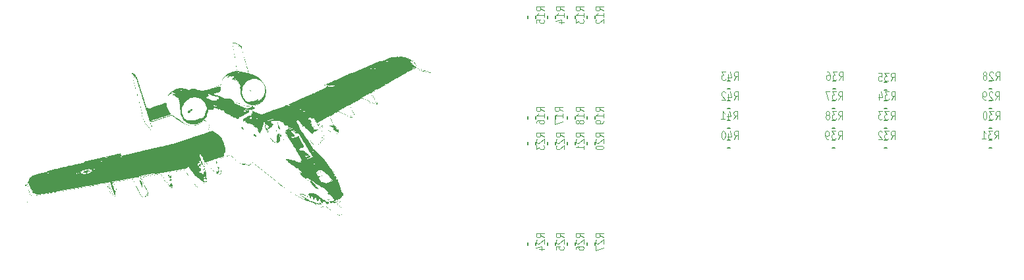
<source format=gbr>
%TF.GenerationSoftware,KiCad,Pcbnew,(6.0.4)*%
%TF.CreationDate,2022-05-03T20:53:11-03:00*%
%TF.ProjectId,PXN_2119,50584e5f-3231-4313-992e-6b696361645f,rev?*%
%TF.SameCoordinates,Original*%
%TF.FileFunction,Legend,Bot*%
%TF.FilePolarity,Positive*%
%FSLAX46Y46*%
G04 Gerber Fmt 4.6, Leading zero omitted, Abs format (unit mm)*
G04 Created by KiCad (PCBNEW (6.0.4)) date 2022-05-03 20:53:11*
%MOMM*%
%LPD*%
G01*
G04 APERTURE LIST*
%ADD10C,0.122000*%
%ADD11C,0.152000*%
G04 APERTURE END LIST*
D10*
%TO.C,R21*%
X150890500Y-99038061D02*
X150400500Y-98752395D01*
X150890500Y-98548347D02*
X149861500Y-98548347D01*
X149861500Y-98874823D01*
X149910500Y-98956442D01*
X149959500Y-98997252D01*
X150057500Y-99038061D01*
X150204500Y-99038061D01*
X150302500Y-98997252D01*
X150351500Y-98956442D01*
X150400500Y-98874823D01*
X150400500Y-98548347D01*
X149959500Y-99364538D02*
X149910500Y-99405347D01*
X149861500Y-99486966D01*
X149861500Y-99691014D01*
X149910500Y-99772633D01*
X149959500Y-99813442D01*
X150057500Y-99854252D01*
X150155500Y-99854252D01*
X150302500Y-99813442D01*
X150890500Y-99323728D01*
X150890500Y-99854252D01*
X150890500Y-100670442D02*
X150890500Y-100180728D01*
X150890500Y-100425585D02*
X149861500Y-100425585D01*
X150008500Y-100343966D01*
X150106500Y-100262347D01*
X150155500Y-100180728D01*
%TO.C,R37*%
X183610938Y-94254500D02*
X183896604Y-93764500D01*
X184100652Y-94254500D02*
X184100652Y-93225500D01*
X183774176Y-93225500D01*
X183692557Y-93274500D01*
X183651747Y-93323500D01*
X183610938Y-93421500D01*
X183610938Y-93568500D01*
X183651747Y-93666500D01*
X183692557Y-93715500D01*
X183774176Y-93764500D01*
X184100652Y-93764500D01*
X183325271Y-93225500D02*
X182794747Y-93225500D01*
X183080414Y-93617500D01*
X182957985Y-93617500D01*
X182876366Y-93666500D01*
X182835557Y-93715500D01*
X182794747Y-93813500D01*
X182794747Y-94058500D01*
X182835557Y-94156500D01*
X182876366Y-94205500D01*
X182957985Y-94254500D01*
X183202842Y-94254500D01*
X183284461Y-94205500D01*
X183325271Y-94156500D01*
X182509080Y-93225500D02*
X181937747Y-93225500D01*
X182305033Y-94254500D01*
%TO.C,R16*%
X145810500Y-95736061D02*
X145320500Y-95450395D01*
X145810500Y-95246347D02*
X144781500Y-95246347D01*
X144781500Y-95572823D01*
X144830500Y-95654442D01*
X144879500Y-95695252D01*
X144977500Y-95736061D01*
X145124500Y-95736061D01*
X145222500Y-95695252D01*
X145271500Y-95654442D01*
X145320500Y-95572823D01*
X145320500Y-95246347D01*
X145810500Y-96552252D02*
X145810500Y-96062538D01*
X145810500Y-96307395D02*
X144781500Y-96307395D01*
X144928500Y-96225776D01*
X145026500Y-96144157D01*
X145075500Y-96062538D01*
X144781500Y-97286823D02*
X144781500Y-97123585D01*
X144830500Y-97041966D01*
X144879500Y-97001157D01*
X145026500Y-96919538D01*
X145222500Y-96878728D01*
X145614500Y-96878728D01*
X145712500Y-96919538D01*
X145761500Y-96960347D01*
X145810500Y-97041966D01*
X145810500Y-97205204D01*
X145761500Y-97286823D01*
X145712500Y-97327633D01*
X145614500Y-97368442D01*
X145369500Y-97368442D01*
X145271500Y-97327633D01*
X145222500Y-97286823D01*
X145173500Y-97205204D01*
X145173500Y-97041966D01*
X145222500Y-96960347D01*
X145271500Y-96919538D01*
X145369500Y-96878728D01*
%TO.C,R26*%
X150880500Y-111989061D02*
X150390500Y-111703395D01*
X150880500Y-111499347D02*
X149851500Y-111499347D01*
X149851500Y-111825823D01*
X149900500Y-111907442D01*
X149949500Y-111948252D01*
X150047500Y-111989061D01*
X150194500Y-111989061D01*
X150292500Y-111948252D01*
X150341500Y-111907442D01*
X150390500Y-111825823D01*
X150390500Y-111499347D01*
X149949500Y-112315538D02*
X149900500Y-112356347D01*
X149851500Y-112437966D01*
X149851500Y-112642014D01*
X149900500Y-112723633D01*
X149949500Y-112764442D01*
X150047500Y-112805252D01*
X150145500Y-112805252D01*
X150292500Y-112764442D01*
X150880500Y-112274728D01*
X150880500Y-112805252D01*
X149851500Y-113539823D02*
X149851500Y-113376585D01*
X149900500Y-113294966D01*
X149949500Y-113254157D01*
X150096500Y-113172538D01*
X150292500Y-113131728D01*
X150684500Y-113131728D01*
X150782500Y-113172538D01*
X150831500Y-113213347D01*
X150880500Y-113294966D01*
X150880500Y-113458204D01*
X150831500Y-113539823D01*
X150782500Y-113580633D01*
X150684500Y-113621442D01*
X150439500Y-113621442D01*
X150341500Y-113580633D01*
X150292500Y-113539823D01*
X150243500Y-113458204D01*
X150243500Y-113294966D01*
X150292500Y-113213347D01*
X150341500Y-113172538D01*
X150439500Y-113131728D01*
%TO.C,R15*%
X145810500Y-82782061D02*
X145320500Y-82496395D01*
X145810500Y-82292347D02*
X144781500Y-82292347D01*
X144781500Y-82618823D01*
X144830500Y-82700442D01*
X144879500Y-82741252D01*
X144977500Y-82782061D01*
X145124500Y-82782061D01*
X145222500Y-82741252D01*
X145271500Y-82700442D01*
X145320500Y-82618823D01*
X145320500Y-82292347D01*
X145810500Y-83598252D02*
X145810500Y-83108538D01*
X145810500Y-83353395D02*
X144781500Y-83353395D01*
X144928500Y-83271776D01*
X145026500Y-83190157D01*
X145075500Y-83108538D01*
X144781500Y-84373633D02*
X144781500Y-83965538D01*
X145271500Y-83924728D01*
X145222500Y-83965538D01*
X145173500Y-84047157D01*
X145173500Y-84251204D01*
X145222500Y-84332823D01*
X145271500Y-84373633D01*
X145369500Y-84414442D01*
X145614500Y-84414442D01*
X145712500Y-84373633D01*
X145761500Y-84332823D01*
X145810500Y-84251204D01*
X145810500Y-84047157D01*
X145761500Y-83965538D01*
X145712500Y-83924728D01*
%TO.C,R20*%
X153430500Y-99038061D02*
X152940500Y-98752395D01*
X153430500Y-98548347D02*
X152401500Y-98548347D01*
X152401500Y-98874823D01*
X152450500Y-98956442D01*
X152499500Y-98997252D01*
X152597500Y-99038061D01*
X152744500Y-99038061D01*
X152842500Y-98997252D01*
X152891500Y-98956442D01*
X152940500Y-98874823D01*
X152940500Y-98548347D01*
X152499500Y-99364538D02*
X152450500Y-99405347D01*
X152401500Y-99486966D01*
X152401500Y-99691014D01*
X152450500Y-99772633D01*
X152499500Y-99813442D01*
X152597500Y-99854252D01*
X152695500Y-99854252D01*
X152842500Y-99813442D01*
X153430500Y-99323728D01*
X153430500Y-99854252D01*
X152401500Y-100384776D02*
X152401500Y-100466395D01*
X152450500Y-100548014D01*
X152499500Y-100588823D01*
X152597500Y-100629633D01*
X152793500Y-100670442D01*
X153038500Y-100670442D01*
X153234500Y-100629633D01*
X153332500Y-100588823D01*
X153381500Y-100548014D01*
X153430500Y-100466395D01*
X153430500Y-100384776D01*
X153381500Y-100303157D01*
X153332500Y-100262347D01*
X153234500Y-100221538D01*
X153038500Y-100180728D01*
X152793500Y-100180728D01*
X152597500Y-100221538D01*
X152499500Y-100262347D01*
X152450500Y-100303157D01*
X152401500Y-100384776D01*
%TO.C,R25*%
X148350500Y-111992061D02*
X147860500Y-111706395D01*
X148350500Y-111502347D02*
X147321500Y-111502347D01*
X147321500Y-111828823D01*
X147370500Y-111910442D01*
X147419500Y-111951252D01*
X147517500Y-111992061D01*
X147664500Y-111992061D01*
X147762500Y-111951252D01*
X147811500Y-111910442D01*
X147860500Y-111828823D01*
X147860500Y-111502347D01*
X147419500Y-112318538D02*
X147370500Y-112359347D01*
X147321500Y-112440966D01*
X147321500Y-112645014D01*
X147370500Y-112726633D01*
X147419500Y-112767442D01*
X147517500Y-112808252D01*
X147615500Y-112808252D01*
X147762500Y-112767442D01*
X148350500Y-112277728D01*
X148350500Y-112808252D01*
X147321500Y-113583633D02*
X147321500Y-113175538D01*
X147811500Y-113134728D01*
X147762500Y-113175538D01*
X147713500Y-113257157D01*
X147713500Y-113461204D01*
X147762500Y-113542823D01*
X147811500Y-113583633D01*
X147909500Y-113624442D01*
X148154500Y-113624442D01*
X148252500Y-113583633D01*
X148301500Y-113542823D01*
X148350500Y-113461204D01*
X148350500Y-113257157D01*
X148301500Y-113175538D01*
X148252500Y-113134728D01*
%TO.C,R22*%
X148350500Y-99038061D02*
X147860500Y-98752395D01*
X148350500Y-98548347D02*
X147321500Y-98548347D01*
X147321500Y-98874823D01*
X147370500Y-98956442D01*
X147419500Y-98997252D01*
X147517500Y-99038061D01*
X147664500Y-99038061D01*
X147762500Y-98997252D01*
X147811500Y-98956442D01*
X147860500Y-98874823D01*
X147860500Y-98548347D01*
X147419500Y-99364538D02*
X147370500Y-99405347D01*
X147321500Y-99486966D01*
X147321500Y-99691014D01*
X147370500Y-99772633D01*
X147419500Y-99813442D01*
X147517500Y-99854252D01*
X147615500Y-99854252D01*
X147762500Y-99813442D01*
X148350500Y-99323728D01*
X148350500Y-99854252D01*
X147419500Y-100180728D02*
X147370500Y-100221538D01*
X147321500Y-100303157D01*
X147321500Y-100507204D01*
X147370500Y-100588823D01*
X147419500Y-100629633D01*
X147517500Y-100670442D01*
X147615500Y-100670442D01*
X147762500Y-100629633D01*
X148350500Y-100139919D01*
X148350500Y-100670442D01*
%TO.C,R33*%
X190341938Y-96794500D02*
X190627604Y-96304500D01*
X190831652Y-96794500D02*
X190831652Y-95765500D01*
X190505176Y-95765500D01*
X190423557Y-95814500D01*
X190382747Y-95863500D01*
X190341938Y-95961500D01*
X190341938Y-96108500D01*
X190382747Y-96206500D01*
X190423557Y-96255500D01*
X190505176Y-96304500D01*
X190831652Y-96304500D01*
X190056271Y-95765500D02*
X189525747Y-95765500D01*
X189811414Y-96157500D01*
X189688985Y-96157500D01*
X189607366Y-96206500D01*
X189566557Y-96255500D01*
X189525747Y-96353500D01*
X189525747Y-96598500D01*
X189566557Y-96696500D01*
X189607366Y-96745500D01*
X189688985Y-96794500D01*
X189933842Y-96794500D01*
X190015461Y-96745500D01*
X190056271Y-96696500D01*
X189240080Y-95765500D02*
X188709557Y-95765500D01*
X188995223Y-96157500D01*
X188872795Y-96157500D01*
X188791176Y-96206500D01*
X188750366Y-96255500D01*
X188709557Y-96353500D01*
X188709557Y-96598500D01*
X188750366Y-96696500D01*
X188791176Y-96745500D01*
X188872795Y-96794500D01*
X189117652Y-96794500D01*
X189199271Y-96745500D01*
X189240080Y-96696500D01*
%TO.C,R24*%
X145810500Y-111992061D02*
X145320500Y-111706395D01*
X145810500Y-111502347D02*
X144781500Y-111502347D01*
X144781500Y-111828823D01*
X144830500Y-111910442D01*
X144879500Y-111951252D01*
X144977500Y-111992061D01*
X145124500Y-111992061D01*
X145222500Y-111951252D01*
X145271500Y-111910442D01*
X145320500Y-111828823D01*
X145320500Y-111502347D01*
X144879500Y-112318538D02*
X144830500Y-112359347D01*
X144781500Y-112440966D01*
X144781500Y-112645014D01*
X144830500Y-112726633D01*
X144879500Y-112767442D01*
X144977500Y-112808252D01*
X145075500Y-112808252D01*
X145222500Y-112767442D01*
X145810500Y-112277728D01*
X145810500Y-112808252D01*
X145124500Y-113542823D02*
X145810500Y-113542823D01*
X144732500Y-113338776D02*
X145467500Y-113134728D01*
X145467500Y-113665252D01*
%TO.C,R28*%
X203803938Y-91714500D02*
X204089604Y-91224500D01*
X204293652Y-91714500D02*
X204293652Y-90685500D01*
X203967176Y-90685500D01*
X203885557Y-90734500D01*
X203844747Y-90783500D01*
X203803938Y-90881500D01*
X203803938Y-91028500D01*
X203844747Y-91126500D01*
X203885557Y-91175500D01*
X203967176Y-91224500D01*
X204293652Y-91224500D01*
X203477461Y-90783500D02*
X203436652Y-90734500D01*
X203355033Y-90685500D01*
X203150985Y-90685500D01*
X203069366Y-90734500D01*
X203028557Y-90783500D01*
X202987747Y-90881500D01*
X202987747Y-90979500D01*
X203028557Y-91126500D01*
X203518271Y-91714500D01*
X202987747Y-91714500D01*
X202498033Y-91126500D02*
X202579652Y-91077500D01*
X202620461Y-91028500D01*
X202661271Y-90930500D01*
X202661271Y-90881500D01*
X202620461Y-90783500D01*
X202579652Y-90734500D01*
X202498033Y-90685500D01*
X202334795Y-90685500D01*
X202253176Y-90734500D01*
X202212366Y-90783500D01*
X202171557Y-90881500D01*
X202171557Y-90930500D01*
X202212366Y-91028500D01*
X202253176Y-91077500D01*
X202334795Y-91126500D01*
X202498033Y-91126500D01*
X202579652Y-91175500D01*
X202620461Y-91224500D01*
X202661271Y-91322500D01*
X202661271Y-91518500D01*
X202620461Y-91616500D01*
X202579652Y-91665500D01*
X202498033Y-91714500D01*
X202334795Y-91714500D01*
X202253176Y-91665500D01*
X202212366Y-91616500D01*
X202171557Y-91518500D01*
X202171557Y-91322500D01*
X202212366Y-91224500D01*
X202253176Y-91175500D01*
X202334795Y-91126500D01*
%TO.C,R31*%
X203665938Y-99326500D02*
X203951604Y-98836500D01*
X204155652Y-99326500D02*
X204155652Y-98297500D01*
X203829176Y-98297500D01*
X203747557Y-98346500D01*
X203706747Y-98395500D01*
X203665938Y-98493500D01*
X203665938Y-98640500D01*
X203706747Y-98738500D01*
X203747557Y-98787500D01*
X203829176Y-98836500D01*
X204155652Y-98836500D01*
X203380271Y-98297500D02*
X202849747Y-98297500D01*
X203135414Y-98689500D01*
X203012985Y-98689500D01*
X202931366Y-98738500D01*
X202890557Y-98787500D01*
X202849747Y-98885500D01*
X202849747Y-99130500D01*
X202890557Y-99228500D01*
X202931366Y-99277500D01*
X203012985Y-99326500D01*
X203257842Y-99326500D01*
X203339461Y-99277500D01*
X203380271Y-99228500D01*
X202033557Y-99326500D02*
X202523271Y-99326500D01*
X202278414Y-99326500D02*
X202278414Y-98297500D01*
X202360033Y-98444500D01*
X202441652Y-98542500D01*
X202523271Y-98591500D01*
%TO.C,R30*%
X203803938Y-96794500D02*
X204089604Y-96304500D01*
X204293652Y-96794500D02*
X204293652Y-95765500D01*
X203967176Y-95765500D01*
X203885557Y-95814500D01*
X203844747Y-95863500D01*
X203803938Y-95961500D01*
X203803938Y-96108500D01*
X203844747Y-96206500D01*
X203885557Y-96255500D01*
X203967176Y-96304500D01*
X204293652Y-96304500D01*
X203518271Y-95765500D02*
X202987747Y-95765500D01*
X203273414Y-96157500D01*
X203150985Y-96157500D01*
X203069366Y-96206500D01*
X203028557Y-96255500D01*
X202987747Y-96353500D01*
X202987747Y-96598500D01*
X203028557Y-96696500D01*
X203069366Y-96745500D01*
X203150985Y-96794500D01*
X203395842Y-96794500D01*
X203477461Y-96745500D01*
X203518271Y-96696500D01*
X202457223Y-95765500D02*
X202375604Y-95765500D01*
X202293985Y-95814500D01*
X202253176Y-95863500D01*
X202212366Y-95961500D01*
X202171557Y-96157500D01*
X202171557Y-96402500D01*
X202212366Y-96598500D01*
X202253176Y-96696500D01*
X202293985Y-96745500D01*
X202375604Y-96794500D01*
X202457223Y-96794500D01*
X202538842Y-96745500D01*
X202579652Y-96696500D01*
X202620461Y-96598500D01*
X202661271Y-96402500D01*
X202661271Y-96157500D01*
X202620461Y-95961500D01*
X202579652Y-95863500D01*
X202538842Y-95814500D01*
X202457223Y-95765500D01*
%TO.C,R12*%
X153430500Y-82782061D02*
X152940500Y-82496395D01*
X153430500Y-82292347D02*
X152401500Y-82292347D01*
X152401500Y-82618823D01*
X152450500Y-82700442D01*
X152499500Y-82741252D01*
X152597500Y-82782061D01*
X152744500Y-82782061D01*
X152842500Y-82741252D01*
X152891500Y-82700442D01*
X152940500Y-82618823D01*
X152940500Y-82292347D01*
X153430500Y-83598252D02*
X153430500Y-83108538D01*
X153430500Y-83353395D02*
X152401500Y-83353395D01*
X152548500Y-83271776D01*
X152646500Y-83190157D01*
X152695500Y-83108538D01*
X152499500Y-83924728D02*
X152450500Y-83965538D01*
X152401500Y-84047157D01*
X152401500Y-84251204D01*
X152450500Y-84332823D01*
X152499500Y-84373633D01*
X152597500Y-84414442D01*
X152695500Y-84414442D01*
X152842500Y-84373633D01*
X153430500Y-83883919D01*
X153430500Y-84414442D01*
%TO.C,R32*%
X190341938Y-99334500D02*
X190627604Y-98844500D01*
X190831652Y-99334500D02*
X190831652Y-98305500D01*
X190505176Y-98305500D01*
X190423557Y-98354500D01*
X190382747Y-98403500D01*
X190341938Y-98501500D01*
X190341938Y-98648500D01*
X190382747Y-98746500D01*
X190423557Y-98795500D01*
X190505176Y-98844500D01*
X190831652Y-98844500D01*
X190056271Y-98305500D02*
X189525747Y-98305500D01*
X189811414Y-98697500D01*
X189688985Y-98697500D01*
X189607366Y-98746500D01*
X189566557Y-98795500D01*
X189525747Y-98893500D01*
X189525747Y-99138500D01*
X189566557Y-99236500D01*
X189607366Y-99285500D01*
X189688985Y-99334500D01*
X189933842Y-99334500D01*
X190015461Y-99285500D01*
X190056271Y-99236500D01*
X189199271Y-98403500D02*
X189158461Y-98354500D01*
X189076842Y-98305500D01*
X188872795Y-98305500D01*
X188791176Y-98354500D01*
X188750366Y-98403500D01*
X188709557Y-98501500D01*
X188709557Y-98599500D01*
X188750366Y-98746500D01*
X189240080Y-99334500D01*
X188709557Y-99334500D01*
%TO.C,R23*%
X145810500Y-99038061D02*
X145320500Y-98752395D01*
X145810500Y-98548347D02*
X144781500Y-98548347D01*
X144781500Y-98874823D01*
X144830500Y-98956442D01*
X144879500Y-98997252D01*
X144977500Y-99038061D01*
X145124500Y-99038061D01*
X145222500Y-98997252D01*
X145271500Y-98956442D01*
X145320500Y-98874823D01*
X145320500Y-98548347D01*
X144879500Y-99364538D02*
X144830500Y-99405347D01*
X144781500Y-99486966D01*
X144781500Y-99691014D01*
X144830500Y-99772633D01*
X144879500Y-99813442D01*
X144977500Y-99854252D01*
X145075500Y-99854252D01*
X145222500Y-99813442D01*
X145810500Y-99323728D01*
X145810500Y-99854252D01*
X144781500Y-100139919D02*
X144781500Y-100670442D01*
X145173500Y-100384776D01*
X145173500Y-100507204D01*
X145222500Y-100588823D01*
X145271500Y-100629633D01*
X145369500Y-100670442D01*
X145614500Y-100670442D01*
X145712500Y-100629633D01*
X145761500Y-100588823D01*
X145810500Y-100507204D01*
X145810500Y-100262347D01*
X145761500Y-100180728D01*
X145712500Y-100139919D01*
%TO.C,R14*%
X148350500Y-82782061D02*
X147860500Y-82496395D01*
X148350500Y-82292347D02*
X147321500Y-82292347D01*
X147321500Y-82618823D01*
X147370500Y-82700442D01*
X147419500Y-82741252D01*
X147517500Y-82782061D01*
X147664500Y-82782061D01*
X147762500Y-82741252D01*
X147811500Y-82700442D01*
X147860500Y-82618823D01*
X147860500Y-82292347D01*
X148350500Y-83598252D02*
X148350500Y-83108538D01*
X148350500Y-83353395D02*
X147321500Y-83353395D01*
X147468500Y-83271776D01*
X147566500Y-83190157D01*
X147615500Y-83108538D01*
X147664500Y-84332823D02*
X148350500Y-84332823D01*
X147272500Y-84128776D02*
X148007500Y-83924728D01*
X148007500Y-84455252D01*
%TO.C,R34*%
X190394938Y-94254500D02*
X190680604Y-93764500D01*
X190884652Y-94254500D02*
X190884652Y-93225500D01*
X190558176Y-93225500D01*
X190476557Y-93274500D01*
X190435747Y-93323500D01*
X190394938Y-93421500D01*
X190394938Y-93568500D01*
X190435747Y-93666500D01*
X190476557Y-93715500D01*
X190558176Y-93764500D01*
X190884652Y-93764500D01*
X190109271Y-93225500D02*
X189578747Y-93225500D01*
X189864414Y-93617500D01*
X189741985Y-93617500D01*
X189660366Y-93666500D01*
X189619557Y-93715500D01*
X189578747Y-93813500D01*
X189578747Y-94058500D01*
X189619557Y-94156500D01*
X189660366Y-94205500D01*
X189741985Y-94254500D01*
X189986842Y-94254500D01*
X190068461Y-94205500D01*
X190109271Y-94156500D01*
X188844176Y-93568500D02*
X188844176Y-94254500D01*
X189048223Y-93176500D02*
X189252271Y-93911500D01*
X188721747Y-93911500D01*
%TO.C,R19*%
X153430500Y-95736061D02*
X152940500Y-95450395D01*
X153430500Y-95246347D02*
X152401500Y-95246347D01*
X152401500Y-95572823D01*
X152450500Y-95654442D01*
X152499500Y-95695252D01*
X152597500Y-95736061D01*
X152744500Y-95736061D01*
X152842500Y-95695252D01*
X152891500Y-95654442D01*
X152940500Y-95572823D01*
X152940500Y-95246347D01*
X153430500Y-96552252D02*
X153430500Y-96062538D01*
X153430500Y-96307395D02*
X152401500Y-96307395D01*
X152548500Y-96225776D01*
X152646500Y-96144157D01*
X152695500Y-96062538D01*
X153430500Y-96960347D02*
X153430500Y-97123585D01*
X153381500Y-97205204D01*
X153332500Y-97246014D01*
X153185500Y-97327633D01*
X152989500Y-97368442D01*
X152597500Y-97368442D01*
X152499500Y-97327633D01*
X152450500Y-97286823D01*
X152401500Y-97205204D01*
X152401500Y-97041966D01*
X152450500Y-96960347D01*
X152499500Y-96919538D01*
X152597500Y-96878728D01*
X152842500Y-96878728D01*
X152940500Y-96919538D01*
X152989500Y-96960347D01*
X153038500Y-97041966D01*
X153038500Y-97205204D01*
X152989500Y-97286823D01*
X152940500Y-97327633D01*
X152842500Y-97368442D01*
%TO.C,R42*%
X170201938Y-94254500D02*
X170487604Y-93764500D01*
X170691652Y-94254500D02*
X170691652Y-93225500D01*
X170365176Y-93225500D01*
X170283557Y-93274500D01*
X170242747Y-93323500D01*
X170201938Y-93421500D01*
X170201938Y-93568500D01*
X170242747Y-93666500D01*
X170283557Y-93715500D01*
X170365176Y-93764500D01*
X170691652Y-93764500D01*
X169467366Y-93568500D02*
X169467366Y-94254500D01*
X169671414Y-93176500D02*
X169875461Y-93911500D01*
X169344938Y-93911500D01*
X169059271Y-93323500D02*
X169018461Y-93274500D01*
X168936842Y-93225500D01*
X168732795Y-93225500D01*
X168651176Y-93274500D01*
X168610366Y-93323500D01*
X168569557Y-93421500D01*
X168569557Y-93519500D01*
X168610366Y-93666500D01*
X169100080Y-94254500D01*
X168569557Y-94254500D01*
%TO.C,R39*%
X183559938Y-99334500D02*
X183845604Y-98844500D01*
X184049652Y-99334500D02*
X184049652Y-98305500D01*
X183723176Y-98305500D01*
X183641557Y-98354500D01*
X183600747Y-98403500D01*
X183559938Y-98501500D01*
X183559938Y-98648500D01*
X183600747Y-98746500D01*
X183641557Y-98795500D01*
X183723176Y-98844500D01*
X184049652Y-98844500D01*
X183274271Y-98305500D02*
X182743747Y-98305500D01*
X183029414Y-98697500D01*
X182906985Y-98697500D01*
X182825366Y-98746500D01*
X182784557Y-98795500D01*
X182743747Y-98893500D01*
X182743747Y-99138500D01*
X182784557Y-99236500D01*
X182825366Y-99285500D01*
X182906985Y-99334500D01*
X183151842Y-99334500D01*
X183233461Y-99285500D01*
X183274271Y-99236500D01*
X182335652Y-99334500D02*
X182172414Y-99334500D01*
X182090795Y-99285500D01*
X182049985Y-99236500D01*
X181968366Y-99089500D01*
X181927557Y-98893500D01*
X181927557Y-98501500D01*
X181968366Y-98403500D01*
X182009176Y-98354500D01*
X182090795Y-98305500D01*
X182254033Y-98305500D01*
X182335652Y-98354500D01*
X182376461Y-98403500D01*
X182417271Y-98501500D01*
X182417271Y-98746500D01*
X182376461Y-98844500D01*
X182335652Y-98893500D01*
X182254033Y-98942500D01*
X182090795Y-98942500D01*
X182009176Y-98893500D01*
X181968366Y-98844500D01*
X181927557Y-98746500D01*
%TO.C,R27*%
X153430500Y-111992061D02*
X152940500Y-111706395D01*
X153430500Y-111502347D02*
X152401500Y-111502347D01*
X152401500Y-111828823D01*
X152450500Y-111910442D01*
X152499500Y-111951252D01*
X152597500Y-111992061D01*
X152744500Y-111992061D01*
X152842500Y-111951252D01*
X152891500Y-111910442D01*
X152940500Y-111828823D01*
X152940500Y-111502347D01*
X152499500Y-112318538D02*
X152450500Y-112359347D01*
X152401500Y-112440966D01*
X152401500Y-112645014D01*
X152450500Y-112726633D01*
X152499500Y-112767442D01*
X152597500Y-112808252D01*
X152695500Y-112808252D01*
X152842500Y-112767442D01*
X153430500Y-112277728D01*
X153430500Y-112808252D01*
X152401500Y-113093919D02*
X152401500Y-113665252D01*
X153430500Y-113297966D01*
%TO.C,R18*%
X150890500Y-95736061D02*
X150400500Y-95450395D01*
X150890500Y-95246347D02*
X149861500Y-95246347D01*
X149861500Y-95572823D01*
X149910500Y-95654442D01*
X149959500Y-95695252D01*
X150057500Y-95736061D01*
X150204500Y-95736061D01*
X150302500Y-95695252D01*
X150351500Y-95654442D01*
X150400500Y-95572823D01*
X150400500Y-95246347D01*
X150890500Y-96552252D02*
X150890500Y-96062538D01*
X150890500Y-96307395D02*
X149861500Y-96307395D01*
X150008500Y-96225776D01*
X150106500Y-96144157D01*
X150155500Y-96062538D01*
X150302500Y-97041966D02*
X150253500Y-96960347D01*
X150204500Y-96919538D01*
X150106500Y-96878728D01*
X150057500Y-96878728D01*
X149959500Y-96919538D01*
X149910500Y-96960347D01*
X149861500Y-97041966D01*
X149861500Y-97205204D01*
X149910500Y-97286823D01*
X149959500Y-97327633D01*
X150057500Y-97368442D01*
X150106500Y-97368442D01*
X150204500Y-97327633D01*
X150253500Y-97286823D01*
X150302500Y-97205204D01*
X150302500Y-97041966D01*
X150351500Y-96960347D01*
X150400500Y-96919538D01*
X150498500Y-96878728D01*
X150694500Y-96878728D01*
X150792500Y-96919538D01*
X150841500Y-96960347D01*
X150890500Y-97041966D01*
X150890500Y-97205204D01*
X150841500Y-97286823D01*
X150792500Y-97327633D01*
X150694500Y-97368442D01*
X150498500Y-97368442D01*
X150400500Y-97327633D01*
X150351500Y-97286823D01*
X150302500Y-97205204D01*
%TO.C,R40*%
X170201938Y-99334500D02*
X170487604Y-98844500D01*
X170691652Y-99334500D02*
X170691652Y-98305500D01*
X170365176Y-98305500D01*
X170283557Y-98354500D01*
X170242747Y-98403500D01*
X170201938Y-98501500D01*
X170201938Y-98648500D01*
X170242747Y-98746500D01*
X170283557Y-98795500D01*
X170365176Y-98844500D01*
X170691652Y-98844500D01*
X169467366Y-98648500D02*
X169467366Y-99334500D01*
X169671414Y-98256500D02*
X169875461Y-98991500D01*
X169344938Y-98991500D01*
X168855223Y-98305500D02*
X168773604Y-98305500D01*
X168691985Y-98354500D01*
X168651176Y-98403500D01*
X168610366Y-98501500D01*
X168569557Y-98697500D01*
X168569557Y-98942500D01*
X168610366Y-99138500D01*
X168651176Y-99236500D01*
X168691985Y-99285500D01*
X168773604Y-99334500D01*
X168855223Y-99334500D01*
X168936842Y-99285500D01*
X168977652Y-99236500D01*
X169018461Y-99138500D01*
X169059271Y-98942500D01*
X169059271Y-98697500D01*
X169018461Y-98501500D01*
X168977652Y-98403500D01*
X168936842Y-98354500D01*
X168855223Y-98305500D01*
%TO.C,R35*%
X190341938Y-91841500D02*
X190627604Y-91351500D01*
X190831652Y-91841500D02*
X190831652Y-90812500D01*
X190505176Y-90812500D01*
X190423557Y-90861500D01*
X190382747Y-90910500D01*
X190341938Y-91008500D01*
X190341938Y-91155500D01*
X190382747Y-91253500D01*
X190423557Y-91302500D01*
X190505176Y-91351500D01*
X190831652Y-91351500D01*
X190056271Y-90812500D02*
X189525747Y-90812500D01*
X189811414Y-91204500D01*
X189688985Y-91204500D01*
X189607366Y-91253500D01*
X189566557Y-91302500D01*
X189525747Y-91400500D01*
X189525747Y-91645500D01*
X189566557Y-91743500D01*
X189607366Y-91792500D01*
X189688985Y-91841500D01*
X189933842Y-91841500D01*
X190015461Y-91792500D01*
X190056271Y-91743500D01*
X188750366Y-90812500D02*
X189158461Y-90812500D01*
X189199271Y-91302500D01*
X189158461Y-91253500D01*
X189076842Y-91204500D01*
X188872795Y-91204500D01*
X188791176Y-91253500D01*
X188750366Y-91302500D01*
X188709557Y-91400500D01*
X188709557Y-91645500D01*
X188750366Y-91743500D01*
X188791176Y-91792500D01*
X188872795Y-91841500D01*
X189076842Y-91841500D01*
X189158461Y-91792500D01*
X189199271Y-91743500D01*
%TO.C,R38*%
X183610938Y-96794500D02*
X183896604Y-96304500D01*
X184100652Y-96794500D02*
X184100652Y-95765500D01*
X183774176Y-95765500D01*
X183692557Y-95814500D01*
X183651747Y-95863500D01*
X183610938Y-95961500D01*
X183610938Y-96108500D01*
X183651747Y-96206500D01*
X183692557Y-96255500D01*
X183774176Y-96304500D01*
X184100652Y-96304500D01*
X183325271Y-95765500D02*
X182794747Y-95765500D01*
X183080414Y-96157500D01*
X182957985Y-96157500D01*
X182876366Y-96206500D01*
X182835557Y-96255500D01*
X182794747Y-96353500D01*
X182794747Y-96598500D01*
X182835557Y-96696500D01*
X182876366Y-96745500D01*
X182957985Y-96794500D01*
X183202842Y-96794500D01*
X183284461Y-96745500D01*
X183325271Y-96696500D01*
X182305033Y-96206500D02*
X182386652Y-96157500D01*
X182427461Y-96108500D01*
X182468271Y-96010500D01*
X182468271Y-95961500D01*
X182427461Y-95863500D01*
X182386652Y-95814500D01*
X182305033Y-95765500D01*
X182141795Y-95765500D01*
X182060176Y-95814500D01*
X182019366Y-95863500D01*
X181978557Y-95961500D01*
X181978557Y-96010500D01*
X182019366Y-96108500D01*
X182060176Y-96157500D01*
X182141795Y-96206500D01*
X182305033Y-96206500D01*
X182386652Y-96255500D01*
X182427461Y-96304500D01*
X182468271Y-96402500D01*
X182468271Y-96598500D01*
X182427461Y-96696500D01*
X182386652Y-96745500D01*
X182305033Y-96794500D01*
X182141795Y-96794500D01*
X182060176Y-96745500D01*
X182019366Y-96696500D01*
X181978557Y-96598500D01*
X181978557Y-96402500D01*
X182019366Y-96304500D01*
X182060176Y-96255500D01*
X182141795Y-96206500D01*
%TO.C,R29*%
X203752938Y-94254500D02*
X204038604Y-93764500D01*
X204242652Y-94254500D02*
X204242652Y-93225500D01*
X203916176Y-93225500D01*
X203834557Y-93274500D01*
X203793747Y-93323500D01*
X203752938Y-93421500D01*
X203752938Y-93568500D01*
X203793747Y-93666500D01*
X203834557Y-93715500D01*
X203916176Y-93764500D01*
X204242652Y-93764500D01*
X203426461Y-93323500D02*
X203385652Y-93274500D01*
X203304033Y-93225500D01*
X203099985Y-93225500D01*
X203018366Y-93274500D01*
X202977557Y-93323500D01*
X202936747Y-93421500D01*
X202936747Y-93519500D01*
X202977557Y-93666500D01*
X203467271Y-94254500D01*
X202936747Y-94254500D01*
X202528652Y-94254500D02*
X202365414Y-94254500D01*
X202283795Y-94205500D01*
X202242985Y-94156500D01*
X202161366Y-94009500D01*
X202120557Y-93813500D01*
X202120557Y-93421500D01*
X202161366Y-93323500D01*
X202202176Y-93274500D01*
X202283795Y-93225500D01*
X202447033Y-93225500D01*
X202528652Y-93274500D01*
X202569461Y-93323500D01*
X202610271Y-93421500D01*
X202610271Y-93666500D01*
X202569461Y-93764500D01*
X202528652Y-93813500D01*
X202447033Y-93862500D01*
X202283795Y-93862500D01*
X202202176Y-93813500D01*
X202161366Y-93764500D01*
X202120557Y-93666500D01*
%TO.C,R17*%
X148223500Y-95736061D02*
X147733500Y-95450395D01*
X148223500Y-95246347D02*
X147194500Y-95246347D01*
X147194500Y-95572823D01*
X147243500Y-95654442D01*
X147292500Y-95695252D01*
X147390500Y-95736061D01*
X147537500Y-95736061D01*
X147635500Y-95695252D01*
X147684500Y-95654442D01*
X147733500Y-95572823D01*
X147733500Y-95246347D01*
X148223500Y-96552252D02*
X148223500Y-96062538D01*
X148223500Y-96307395D02*
X147194500Y-96307395D01*
X147341500Y-96225776D01*
X147439500Y-96144157D01*
X147488500Y-96062538D01*
X147194500Y-96837919D02*
X147194500Y-97409252D01*
X148223500Y-97041966D01*
%TO.C,R41*%
X170135938Y-96776500D02*
X170421604Y-96286500D01*
X170625652Y-96776500D02*
X170625652Y-95747500D01*
X170299176Y-95747500D01*
X170217557Y-95796500D01*
X170176747Y-95845500D01*
X170135938Y-95943500D01*
X170135938Y-96090500D01*
X170176747Y-96188500D01*
X170217557Y-96237500D01*
X170299176Y-96286500D01*
X170625652Y-96286500D01*
X169401366Y-96090500D02*
X169401366Y-96776500D01*
X169605414Y-95698500D02*
X169809461Y-96433500D01*
X169278938Y-96433500D01*
X168503557Y-96776500D02*
X168993271Y-96776500D01*
X168748414Y-96776500D02*
X168748414Y-95747500D01*
X168830033Y-95894500D01*
X168911652Y-95992500D01*
X168993271Y-96041500D01*
%TO.C,R36*%
X183686938Y-91714500D02*
X183972604Y-91224500D01*
X184176652Y-91714500D02*
X184176652Y-90685500D01*
X183850176Y-90685500D01*
X183768557Y-90734500D01*
X183727747Y-90783500D01*
X183686938Y-90881500D01*
X183686938Y-91028500D01*
X183727747Y-91126500D01*
X183768557Y-91175500D01*
X183850176Y-91224500D01*
X184176652Y-91224500D01*
X183401271Y-90685500D02*
X182870747Y-90685500D01*
X183156414Y-91077500D01*
X183033985Y-91077500D01*
X182952366Y-91126500D01*
X182911557Y-91175500D01*
X182870747Y-91273500D01*
X182870747Y-91518500D01*
X182911557Y-91616500D01*
X182952366Y-91665500D01*
X183033985Y-91714500D01*
X183278842Y-91714500D01*
X183360461Y-91665500D01*
X183401271Y-91616500D01*
X182136176Y-90685500D02*
X182299414Y-90685500D01*
X182381033Y-90734500D01*
X182421842Y-90783500D01*
X182503461Y-90930500D01*
X182544271Y-91126500D01*
X182544271Y-91518500D01*
X182503461Y-91616500D01*
X182462652Y-91665500D01*
X182381033Y-91714500D01*
X182217795Y-91714500D01*
X182136176Y-91665500D01*
X182095366Y-91616500D01*
X182054557Y-91518500D01*
X182054557Y-91273500D01*
X182095366Y-91175500D01*
X182136176Y-91126500D01*
X182217795Y-91077500D01*
X182381033Y-91077500D01*
X182462652Y-91126500D01*
X182503461Y-91175500D01*
X182544271Y-91273500D01*
%TO.C,R43*%
X170201938Y-91714500D02*
X170487604Y-91224500D01*
X170691652Y-91714500D02*
X170691652Y-90685500D01*
X170365176Y-90685500D01*
X170283557Y-90734500D01*
X170242747Y-90783500D01*
X170201938Y-90881500D01*
X170201938Y-91028500D01*
X170242747Y-91126500D01*
X170283557Y-91175500D01*
X170365176Y-91224500D01*
X170691652Y-91224500D01*
X169467366Y-91028500D02*
X169467366Y-91714500D01*
X169671414Y-90636500D02*
X169875461Y-91371500D01*
X169344938Y-91371500D01*
X169100080Y-90685500D02*
X168569557Y-90685500D01*
X168855223Y-91077500D01*
X168732795Y-91077500D01*
X168651176Y-91126500D01*
X168610366Y-91175500D01*
X168569557Y-91273500D01*
X168569557Y-91518500D01*
X168610366Y-91616500D01*
X168651176Y-91665500D01*
X168732795Y-91714500D01*
X168977652Y-91714500D01*
X169059271Y-91665500D01*
X169100080Y-91616500D01*
%TO.C,R13*%
X150890500Y-82782061D02*
X150400500Y-82496395D01*
X150890500Y-82292347D02*
X149861500Y-82292347D01*
X149861500Y-82618823D01*
X149910500Y-82700442D01*
X149959500Y-82741252D01*
X150057500Y-82782061D01*
X150204500Y-82782061D01*
X150302500Y-82741252D01*
X150351500Y-82700442D01*
X150400500Y-82618823D01*
X150400500Y-82292347D01*
X150890500Y-83598252D02*
X150890500Y-83108538D01*
X150890500Y-83353395D02*
X149861500Y-83353395D01*
X150008500Y-83271776D01*
X150106500Y-83190157D01*
X150155500Y-83108538D01*
X149861500Y-83883919D02*
X149861500Y-84414442D01*
X150253500Y-84128776D01*
X150253500Y-84251204D01*
X150302500Y-84332823D01*
X150351500Y-84373633D01*
X150449500Y-84414442D01*
X150694500Y-84414442D01*
X150792500Y-84373633D01*
X150841500Y-84332823D01*
X150890500Y-84251204D01*
X150890500Y-84006347D01*
X150841500Y-83924728D01*
X150792500Y-83883919D01*
D11*
%TO.C,R21*%
X148804000Y-100032000D02*
X148804000Y-99690000D01*
X149824000Y-100032000D02*
X149824000Y-99690000D01*
%TO.C,R37*%
X182798000Y-95418000D02*
X183140000Y-95418000D01*
X182798000Y-94398000D02*
X183140000Y-94398000D01*
%TO.C,R16*%
X143724000Y-96388000D02*
X143724000Y-96730000D01*
X144744000Y-96388000D02*
X144744000Y-96730000D01*
%TO.C,R26*%
X149824000Y-112644000D02*
X149824000Y-112986000D01*
X148804000Y-112644000D02*
X148804000Y-112986000D01*
%TO.C,R15*%
X143724000Y-83776000D02*
X143724000Y-83434000D01*
X144744000Y-83776000D02*
X144744000Y-83434000D01*
%TO.C,R20*%
X151344000Y-100032000D02*
X151344000Y-99690000D01*
X152364000Y-100032000D02*
X152364000Y-99690000D01*
%TO.C,R25*%
X146264000Y-112644000D02*
X146264000Y-112986000D01*
X147284000Y-112644000D02*
X147284000Y-112986000D01*
%TO.C,R22*%
X146264000Y-100032000D02*
X146264000Y-99690000D01*
X147284000Y-100032000D02*
X147284000Y-99690000D01*
%TO.C,R33*%
X189871000Y-97958000D02*
X189529000Y-97958000D01*
X189871000Y-96938000D02*
X189529000Y-96938000D01*
%TO.C,R24*%
X144744000Y-112644000D02*
X144744000Y-112986000D01*
X143724000Y-112644000D02*
X143724000Y-112986000D01*
%TO.C,R28*%
X202991000Y-92878000D02*
X203333000Y-92878000D01*
X202991000Y-91858000D02*
X203333000Y-91858000D01*
%TO.C,R31*%
X202991000Y-100498000D02*
X203333000Y-100498000D01*
X202991000Y-99478000D02*
X203333000Y-99478000D01*
%TO.C,R30*%
X202991000Y-96938000D02*
X203333000Y-96938000D01*
X202991000Y-97958000D02*
X203333000Y-97958000D01*
%TO.C,R12*%
X151344000Y-83776000D02*
X151344000Y-83434000D01*
X152364000Y-83776000D02*
X152364000Y-83434000D01*
%TO.C,R32*%
X189871000Y-99478000D02*
X189529000Y-99478000D01*
X189871000Y-100498000D02*
X189529000Y-100498000D01*
%TO.C,R23*%
X144744000Y-100032000D02*
X144744000Y-99690000D01*
X143724000Y-100032000D02*
X143724000Y-99690000D01*
%TO.C,R14*%
X146264000Y-83776000D02*
X146264000Y-83434000D01*
X147284000Y-83776000D02*
X147284000Y-83434000D01*
%TO.C,R34*%
X189871000Y-94398000D02*
X189529000Y-94398000D01*
X189871000Y-95418000D02*
X189529000Y-95418000D01*
%TO.C,R19*%
X152364000Y-96388000D02*
X152364000Y-96730000D01*
X151344000Y-96388000D02*
X151344000Y-96730000D01*
%TO.C,R42*%
X169678000Y-94398000D02*
X169336000Y-94398000D01*
X169678000Y-95418000D02*
X169336000Y-95418000D01*
%TO.C,R39*%
X182798000Y-99478000D02*
X183140000Y-99478000D01*
X182798000Y-100498000D02*
X183140000Y-100498000D01*
%TO.C,R27*%
X152364000Y-112644000D02*
X152364000Y-112986000D01*
X151344000Y-112644000D02*
X151344000Y-112986000D01*
%TO.C,R18*%
X148804000Y-96388000D02*
X148804000Y-96730000D01*
X149824000Y-96388000D02*
X149824000Y-96730000D01*
%TO.C,R40*%
X169678000Y-100498000D02*
X169336000Y-100498000D01*
X169678000Y-99478000D02*
X169336000Y-99478000D01*
%TO.C,R35*%
X189871000Y-93005000D02*
X189529000Y-93005000D01*
X189871000Y-91985000D02*
X189529000Y-91985000D01*
%TO.C,R38*%
X182798000Y-97958000D02*
X183140000Y-97958000D01*
X182798000Y-96938000D02*
X183140000Y-96938000D01*
%TO.C,R29*%
X202991000Y-94398000D02*
X203333000Y-94398000D01*
X202991000Y-95418000D02*
X203333000Y-95418000D01*
%TO.C,R17*%
X147284000Y-96388000D02*
X147284000Y-96730000D01*
X146264000Y-96388000D02*
X146264000Y-96730000D01*
%TO.C,R41*%
X169678000Y-97958000D02*
X169336000Y-97958000D01*
X169678000Y-96938000D02*
X169336000Y-96938000D01*
%TO.C,R36*%
X182925000Y-92878000D02*
X183267000Y-92878000D01*
X182925000Y-91858000D02*
X183267000Y-91858000D01*
%TO.C,R43*%
X169678000Y-91858000D02*
X169336000Y-91858000D01*
X169678000Y-92878000D02*
X169336000Y-92878000D01*
%TO.C,R13*%
X149824000Y-83776000D02*
X149824000Y-83434000D01*
X148804000Y-83776000D02*
X148804000Y-83434000D01*
%TO.C,G\u002A\u002A\u002A*%
G36*
X121129278Y-95410577D02*
G01*
X121118273Y-95421582D01*
X121107268Y-95410577D01*
X121118273Y-95399571D01*
X121129278Y-95410577D01*
G37*
G36*
X124017730Y-94057783D02*
G01*
X124034651Y-94078948D01*
X124034398Y-94083929D01*
X124024945Y-94100958D01*
X124021414Y-94099945D01*
X124001635Y-94078948D01*
X123998196Y-94070422D01*
X124011341Y-94056937D01*
X124017730Y-94057783D01*
G37*
G36*
X115846783Y-97303471D02*
G01*
X115835777Y-97314476D01*
X115824772Y-97303471D01*
X115835777Y-97292466D01*
X115846783Y-97303471D01*
G37*
G36*
X124386817Y-94706244D02*
G01*
X124375812Y-94717249D01*
X124364807Y-94706244D01*
X124375812Y-94695239D01*
X124386817Y-94706244D01*
G37*
G36*
X94508268Y-104189165D02*
G01*
X94485585Y-104199899D01*
X94430665Y-104214736D01*
X94382712Y-104224843D01*
X94303067Y-104237847D01*
X94243576Y-104243026D01*
X94242662Y-104243027D01*
X94224942Y-104239344D01*
X94248071Y-104229117D01*
X94309607Y-104213441D01*
X94370460Y-104201017D01*
X94445509Y-104189140D01*
X94496696Y-104185151D01*
X94508268Y-104189165D01*
G37*
G36*
X108884180Y-97991429D02*
G01*
X108889950Y-98035317D01*
X108888555Y-98065756D01*
X108883000Y-98077916D01*
X108869486Y-98051825D01*
X108855494Y-98016079D01*
X108851194Y-97983648D01*
X108869486Y-97974788D01*
X108884180Y-97991429D01*
G37*
G36*
X104115653Y-95502149D02*
G01*
X104108773Y-95507080D01*
X104105397Y-95533514D01*
X104108216Y-95541055D01*
X104092694Y-95553644D01*
X104089549Y-95553474D01*
X104075188Y-95538653D01*
X104084642Y-95513229D01*
X104111663Y-95496142D01*
X104121222Y-95494999D01*
X104115653Y-95502149D01*
G37*
G36*
X119206527Y-104434451D02*
G01*
X119223964Y-104461404D01*
X119225531Y-104465580D01*
X119230149Y-104487634D01*
X119211642Y-104473725D01*
X119199083Y-104457542D01*
X119196614Y-104434258D01*
X119206527Y-104434451D01*
G37*
G36*
X117302535Y-99121492D02*
G01*
X117334091Y-99151958D01*
X117336186Y-99194656D01*
X117315381Y-99219106D01*
X117261264Y-99225352D01*
X117237157Y-99220030D01*
X117200078Y-99192847D01*
X117196048Y-99155761D01*
X117229069Y-99121667D01*
X117256013Y-99113137D01*
X117302535Y-99121492D01*
G37*
G36*
X97754235Y-104963090D02*
G01*
X97743230Y-104974095D01*
X97732224Y-104963090D01*
X97743230Y-104952084D01*
X97754235Y-104963090D01*
G37*
G36*
X124347886Y-94630053D02*
G01*
X124364807Y-94651218D01*
X124364554Y-94656199D01*
X124355101Y-94673228D01*
X124351570Y-94672215D01*
X124331791Y-94651218D01*
X124328352Y-94642692D01*
X124341497Y-94629208D01*
X124347886Y-94630053D01*
G37*
G36*
X116065398Y-107413108D02*
G01*
X116120156Y-107447989D01*
X116152366Y-107461270D01*
X116167651Y-107455482D01*
X116195228Y-107424679D01*
X116196798Y-107421979D01*
X116212046Y-107407643D01*
X116237082Y-107410288D01*
X116280512Y-107432883D01*
X116350942Y-107478395D01*
X116408255Y-107515644D01*
X116420673Y-107523715D01*
X116495680Y-107566575D01*
X116547633Y-107585521D01*
X116583190Y-107582663D01*
X116609015Y-107560109D01*
X116625576Y-107541707D01*
X116647500Y-107537274D01*
X116683487Y-107552684D01*
X116744681Y-107590427D01*
X116759974Y-107600094D01*
X116843645Y-107644938D01*
X116902442Y-107657880D01*
X116941156Y-107638863D01*
X116964580Y-107587830D01*
X116966286Y-107581582D01*
X116985543Y-107535271D01*
X117005822Y-107516296D01*
X117008913Y-107517020D01*
X117038593Y-107538219D01*
X117086613Y-107582840D01*
X117144197Y-107642856D01*
X117259865Y-107769416D01*
X117193813Y-107769416D01*
X117189087Y-107769354D01*
X117126241Y-107763989D01*
X117031924Y-107751228D01*
X116916482Y-107732878D01*
X116790262Y-107710743D01*
X116663609Y-107686630D01*
X116546871Y-107662343D01*
X116450395Y-107639689D01*
X116432155Y-107635067D01*
X116358355Y-107617529D01*
X116306543Y-107607111D01*
X116286991Y-107605936D01*
X116287393Y-107607047D01*
X116294766Y-107614954D01*
X116313940Y-107631606D01*
X116348200Y-107659610D01*
X116400828Y-107701569D01*
X116475108Y-107760089D01*
X116574323Y-107837773D01*
X116701756Y-107937226D01*
X116860691Y-108061053D01*
X116898579Y-108088672D01*
X116986284Y-108133105D01*
X117065864Y-108139938D01*
X117145396Y-108110577D01*
X117188668Y-108089465D01*
X117222432Y-108080077D01*
X117221012Y-108085807D01*
X117190051Y-108105544D01*
X117134391Y-108134333D01*
X117088643Y-108155005D01*
X117031431Y-108176172D01*
X116998524Y-108182120D01*
X116988801Y-108178288D01*
X116965324Y-108164204D01*
X116927182Y-108137657D01*
X116871079Y-108096155D01*
X116793716Y-108037208D01*
X116691797Y-107958324D01*
X116562026Y-107857014D01*
X116401104Y-107730787D01*
X116350496Y-107691747D01*
X116236821Y-107610281D01*
X116145071Y-107554128D01*
X116082389Y-107527301D01*
X116165933Y-107527301D01*
X116170444Y-107533960D01*
X116187944Y-107549312D01*
X116191127Y-107548276D01*
X116209954Y-107527301D01*
X116211717Y-107515644D01*
X116187944Y-107505291D01*
X116171160Y-107508654D01*
X116165933Y-107527301D01*
X116082389Y-107527301D01*
X116079833Y-107526207D01*
X116073791Y-107524625D01*
X116013612Y-107507036D01*
X115924533Y-107479149D01*
X115817565Y-107444468D01*
X115703715Y-107406496D01*
X115467136Y-107321154D01*
X115542530Y-107321154D01*
X115560647Y-107329208D01*
X115572300Y-107327619D01*
X115575321Y-107314534D01*
X115572095Y-107311900D01*
X115545974Y-107314534D01*
X115542530Y-107321154D01*
X115467136Y-107321154D01*
X115397938Y-107296192D01*
X115494616Y-107296192D01*
X115505621Y-107307197D01*
X115516627Y-107296192D01*
X115505621Y-107285187D01*
X115494616Y-107296192D01*
X115397938Y-107296192D01*
X115371331Y-107286594D01*
X114840036Y-107065465D01*
X114308631Y-106809375D01*
X113785234Y-106522601D01*
X113277962Y-106209419D01*
X112794935Y-105874105D01*
X112727805Y-105825083D01*
X112638683Y-105761224D01*
X112561853Y-105707495D01*
X112508800Y-105672008D01*
X112494439Y-105662515D01*
X112431564Y-105617354D01*
X112338625Y-105547281D01*
X112218517Y-105454582D01*
X112074134Y-105341543D01*
X111908371Y-105210450D01*
X111724123Y-105063588D01*
X111524283Y-104903242D01*
X111311748Y-104731699D01*
X111089410Y-104551243D01*
X111079513Y-104543193D01*
X110994440Y-104474242D01*
X110881540Y-104383045D01*
X110746507Y-104274187D01*
X110595037Y-104152251D01*
X110432823Y-104021824D01*
X110265560Y-103887489D01*
X110098942Y-103753831D01*
X110026224Y-103695515D01*
X109877611Y-103576207D01*
X109741481Y-103466748D01*
X109621481Y-103370082D01*
X109521257Y-103289152D01*
X109444459Y-103226901D01*
X109394732Y-103186273D01*
X109375725Y-103170211D01*
X109362169Y-103158317D01*
X109318200Y-103122103D01*
X109249288Y-103066248D01*
X109160806Y-102995032D01*
X109058125Y-102912735D01*
X108946617Y-102823637D01*
X108831653Y-102732018D01*
X108718606Y-102642156D01*
X108612847Y-102558333D01*
X108519747Y-102484828D01*
X108444679Y-102425921D01*
X108393015Y-102385891D01*
X108370125Y-102369018D01*
X108351637Y-102372111D01*
X108303565Y-102399092D01*
X108234221Y-102448092D01*
X108150021Y-102514859D01*
X108107859Y-102549736D01*
X108007408Y-102631549D01*
X107933524Y-102689084D01*
X107881353Y-102725842D01*
X107846039Y-102745328D01*
X107822729Y-102751045D01*
X107812375Y-102748180D01*
X107768700Y-102727529D01*
X107702378Y-102691304D01*
X107623145Y-102644694D01*
X107448046Y-102538344D01*
X107390937Y-102600673D01*
X107386893Y-102604994D01*
X107319918Y-102652236D01*
X107241067Y-102663374D01*
X107146310Y-102638135D01*
X107031618Y-102576243D01*
X107026808Y-102573233D01*
X106971698Y-102545027D01*
X106928641Y-102532549D01*
X106907064Y-102528153D01*
X106862609Y-102502274D01*
X106849766Y-102492193D01*
X106799649Y-102463792D01*
X106734478Y-102434781D01*
X106705148Y-102422230D01*
X106642498Y-102388490D01*
X106602415Y-102357227D01*
X106596154Y-102350638D01*
X106554596Y-102314980D01*
X106490637Y-102265954D01*
X106415327Y-102212128D01*
X106395850Y-102198006D01*
X106324663Y-102140673D01*
X106232255Y-102060563D01*
X106125648Y-101963992D01*
X106011866Y-101857279D01*
X105897931Y-101746740D01*
X105881388Y-101730401D01*
X105766825Y-101618001D01*
X105678324Y-101533138D01*
X105611683Y-101472328D01*
X105562704Y-101432089D01*
X105527186Y-101408940D01*
X105500929Y-101399396D01*
X105479734Y-101399976D01*
X105463228Y-101403419D01*
X105441997Y-101403888D01*
X105457874Y-101388646D01*
X105477695Y-101377008D01*
X105518484Y-101364727D01*
X105520267Y-101365108D01*
X105547811Y-101384731D01*
X105599855Y-101430628D01*
X105671299Y-101498006D01*
X105757041Y-101582073D01*
X105851981Y-101678038D01*
X105947423Y-101773612D01*
X106059764Y-101881295D01*
X106168405Y-101980899D01*
X106264562Y-102064393D01*
X106339453Y-102123748D01*
X106383130Y-102155847D01*
X106471467Y-102222516D01*
X106550020Y-102283904D01*
X106605738Y-102329906D01*
X106638209Y-102357102D01*
X106675809Y-102384301D01*
X106690457Y-102388333D01*
X106705621Y-102389313D01*
X106749186Y-102408050D01*
X106811201Y-102440809D01*
X106857975Y-102464838D01*
X106939844Y-102496329D01*
X107003792Y-102507497D01*
X107013807Y-102507345D01*
X107077922Y-102507251D01*
X107166224Y-102507940D01*
X107262727Y-102509301D01*
X107337979Y-102511246D01*
X107409820Y-102517629D01*
X107467800Y-102532903D01*
X107528918Y-102561986D01*
X107610172Y-102609793D01*
X107634418Y-102624145D01*
X107713440Y-102666404D01*
X107780492Y-102695923D01*
X107823140Y-102707024D01*
X107845369Y-102701491D01*
X107905534Y-102668413D01*
X107991956Y-102607233D01*
X108101680Y-102519935D01*
X108120236Y-102504639D01*
X108203969Y-102437374D01*
X108275325Y-102382812D01*
X108327245Y-102346215D01*
X108352667Y-102332847D01*
X108368494Y-102340628D01*
X108405856Y-102366225D01*
X108465876Y-102410778D01*
X108549975Y-102475406D01*
X108659574Y-102561231D01*
X108796096Y-102669374D01*
X108960963Y-102800955D01*
X109155596Y-102957096D01*
X109381418Y-103138917D01*
X109639850Y-103347540D01*
X109748268Y-103434813D01*
X109865746Y-103528701D01*
X109975175Y-103615507D01*
X110067854Y-103688330D01*
X110135084Y-103740273D01*
X110147060Y-103749402D01*
X110236777Y-103819291D01*
X110326767Y-103891517D01*
X110399209Y-103951807D01*
X110427196Y-103975564D01*
X110506331Y-104041445D01*
X110613308Y-104129396D01*
X110743735Y-104235872D01*
X110893220Y-104357333D01*
X111057369Y-104490233D01*
X111231791Y-104631030D01*
X111412094Y-104776182D01*
X111593885Y-104922144D01*
X111772771Y-105065373D01*
X111944361Y-105202327D01*
X112104262Y-105329463D01*
X112248082Y-105443236D01*
X112391429Y-105553577D01*
X112598904Y-105706580D01*
X112824212Y-105866607D01*
X113055806Y-106025624D01*
X113282141Y-106175598D01*
X113491670Y-106308494D01*
X113645268Y-106402120D01*
X113794668Y-106490052D01*
X113908310Y-106552772D01*
X113986321Y-106590353D01*
X114028829Y-106602864D01*
X114057459Y-106613890D01*
X114097078Y-106647020D01*
X114127046Y-106674397D01*
X114147130Y-106681084D01*
X114159278Y-106681326D01*
X114189190Y-106702959D01*
X114212713Y-106719948D01*
X114263606Y-106734927D01*
X114287658Y-106738201D01*
X114306055Y-106753404D01*
X114320747Y-106772871D01*
X114360479Y-106796217D01*
X114405755Y-106812502D01*
X114436825Y-106812762D01*
X114458850Y-106816906D01*
X114493613Y-106845498D01*
X114524447Y-106874274D01*
X114552029Y-106889000D01*
X114563496Y-106892124D01*
X114608998Y-106910378D01*
X114678791Y-106941311D01*
X114763219Y-106980729D01*
X114810612Y-107002688D01*
X114895399Y-107038677D01*
X114964008Y-107063645D01*
X115004885Y-107073173D01*
X115035710Y-107077589D01*
X115054408Y-107092040D01*
X115071719Y-107111253D01*
X115114937Y-107133042D01*
X115127127Y-107137754D01*
X115192531Y-107164790D01*
X115263507Y-107196024D01*
X115315393Y-107219322D01*
X115399784Y-107255061D01*
X115453663Y-107274465D01*
X115472606Y-107275846D01*
X115457532Y-107263489D01*
X115411822Y-107232609D01*
X115342826Y-107188291D01*
X115258004Y-107135417D01*
X115251982Y-107131703D01*
X115109744Y-107039225D01*
X114970188Y-106940098D01*
X114837580Y-106838175D01*
X114716180Y-106737310D01*
X114610252Y-106641356D01*
X114524059Y-106554168D01*
X114461863Y-106479598D01*
X114427927Y-106421500D01*
X114426514Y-106383728D01*
X114436489Y-106376980D01*
X114482807Y-106367281D01*
X114554245Y-106362183D01*
X114638457Y-106361612D01*
X114723097Y-106365490D01*
X114795818Y-106373742D01*
X114844274Y-106386293D01*
X114878640Y-106411459D01*
X114900910Y-106469132D01*
X114886975Y-106546038D01*
X114876469Y-106567751D01*
X114857555Y-106577061D01*
X114830734Y-106553132D01*
X114790283Y-106492812D01*
X114768281Y-106458858D01*
X114731316Y-106414324D01*
X114709441Y-106410607D01*
X114702242Y-106447493D01*
X114701436Y-106464741D01*
X114687339Y-106497622D01*
X114657539Y-106490824D01*
X114614458Y-106444433D01*
X114604456Y-106431004D01*
X114574719Y-106396410D01*
X114555175Y-106392948D01*
X114533921Y-106416488D01*
X114515959Y-106445027D01*
X114504148Y-106476702D01*
X114508358Y-106491710D01*
X114539233Y-106532405D01*
X114588259Y-106576010D01*
X114641256Y-106610825D01*
X114684041Y-106625147D01*
X114731513Y-106642066D01*
X114785191Y-106702500D01*
X114811627Y-106739432D01*
X114846349Y-106767092D01*
X114885127Y-106767031D01*
X114891983Y-106765539D01*
X114925819Y-106768652D01*
X114960878Y-106795998D01*
X115007142Y-106854756D01*
X115046480Y-106902699D01*
X115099740Y-106945454D01*
X115143585Y-106954574D01*
X115172248Y-106927518D01*
X115186653Y-106913638D01*
X115212601Y-106935009D01*
X115268491Y-107001615D01*
X115327508Y-107066940D01*
X115370157Y-107105203D01*
X115402120Y-107121255D01*
X115429078Y-107119952D01*
X115454415Y-107107602D01*
X115472606Y-107083239D01*
X115474715Y-107081136D01*
X115499217Y-107094191D01*
X115545392Y-107130240D01*
X115605923Y-107183769D01*
X115626328Y-107202456D01*
X115687448Y-107255879D01*
X115734425Y-107293176D01*
X115739587Y-107296192D01*
X115758423Y-107307197D01*
X115777602Y-107299711D01*
X115813495Y-107271309D01*
X115814758Y-107270050D01*
X115841348Y-107249934D01*
X115867390Y-107255294D01*
X115908611Y-107289066D01*
X115930374Y-107308314D01*
X115937988Y-107314534D01*
X115998626Y-107364069D01*
X116065398Y-107413108D01*
G37*
G36*
X115406575Y-104533887D02*
G01*
X115404986Y-104545539D01*
X115391901Y-104548561D01*
X115389267Y-104545335D01*
X115391901Y-104519213D01*
X115398521Y-104515770D01*
X115406575Y-104533887D01*
G37*
G36*
X83811571Y-106038704D02*
G01*
X83791748Y-106048209D01*
X83733611Y-106063610D01*
X83686770Y-106073376D01*
X83602152Y-106086657D01*
X83535517Y-106091999D01*
X83520761Y-106091771D01*
X83506231Y-106087737D01*
X83532746Y-106078267D01*
X83601549Y-106062810D01*
X83614047Y-106060271D01*
X83694320Y-106045876D01*
X83757542Y-106037505D01*
X83798397Y-106035125D01*
X83811571Y-106038704D01*
G37*
G36*
X115549156Y-104648139D02*
G01*
X115560647Y-104678253D01*
X115557480Y-104693975D01*
X115538637Y-104698965D01*
X115532626Y-104694460D01*
X115516627Y-104664650D01*
X115517257Y-104659736D01*
X115538637Y-104643939D01*
X115549156Y-104648139D01*
G37*
G36*
X121186536Y-95554657D02*
G01*
X121206315Y-95575655D01*
X121209754Y-95584181D01*
X121196608Y-95597665D01*
X121190220Y-95596819D01*
X121173299Y-95575655D01*
X121173551Y-95570674D01*
X121183005Y-95553644D01*
X121186536Y-95554657D01*
G37*
G36*
X108935517Y-98029814D02*
G01*
X108924512Y-98040819D01*
X108913507Y-98029814D01*
X108924512Y-98018809D01*
X108935517Y-98029814D01*
G37*
G36*
X123954011Y-93966088D02*
G01*
X123975472Y-93987481D01*
X123990630Y-94015611D01*
X123987533Y-94031768D01*
X123971029Y-94026791D01*
X123943780Y-93985403D01*
X123931232Y-93960926D01*
X123929610Y-93948235D01*
X123954011Y-93966088D01*
G37*
G36*
X117077798Y-98177152D02*
G01*
X117147749Y-98208641D01*
X117240874Y-98275176D01*
X117265187Y-98299106D01*
X117318412Y-98376436D01*
X117372646Y-98483280D01*
X117424534Y-98610126D01*
X117470719Y-98747463D01*
X117507845Y-98885777D01*
X117532558Y-99015558D01*
X117541501Y-99127294D01*
X117541290Y-99144133D01*
X117521393Y-99277512D01*
X117467563Y-99384552D01*
X117377610Y-99468283D01*
X117249345Y-99531738D01*
X117238494Y-99535775D01*
X117176843Y-99564241D01*
X117142961Y-99597400D01*
X117123364Y-99647661D01*
X117082071Y-99757358D01*
X117006369Y-99865223D01*
X116897421Y-99952667D01*
X116750530Y-100024440D01*
X116717798Y-100036605D01*
X116656282Y-100056001D01*
X116617146Y-100063600D01*
X116616136Y-100063569D01*
X116620123Y-100056037D01*
X116657569Y-100037828D01*
X116720879Y-100012670D01*
X116722470Y-100012078D01*
X116840651Y-99963529D01*
X116926258Y-99913962D01*
X116989695Y-99853490D01*
X117041364Y-99772228D01*
X117091668Y-99660289D01*
X117099630Y-99641159D01*
X117131902Y-99579267D01*
X117170133Y-99542137D01*
X117228014Y-99515201D01*
X117328842Y-99468407D01*
X117429232Y-99391286D01*
X117491267Y-99298760D01*
X117498648Y-99278412D01*
X117514795Y-99173551D01*
X117508681Y-99039002D01*
X117480934Y-98881054D01*
X117432181Y-98705996D01*
X117426696Y-98689195D01*
X117378103Y-98548447D01*
X117334341Y-98442389D01*
X117290552Y-98363650D01*
X117241881Y-98304856D01*
X117183469Y-98258634D01*
X117110461Y-98217611D01*
X117084590Y-98203822D01*
X117054492Y-98182843D01*
X117057354Y-98174539D01*
X117077798Y-98177152D01*
G37*
G36*
X87296146Y-103284208D02*
G01*
X87265580Y-103333024D01*
X87237721Y-103383451D01*
X87239416Y-103418828D01*
X87271783Y-103429620D01*
X87326287Y-103427268D01*
X87395170Y-103428662D01*
X87457080Y-103433593D01*
X87499669Y-103441013D01*
X87510588Y-103449875D01*
X87505679Y-103453088D01*
X87466368Y-103468093D01*
X87398969Y-103488346D01*
X87314626Y-103510403D01*
X87241767Y-103528811D01*
X87178933Y-103548649D01*
X87139044Y-103570685D01*
X87110911Y-103601572D01*
X87083343Y-103647968D01*
X87065404Y-103679437D01*
X87037039Y-103724009D01*
X87021226Y-103741513D01*
X87012780Y-103737596D01*
X86977525Y-103713346D01*
X86926921Y-103674283D01*
X86843263Y-103607054D01*
X86691600Y-103641887D01*
X86609958Y-103661051D01*
X86541615Y-103677834D01*
X86501419Y-103688589D01*
X86472972Y-103694771D01*
X86460169Y-103687431D01*
X86477318Y-103665164D01*
X86520028Y-103632918D01*
X86583905Y-103595641D01*
X86640182Y-103564391D01*
X86686972Y-103534162D01*
X86704962Y-103516413D01*
X86689137Y-103494808D01*
X86649989Y-103464359D01*
X86611550Y-103433346D01*
X86594963Y-103407944D01*
X86599183Y-103403794D01*
X86635919Y-103396197D01*
X86702287Y-103391681D01*
X86788357Y-103391108D01*
X86859033Y-103391863D01*
X86935793Y-103388703D01*
X86997055Y-103377225D01*
X87059679Y-103353769D01*
X87140523Y-103314677D01*
X87186911Y-103292156D01*
X87257696Y-103263904D01*
X87293813Y-103261211D01*
X87296146Y-103284208D01*
G37*
G36*
X115318533Y-104510578D02*
G01*
X115317687Y-104516966D01*
X115296523Y-104533887D01*
X115291541Y-104533635D01*
X115274512Y-104524181D01*
X115275525Y-104520650D01*
X115296523Y-104500871D01*
X115305049Y-104497432D01*
X115318533Y-104510578D01*
G37*
G36*
X104495428Y-95679207D02*
G01*
X104511427Y-95709016D01*
X104510797Y-95713930D01*
X104489417Y-95729727D01*
X104478898Y-95725528D01*
X104467406Y-95695413D01*
X104470574Y-95679691D01*
X104489417Y-95674701D01*
X104495428Y-95679207D01*
G37*
G36*
X124221235Y-94430696D02*
G01*
X124240153Y-94447856D01*
X124254755Y-94466825D01*
X124244817Y-94477514D01*
X124221375Y-94466052D01*
X124201580Y-94439006D01*
X124198987Y-94432027D01*
X124197373Y-94414637D01*
X124221235Y-94430696D01*
G37*
G36*
X93711259Y-94311037D02*
G01*
X93724553Y-94341977D01*
X93745751Y-94405432D01*
X93772542Y-94494221D01*
X93802613Y-94601163D01*
X93809412Y-94626129D01*
X93842151Y-94746180D01*
X93872887Y-94858665D01*
X93898438Y-94951948D01*
X93915621Y-95014390D01*
X93935242Y-95086427D01*
X93965309Y-95198733D01*
X94001652Y-95335822D01*
X94041788Y-95488294D01*
X94083236Y-95646752D01*
X94123516Y-95801796D01*
X94126589Y-95813681D01*
X94148610Y-95901167D01*
X94159772Y-95956671D01*
X94160415Y-95989734D01*
X94150877Y-96009898D01*
X94131497Y-96026703D01*
X94100166Y-96046218D01*
X94061991Y-96059183D01*
X94041790Y-96065801D01*
X94037384Y-96090740D01*
X94063861Y-96119318D01*
X94075868Y-96134583D01*
X94098310Y-96186892D01*
X94123505Y-96264829D01*
X94148803Y-96357660D01*
X94171556Y-96454652D01*
X94189117Y-96545071D01*
X94198837Y-96618186D01*
X94198068Y-96663261D01*
X94194634Y-96679156D01*
X94199812Y-96716878D01*
X94239135Y-96740517D01*
X94278661Y-96759901D01*
X94308768Y-96784869D01*
X94324014Y-96797735D01*
X94367056Y-96808237D01*
X94370012Y-96808349D01*
X94409955Y-96831829D01*
X94444821Y-96890599D01*
X94471094Y-96976532D01*
X94485258Y-97081496D01*
X94488125Y-97111897D01*
X94505105Y-97205116D01*
X94529856Y-97286963D01*
X94537916Y-97306533D01*
X94563752Y-97355160D01*
X94594062Y-97376053D01*
X94642439Y-97380507D01*
X94669587Y-97381395D01*
X94706008Y-97391988D01*
X94733238Y-97423057D01*
X94763372Y-97485057D01*
X94791473Y-97548520D01*
X94831772Y-97636115D01*
X94861706Y-97693445D01*
X94885516Y-97727201D01*
X94907440Y-97744074D01*
X94931717Y-97750754D01*
X94946230Y-97755107D01*
X94994102Y-97786859D01*
X95041769Y-97837204D01*
X95068870Y-97871792D01*
X95132084Y-97947000D01*
X95201136Y-98023885D01*
X95267616Y-98093495D01*
X95323113Y-98146879D01*
X95359218Y-98175085D01*
X95371906Y-98180632D01*
X95401200Y-98175530D01*
X95430391Y-98134675D01*
X95433972Y-98128251D01*
X95455152Y-98099142D01*
X95464272Y-98102795D01*
X95460709Y-98126845D01*
X95442369Y-98174329D01*
X95432105Y-98190410D01*
X95393583Y-98215335D01*
X95341803Y-98205162D01*
X95275104Y-98158850D01*
X95191824Y-98075358D01*
X95090301Y-97953643D01*
X95048149Y-97902184D01*
X94989553Y-97837458D01*
X94942209Y-97793133D01*
X94913593Y-97776695D01*
X94881964Y-97770043D01*
X94849866Y-97741370D01*
X94818444Y-97683546D01*
X94782831Y-97589606D01*
X94772591Y-97560377D01*
X94740036Y-97479557D01*
X94709516Y-97431532D01*
X94674575Y-97408465D01*
X94628758Y-97402518D01*
X94582581Y-97395050D01*
X94543293Y-97372607D01*
X94531746Y-97355180D01*
X94504184Y-97291092D01*
X94478839Y-97206842D01*
X94460240Y-97118905D01*
X94452913Y-97043756D01*
X94444440Y-96971828D01*
X94420794Y-96901494D01*
X94387871Y-96850140D01*
X94351594Y-96830247D01*
X94340943Y-96828456D01*
X94295570Y-96807815D01*
X94240655Y-96771501D01*
X94201300Y-96738334D01*
X94175885Y-96700701D01*
X94176785Y-96660360D01*
X94177733Y-96655255D01*
X94175768Y-96603070D01*
X94162721Y-96523064D01*
X94141619Y-96427004D01*
X94115489Y-96326660D01*
X94087356Y-96233801D01*
X94060249Y-96160197D01*
X94037195Y-96117615D01*
X94020646Y-96097237D01*
X94014671Y-96073380D01*
X94041887Y-96051583D01*
X94055380Y-96043621D01*
X94084553Y-96027348D01*
X94106725Y-96012439D01*
X94121458Y-95994002D01*
X94128311Y-95967151D01*
X94126848Y-95926996D01*
X94116628Y-95868648D01*
X94097213Y-95787218D01*
X94068163Y-95677818D01*
X94029041Y-95535558D01*
X93979407Y-95355551D01*
X93973761Y-95334873D01*
X93952569Y-95256491D01*
X93924270Y-95151124D01*
X93891875Y-95029998D01*
X93858394Y-94904338D01*
X93845781Y-94857009D01*
X93811894Y-94730828D01*
X93779879Y-94612885D01*
X93752855Y-94514621D01*
X93733938Y-94447481D01*
X93718727Y-94389516D01*
X93708244Y-94334886D01*
X93708662Y-94309385D01*
X93711259Y-94311037D01*
G37*
G36*
X118818186Y-116540559D02*
G01*
X118807181Y-116551565D01*
X118796176Y-116540559D01*
X118807181Y-116529554D01*
X118818186Y-116540559D01*
G37*
G36*
X107614893Y-97303471D02*
G01*
X107603888Y-97314476D01*
X107592883Y-97303471D01*
X107603888Y-97292466D01*
X107614893Y-97303471D01*
G37*
G36*
X111466713Y-98095845D02*
G01*
X111455708Y-98106851D01*
X111444703Y-98095845D01*
X111455708Y-98084840D01*
X111466713Y-98095845D01*
G37*
G36*
X106540019Y-87359982D02*
G01*
X106587330Y-87380425D01*
X106628707Y-87404463D01*
X106646436Y-87423753D01*
X106645998Y-87425490D01*
X106624052Y-87428632D01*
X106581548Y-87420136D01*
X106535979Y-87404594D01*
X106504836Y-87386596D01*
X106497862Y-87377733D01*
X106497288Y-87353515D01*
X106504486Y-87351475D01*
X106540019Y-87359982D01*
G37*
G36*
X119566540Y-107151510D02*
G01*
X119560662Y-107163842D01*
X119528022Y-107181973D01*
X119506873Y-107187559D01*
X119481306Y-107194592D01*
X119481701Y-107189844D01*
X119500509Y-107164130D01*
X119523519Y-107142367D01*
X119553650Y-107132078D01*
X119566540Y-107151510D01*
G37*
G36*
X121182731Y-96299316D02*
G01*
X121183958Y-96324568D01*
X121173675Y-96332464D01*
X121138099Y-96331130D01*
X121120967Y-96320379D01*
X121125881Y-96296591D01*
X121127329Y-96295222D01*
X121157284Y-96286369D01*
X121182731Y-96299316D01*
G37*
G36*
X119874685Y-106789953D02*
G01*
X119863680Y-106800958D01*
X119852675Y-106789953D01*
X119863680Y-106778948D01*
X119874685Y-106789953D01*
G37*
G36*
X129357534Y-89777014D02*
G01*
X129375348Y-89809074D01*
X129391679Y-89863956D01*
X129399518Y-89905293D01*
X129394771Y-89913228D01*
X129372510Y-89887262D01*
X129352430Y-89852570D01*
X129339157Y-89800321D01*
X129343701Y-89774398D01*
X129357534Y-89777014D01*
G37*
G36*
X111897188Y-97821706D02*
G01*
X111917926Y-97842726D01*
X111922026Y-97850519D01*
X111920524Y-97864736D01*
X111916654Y-97863746D01*
X111895916Y-97842726D01*
X111891816Y-97834933D01*
X111893318Y-97820715D01*
X111897188Y-97821706D01*
G37*
G36*
X118316368Y-104582792D02*
G01*
X118381708Y-104600497D01*
X118457508Y-104626687D01*
X118517184Y-104650375D01*
X118552738Y-104668462D01*
X118555711Y-104680022D01*
X118531000Y-104689223D01*
X118490695Y-104693303D01*
X118450563Y-104682642D01*
X118420188Y-104668168D01*
X118366126Y-104655940D01*
X118321960Y-104644042D01*
X118272317Y-104613742D01*
X118256750Y-104597482D01*
X118251162Y-104581014D01*
X118283262Y-104577908D01*
X118316368Y-104582792D01*
G37*
G36*
X94364633Y-106712916D02*
G01*
X94363045Y-106724569D01*
X94349960Y-106727590D01*
X94347326Y-106724364D01*
X94349960Y-106698243D01*
X94356580Y-106694799D01*
X94364633Y-106712916D01*
G37*
G36*
X111827346Y-98632993D02*
G01*
X111847719Y-98653744D01*
X111862900Y-98683650D01*
X111859838Y-98695629D01*
X111840682Y-98697725D01*
X111815959Y-98677947D01*
X111799833Y-98644982D01*
X111797757Y-98633120D01*
X111801133Y-98615672D01*
X111827346Y-98632993D01*
G37*
G36*
X99611669Y-103304965D02*
G01*
X99643730Y-103342841D01*
X99689166Y-103410957D01*
X99700132Y-103427868D01*
X99797508Y-103574115D01*
X99904769Y-103729247D01*
X100017632Y-103887571D01*
X100131815Y-104043395D01*
X100243038Y-104191025D01*
X100347018Y-104324767D01*
X100439474Y-104438930D01*
X100516124Y-104527818D01*
X100572686Y-104585740D01*
X100619496Y-104632851D01*
X100684428Y-104713980D01*
X100729966Y-104790171D01*
X100748935Y-104831605D01*
X100773836Y-104885557D01*
X100787047Y-104913566D01*
X100788187Y-104916186D01*
X100781486Y-104930074D01*
X100771929Y-104921260D01*
X100747778Y-104882155D01*
X100717738Y-104822379D01*
X100711858Y-104810526D01*
X100666538Y-104738875D01*
X100602708Y-104656538D01*
X100532223Y-104579064D01*
X100481699Y-104525622D01*
X100400416Y-104432375D01*
X100314725Y-104327611D01*
X100236468Y-104225490D01*
X100213467Y-104194157D01*
X100073291Y-104001940D01*
X99947335Y-103827015D01*
X99838732Y-103673799D01*
X99750618Y-103546706D01*
X99686127Y-103450153D01*
X99680587Y-103441609D01*
X99636384Y-103377291D01*
X99602553Y-103341721D01*
X99568313Y-103326520D01*
X99522884Y-103323315D01*
X99480705Y-103322305D01*
X99454208Y-103317095D01*
X99471426Y-103307570D01*
X99532315Y-103293863D01*
X99548844Y-103290944D01*
X99583275Y-103290081D01*
X99611669Y-103304965D01*
G37*
G36*
X117695656Y-92263090D02*
G01*
X117684651Y-92274095D01*
X117673646Y-92263090D01*
X117684651Y-92252084D01*
X117695656Y-92263090D01*
G37*
G36*
X112067268Y-98717691D02*
G01*
X112076816Y-98758026D01*
X112069664Y-98813873D01*
X112067342Y-98821505D01*
X112034602Y-98877269D01*
X111972664Y-98912192D01*
X111956768Y-98917955D01*
X111919082Y-98933117D01*
X111919812Y-98939473D01*
X111956445Y-98941571D01*
X111958186Y-98941625D01*
X112003733Y-98952636D01*
X112016973Y-98985432D01*
X112012538Y-99010118D01*
X111989460Y-99038721D01*
X111959622Y-99048123D01*
X111904350Y-99044919D01*
X111873379Y-99007618D01*
X111867157Y-98977878D01*
X111871119Y-98949701D01*
X111871126Y-98930102D01*
X111851118Y-98891436D01*
X111844113Y-98880401D01*
X111823131Y-98823520D01*
X111821101Y-98769104D01*
X111839369Y-98735087D01*
X111847305Y-98732096D01*
X111873684Y-98744793D01*
X111885323Y-98756317D01*
X111929175Y-98766856D01*
X111979346Y-98756816D01*
X112014509Y-98728644D01*
X112020829Y-98718734D01*
X112046708Y-98701663D01*
X112067268Y-98717691D01*
G37*
G36*
X129586532Y-90183747D02*
G01*
X129603282Y-90205117D01*
X129602642Y-90210378D01*
X129581271Y-90227128D01*
X129576010Y-90226488D01*
X129559261Y-90205117D01*
X129559900Y-90199856D01*
X129581271Y-90183107D01*
X129586532Y-90183747D01*
G37*
G36*
X111972952Y-98734147D02*
G01*
X111961947Y-98745152D01*
X111950942Y-98734147D01*
X111961947Y-98723142D01*
X111972952Y-98734147D01*
G37*
G36*
X102442450Y-103565429D02*
G01*
X102440861Y-103577082D01*
X102427776Y-103580103D01*
X102425142Y-103576877D01*
X102427776Y-103550756D01*
X102434397Y-103547312D01*
X102442450Y-103565429D01*
G37*
G36*
X111139693Y-99675285D02*
G01*
X111176242Y-99695154D01*
X111219856Y-99723312D01*
X111235775Y-99745511D01*
X111232036Y-99769996D01*
X111217003Y-99788559D01*
X111172469Y-99788568D01*
X111156008Y-99783625D01*
X111127477Y-99772625D01*
X111114606Y-99753029D01*
X111102964Y-99708139D01*
X111095152Y-99671126D01*
X111103623Y-99658987D01*
X111139693Y-99675285D01*
G37*
G36*
X111674932Y-97494284D02*
G01*
X111686817Y-97523575D01*
X111688861Y-97538710D01*
X111705073Y-97556591D01*
X111716080Y-97567487D01*
X111721580Y-97606114D01*
X111728390Y-97641595D01*
X111760699Y-97652189D01*
X111786408Y-97654559D01*
X111777207Y-97673099D01*
X111770956Y-97679946D01*
X111754272Y-97729316D01*
X111780361Y-97781554D01*
X111799867Y-97805408D01*
X111833339Y-97854660D01*
X111854148Y-97880014D01*
X111882863Y-97892249D01*
X111890960Y-97891826D01*
X111906921Y-97911112D01*
X111902173Y-97921839D01*
X111873906Y-97922808D01*
X111857519Y-97917650D01*
X111840890Y-97918653D01*
X111838768Y-97928627D01*
X111826555Y-97964523D01*
X111822640Y-97976272D01*
X111827956Y-97993061D01*
X111865073Y-97987194D01*
X111894284Y-97979558D01*
X111903494Y-97982361D01*
X111875201Y-98006664D01*
X111856524Y-98022172D01*
X111846505Y-98037625D01*
X111870473Y-98040819D01*
X111878862Y-98041067D01*
X111897089Y-98051361D01*
X111884761Y-98085120D01*
X111881390Y-98091205D01*
X111855290Y-98116739D01*
X111816898Y-98105790D01*
X111791449Y-98085019D01*
X111785354Y-98042426D01*
X111788344Y-98031493D01*
X111782593Y-98010985D01*
X111744793Y-98012858D01*
X111716837Y-98015234D01*
X111689417Y-97998900D01*
X111668489Y-97949382D01*
X111656542Y-97899870D01*
X111645110Y-97818438D01*
X111638691Y-97728328D01*
X111637366Y-97640013D01*
X111641222Y-97563965D01*
X111650340Y-97510656D01*
X111664807Y-97490559D01*
X111674932Y-97494284D01*
G37*
G36*
X111107210Y-97607948D02*
G01*
X111110653Y-97614568D01*
X111092536Y-97622622D01*
X111080884Y-97621033D01*
X111077863Y-97607948D01*
X111081089Y-97605314D01*
X111107210Y-97607948D01*
G37*
G36*
X119005211Y-107505291D02*
G01*
X118947796Y-107513549D01*
X118884103Y-107549426D01*
X118867446Y-107565022D01*
X118833728Y-107581042D01*
X118796061Y-107566142D01*
X118768956Y-107543542D01*
X118752155Y-107512300D01*
X118746229Y-107497237D01*
X118822080Y-107497237D01*
X118840197Y-107505291D01*
X118851849Y-107503702D01*
X118854870Y-107490617D01*
X118851644Y-107487983D01*
X118825523Y-107490617D01*
X118822080Y-107497237D01*
X118746229Y-107497237D01*
X118738683Y-107478055D01*
X118700521Y-107474827D01*
X118643387Y-107504377D01*
X118635198Y-107510072D01*
X118589216Y-107537095D01*
X118560998Y-107545657D01*
X118543431Y-107544039D01*
X118486489Y-107550464D01*
X118417364Y-107566225D01*
X118354704Y-107586628D01*
X118317160Y-107606985D01*
X118302808Y-107621119D01*
X118284489Y-107633543D01*
X118280282Y-107615423D01*
X118285775Y-107560180D01*
X118288036Y-107485844D01*
X118280546Y-107407109D01*
X118274396Y-107379446D01*
X118257296Y-107345809D01*
X118230491Y-107344955D01*
X118209529Y-107349554D01*
X118210589Y-107332948D01*
X118230752Y-107321351D01*
X118288698Y-107310748D01*
X118373775Y-107306629D01*
X118404555Y-107306163D01*
X118506485Y-107301992D01*
X118624733Y-107294485D01*
X118739516Y-107284819D01*
X118801848Y-107279186D01*
X118884453Y-107273257D01*
X118942921Y-107271035D01*
X118967436Y-107273027D01*
X118955589Y-107279366D01*
X118910349Y-107288475D01*
X118841769Y-107297764D01*
X118778834Y-107306696D01*
X118732629Y-107317271D01*
X118719952Y-107326351D01*
X118730583Y-107332641D01*
X118770216Y-107339932D01*
X118772860Y-107340009D01*
X118798314Y-107355433D01*
X118802688Y-107403291D01*
X118802645Y-107443592D01*
X118819362Y-107458743D01*
X118865968Y-107452814D01*
X118879542Y-107450409D01*
X118952373Y-107442465D01*
X119031087Y-107439260D01*
X119074275Y-107437434D01*
X119133616Y-107421023D01*
X119182565Y-107380851D01*
X119236695Y-107322443D01*
X119312707Y-107363378D01*
X119328974Y-107372486D01*
X119368184Y-107398648D01*
X119379270Y-107413763D01*
X119378964Y-107414027D01*
X119355187Y-107409182D01*
X119312790Y-107385844D01*
X119280572Y-107366765D01*
X119253042Y-107363417D01*
X119220377Y-107382162D01*
X119168972Y-107426884D01*
X119134538Y-107455982D01*
X119075896Y-107490617D01*
X119069855Y-107494185D01*
X119005211Y-107505291D01*
G37*
G36*
X102030924Y-103259214D02*
G01*
X102039950Y-103273792D01*
X102033188Y-103288323D01*
X102016796Y-103330213D01*
X102004876Y-103350944D01*
X101982453Y-103357704D01*
X101973856Y-103348158D01*
X101971561Y-103312122D01*
X101988474Y-103274606D01*
X102017113Y-103257284D01*
X102030924Y-103259214D01*
G37*
G36*
X116881271Y-97589606D02*
G01*
X116870266Y-97600611D01*
X116859261Y-97589606D01*
X116870266Y-97578601D01*
X116881271Y-97589606D01*
G37*
G36*
X119428863Y-107187087D02*
G01*
X119411401Y-107173411D01*
X119393511Y-107161153D01*
X119355094Y-107165986D01*
X119287905Y-107191330D01*
X119249332Y-107207272D01*
X119182772Y-107232699D01*
X119137337Y-107247373D01*
X119116138Y-107252250D01*
X119057990Y-107261137D01*
X119039318Y-107256671D01*
X119061605Y-107242326D01*
X119126332Y-107221577D01*
X119198198Y-107200572D01*
X119281341Y-107171671D01*
X119341580Y-107145579D01*
X119348500Y-107142119D01*
X119412467Y-107142119D01*
X119423472Y-107153124D01*
X119434478Y-107142119D01*
X119423472Y-107131114D01*
X119412467Y-107142119D01*
X119348500Y-107142119D01*
X119358615Y-107137062D01*
X119414329Y-107119639D01*
X119443474Y-107129835D01*
X119442802Y-107142119D01*
X119441458Y-107166680D01*
X119428863Y-107187087D01*
G37*
G36*
X98781387Y-94218347D02*
G01*
X98784830Y-94224967D01*
X98766713Y-94233020D01*
X98755061Y-94231432D01*
X98752040Y-94218347D01*
X98755266Y-94215713D01*
X98781387Y-94218347D01*
G37*
G36*
X106382311Y-87002604D02*
G01*
X106371306Y-87013610D01*
X106360301Y-87002604D01*
X106371306Y-86991599D01*
X106382311Y-87002604D01*
G37*
G36*
X92951762Y-104466690D02*
G01*
X92979681Y-104507323D01*
X93017041Y-104581496D01*
X93018201Y-104583945D01*
X93058422Y-104668189D01*
X93115163Y-104786161D01*
X93185707Y-104932258D01*
X93267334Y-105100874D01*
X93357328Y-105286407D01*
X93452969Y-105483252D01*
X93551540Y-105685806D01*
X93650322Y-105888463D01*
X93746598Y-106085620D01*
X93791317Y-106176257D01*
X93858481Y-106309285D01*
X93920365Y-106428293D01*
X93973547Y-106526856D01*
X94014606Y-106598546D01*
X94040119Y-106636938D01*
X94075119Y-106670384D01*
X94144633Y-106720968D01*
X94222398Y-106765457D01*
X94246556Y-106777002D01*
X94317128Y-106804600D01*
X94380351Y-106814250D01*
X94447533Y-106804834D01*
X94529984Y-106775236D01*
X94639013Y-106724342D01*
X94656698Y-106715749D01*
X94727274Y-106683432D01*
X94778956Y-106662913D01*
X94801595Y-106658312D01*
X94798267Y-106663284D01*
X94765776Y-106684328D01*
X94706089Y-106716866D01*
X94627426Y-106756275D01*
X94625785Y-106757068D01*
X94515333Y-106806903D01*
X94430457Y-106834292D01*
X94359621Y-106840224D01*
X94291292Y-106825685D01*
X94213935Y-106791663D01*
X94189998Y-106779445D01*
X94147968Y-106756564D01*
X94110231Y-106732003D01*
X94074661Y-106702311D01*
X94039131Y-106664033D01*
X94001514Y-106613717D01*
X93959683Y-106547911D01*
X93911511Y-106463160D01*
X93854872Y-106356014D01*
X93787639Y-106223018D01*
X93707685Y-106060720D01*
X93612883Y-105865667D01*
X93501106Y-105634407D01*
X93450090Y-105528735D01*
X93340649Y-105301927D01*
X93248237Y-105110482D01*
X93171261Y-104951430D01*
X93108132Y-104821798D01*
X93057259Y-104718615D01*
X93017051Y-104638909D01*
X92985918Y-104579710D01*
X92962270Y-104538044D01*
X92944514Y-104510942D01*
X92931062Y-104495430D01*
X92920323Y-104488539D01*
X92910705Y-104487295D01*
X92900619Y-104488728D01*
X92888474Y-104489866D01*
X92884711Y-104489924D01*
X92830353Y-104495264D01*
X92750639Y-104507575D01*
X92661417Y-104524443D01*
X92649469Y-104526870D01*
X92562885Y-104541970D01*
X92489622Y-104550810D01*
X92444461Y-104551545D01*
X92442139Y-104546269D01*
X92474925Y-104535474D01*
X92538879Y-104521132D01*
X92627473Y-104504906D01*
X92700811Y-104492364D01*
X92793613Y-104475879D01*
X92865659Y-104462358D01*
X92905609Y-104453880D01*
X92926753Y-104452115D01*
X92951762Y-104466690D01*
G37*
G36*
X118781185Y-103539348D02*
G01*
X118820175Y-103590232D01*
X118869181Y-103659055D01*
X118810668Y-103620716D01*
X118809745Y-103620107D01*
X118769040Y-103584326D01*
X118752155Y-103551893D01*
X118752486Y-103541265D01*
X118760109Y-103523864D01*
X118781185Y-103539348D01*
G37*
G36*
X98172432Y-93473662D02*
G01*
X98161427Y-93484667D01*
X98150422Y-93473662D01*
X98161427Y-93462656D01*
X98172432Y-93473662D01*
G37*
G36*
X116930400Y-98156930D02*
G01*
X116930927Y-98156996D01*
X116948509Y-98161483D01*
X116926751Y-98164739D01*
X116870266Y-98166061D01*
X116812369Y-98164943D01*
X116786180Y-98161741D01*
X116798338Y-98157155D01*
X116858621Y-98153336D01*
X116930400Y-98156930D01*
G37*
G36*
X106800509Y-87222708D02*
G01*
X106789504Y-87233714D01*
X106778498Y-87222708D01*
X106789504Y-87211703D01*
X106800509Y-87222708D01*
G37*
G36*
X121173299Y-95509623D02*
G01*
X121171711Y-95521276D01*
X121158625Y-95524297D01*
X121155991Y-95521071D01*
X121158625Y-95494950D01*
X121165246Y-95491506D01*
X121173299Y-95509623D01*
G37*
G36*
X111455872Y-98213459D02*
G01*
X111518295Y-98230154D01*
X111467160Y-98277793D01*
X111465934Y-98278932D01*
X111420655Y-98311846D01*
X111391821Y-98306374D01*
X111372390Y-98261288D01*
X111370114Y-98219160D01*
X111396296Y-98204009D01*
X111455872Y-98213459D01*
G37*
G36*
X106866540Y-87288740D02*
G01*
X106855535Y-87299745D01*
X106844529Y-87288740D01*
X106855535Y-87277734D01*
X106866540Y-87288740D01*
G37*
G36*
X128644686Y-89030168D02*
G01*
X128661580Y-89037790D01*
X128678845Y-89051926D01*
X128672745Y-89060126D01*
X128647516Y-89057064D01*
X128623975Y-89038818D01*
X128621965Y-89028630D01*
X128644686Y-89030168D01*
G37*
G36*
X115365152Y-104395602D02*
G01*
X115401527Y-104431243D01*
X115432639Y-104477051D01*
X115440662Y-104497700D01*
X115427565Y-104493563D01*
X115387647Y-104458455D01*
X115369642Y-104440832D01*
X115337293Y-104403439D01*
X115329236Y-104383785D01*
X115335903Y-104381301D01*
X115365152Y-104395602D01*
G37*
G36*
X118174382Y-107073997D02*
G01*
X118208618Y-107109198D01*
X118223906Y-107138194D01*
X118223662Y-107144208D01*
X118218168Y-107151290D01*
X118217954Y-107150955D01*
X118200707Y-107127940D01*
X118168645Y-107087093D01*
X118124859Y-107032067D01*
X118174382Y-107073997D01*
G37*
G36*
X116639157Y-100957197D02*
G01*
X116628152Y-100968202D01*
X116617146Y-100957197D01*
X116628152Y-100946192D01*
X116639157Y-100957197D01*
G37*
G36*
X97292017Y-94607197D02*
G01*
X97290428Y-94618849D01*
X97277343Y-94621871D01*
X97274709Y-94618645D01*
X97277343Y-94592524D01*
X97283963Y-94589080D01*
X97292017Y-94607197D01*
G37*
G36*
X123716772Y-93573699D02*
G01*
X123737510Y-93594719D01*
X123741610Y-93602512D01*
X123740108Y-93616729D01*
X123736239Y-93615739D01*
X123715500Y-93594719D01*
X123711400Y-93586926D01*
X123712902Y-93572708D01*
X123716772Y-93573699D01*
G37*
G36*
X124100682Y-94222015D02*
G01*
X124089677Y-94233020D01*
X124078672Y-94222015D01*
X124089677Y-94211010D01*
X124100682Y-94222015D01*
G37*
G36*
X118479731Y-96765720D02*
G01*
X118500194Y-96792115D01*
X118524587Y-96838424D01*
X118544700Y-96887626D01*
X118552324Y-96922699D01*
X118549145Y-96935906D01*
X118538299Y-96918289D01*
X118521622Y-96879332D01*
X118495450Y-96824745D01*
X118494087Y-96822022D01*
X118476815Y-96781104D01*
X118475895Y-96764216D01*
X118479731Y-96765720D01*
G37*
G36*
X115009445Y-106462390D02*
G01*
X115056944Y-106483432D01*
X115102751Y-106510316D01*
X115130206Y-106534830D01*
X115133004Y-106563294D01*
X115121142Y-106612023D01*
X115103493Y-106650865D01*
X115088896Y-106668896D01*
X115081361Y-106663902D01*
X115057193Y-106631563D01*
X115026655Y-106580911D01*
X114997330Y-106525756D01*
X114976802Y-106479909D01*
X114972652Y-106457180D01*
X114976915Y-106455399D01*
X115009445Y-106462390D01*
G37*
G36*
X112127025Y-97633627D02*
G01*
X112138332Y-97662370D01*
X112147489Y-97694156D01*
X112147207Y-97698152D01*
X112127025Y-97710663D01*
X112112331Y-97694022D01*
X112106562Y-97650135D01*
X112107957Y-97619695D01*
X112113511Y-97607536D01*
X112127025Y-97633627D01*
G37*
G36*
X98181826Y-93603353D02*
G01*
X98225795Y-93626511D01*
X98238464Y-93673658D01*
X98237710Y-93694455D01*
X98225495Y-93719353D01*
X98188940Y-93714897D01*
X98154861Y-93700910D01*
X98107345Y-93669550D01*
X98092721Y-93650060D01*
X98094939Y-93618941D01*
X98127579Y-93600761D01*
X98181826Y-93603353D01*
G37*
G36*
X109067580Y-98381980D02*
G01*
X109056575Y-98392986D01*
X109045569Y-98381980D01*
X109056575Y-98370975D01*
X109067580Y-98381980D01*
G37*
G36*
X102085690Y-102847253D02*
G01*
X102089521Y-102850410D01*
X102109629Y-102887053D01*
X102125569Y-102944408D01*
X102126956Y-102951539D01*
X102146213Y-103018441D01*
X102170443Y-103069590D01*
X102190119Y-103115989D01*
X102198940Y-103179642D01*
X102197545Y-103246279D01*
X102148047Y-103136227D01*
X102139714Y-103196755D01*
X102128885Y-103231063D01*
X102103990Y-103255107D01*
X102079397Y-103250187D01*
X102068273Y-103213263D01*
X102072907Y-103187651D01*
X102092929Y-103169242D01*
X102099882Y-103163201D01*
X102107290Y-103125616D01*
X102108230Y-103064824D01*
X102103339Y-102993903D01*
X102093249Y-102925933D01*
X102078598Y-102873994D01*
X102070857Y-102846717D01*
X102085690Y-102847253D01*
G37*
G36*
X98502588Y-93957890D02*
G01*
X98491583Y-93968896D01*
X98480578Y-93957890D01*
X98491583Y-93946885D01*
X98502588Y-93957890D01*
G37*
G36*
X105876072Y-91316643D02*
G01*
X105865067Y-91327648D01*
X105854062Y-91316643D01*
X105865067Y-91305637D01*
X105876072Y-91316643D01*
G37*
G36*
X85201491Y-105795891D02*
G01*
X85185343Y-105805829D01*
X85131271Y-105821997D01*
X85096530Y-105830089D01*
X85012807Y-105844500D01*
X84944183Y-105850142D01*
X84919627Y-105849524D01*
X84907400Y-105845393D01*
X84933025Y-105836110D01*
X84999209Y-105820200D01*
X85000131Y-105819992D01*
X85079035Y-105804235D01*
X85142672Y-105795018D01*
X85185379Y-105792262D01*
X85201491Y-105795891D01*
G37*
G36*
X79402823Y-107417889D02*
G01*
X79419573Y-107439260D01*
X79418933Y-107444521D01*
X79397562Y-107461270D01*
X79392301Y-107460630D01*
X79375552Y-107439260D01*
X79376192Y-107433998D01*
X79397562Y-107417249D01*
X79402823Y-107417889D01*
G37*
G36*
X103815702Y-102426503D02*
G01*
X103805979Y-102454594D01*
X103804993Y-102455061D01*
X103786184Y-102441542D01*
X103763617Y-102400190D01*
X103750871Y-102375008D01*
X103721745Y-102331338D01*
X103699276Y-102304035D01*
X103741400Y-102304035D01*
X103744388Y-102317220D01*
X103763074Y-102354857D01*
X103765969Y-102359287D01*
X103781185Y-102375286D01*
X103784747Y-102350654D01*
X103782225Y-102331243D01*
X103763074Y-102299831D01*
X103754874Y-102296045D01*
X103741400Y-102304035D01*
X103699276Y-102304035D01*
X103689647Y-102292335D01*
X103663698Y-102268657D01*
X103653022Y-102270964D01*
X103657947Y-102290307D01*
X103673892Y-102340945D01*
X103697042Y-102409883D01*
X103716660Y-102469832D01*
X103733773Y-102529507D01*
X103739916Y-102561899D01*
X103735636Y-102561479D01*
X103720964Y-102532173D01*
X103699765Y-102480486D01*
X103676124Y-102417409D01*
X103654123Y-102353934D01*
X103637846Y-102301051D01*
X103631377Y-102269751D01*
X103638873Y-102252449D01*
X103676771Y-102251638D01*
X103683530Y-102253315D01*
X103710952Y-102252947D01*
X103706857Y-102226692D01*
X103694841Y-102193535D01*
X103677582Y-102133100D01*
X103662917Y-102069978D01*
X103654210Y-102019116D01*
X103654823Y-101995460D01*
X103664252Y-101991383D01*
X103708992Y-101974929D01*
X103783751Y-101948574D01*
X103881243Y-101914875D01*
X103994183Y-101876388D01*
X104007186Y-101871985D01*
X104159401Y-101820332D01*
X104329414Y-101762482D01*
X104497389Y-101705192D01*
X104643490Y-101655218D01*
X104669946Y-101646156D01*
X104892627Y-101570503D01*
X105074596Y-101509923D01*
X105216377Y-101464254D01*
X105318492Y-101433329D01*
X105381466Y-101416983D01*
X105405822Y-101415052D01*
X105402024Y-101418259D01*
X105365883Y-101433729D01*
X105296551Y-101459626D01*
X105199790Y-101493888D01*
X105081364Y-101534451D01*
X104947034Y-101579254D01*
X104920818Y-101587899D01*
X104760110Y-101641246D01*
X104593277Y-101697159D01*
X104425641Y-101753804D01*
X104262522Y-101809349D01*
X104109241Y-101861962D01*
X103971116Y-101909810D01*
X103853470Y-101951059D01*
X103761621Y-101983878D01*
X103700891Y-102006434D01*
X103676599Y-102016893D01*
X103674468Y-102032228D01*
X103683989Y-102078132D01*
X103703501Y-102140039D01*
X103728011Y-102204048D01*
X103752528Y-102256255D01*
X103772061Y-102282760D01*
X103777695Y-102287303D01*
X103797854Y-102324082D01*
X103804870Y-102350654D01*
X103811758Y-102376741D01*
X103815702Y-102426503D01*
G37*
G36*
X110809461Y-98949781D02*
G01*
X110828412Y-98965256D01*
X110825227Y-98979248D01*
X110802804Y-98983548D01*
X110751375Y-98965256D01*
X110730115Y-98955272D01*
X110728732Y-98947468D01*
X110767883Y-98944793D01*
X110809461Y-98949781D01*
G37*
G36*
X128766887Y-89115603D02*
G01*
X128755881Y-89126608D01*
X128744876Y-89115603D01*
X128755881Y-89104597D01*
X128766887Y-89115603D01*
G37*
G36*
X103756866Y-102617202D02*
G01*
X103776707Y-102664259D01*
X103804824Y-102738038D01*
X103838351Y-102830608D01*
X103874420Y-102934034D01*
X103910163Y-103040385D01*
X103942714Y-103141729D01*
X103951720Y-103168388D01*
X103972593Y-103216294D01*
X103988537Y-103235273D01*
X103990922Y-103234626D01*
X104000894Y-103209238D01*
X104004770Y-103157634D01*
X104002880Y-103094565D01*
X103995552Y-103034785D01*
X103983118Y-102993048D01*
X103973457Y-102966985D01*
X103981417Y-102939221D01*
X103989244Y-102939536D01*
X104013644Y-102965223D01*
X104041315Y-103016230D01*
X104056233Y-103047356D01*
X104087184Y-103089152D01*
X104118803Y-103095902D01*
X104119902Y-103095639D01*
X104155229Y-103102360D01*
X104193070Y-103127133D01*
X104219252Y-103157816D01*
X104219604Y-103182267D01*
X104205784Y-103179896D01*
X104182719Y-103149937D01*
X104161807Y-103123970D01*
X104122727Y-103118612D01*
X104096449Y-103120098D01*
X104057031Y-103091575D01*
X104047914Y-103079807D01*
X104034416Y-103071775D01*
X104028506Y-103094918D01*
X104027198Y-103155644D01*
X104027196Y-103158382D01*
X104024237Y-103221175D01*
X104013367Y-103249752D01*
X103991165Y-103253395D01*
X103990049Y-103253114D01*
X103967478Y-103229566D01*
X103936749Y-103169089D01*
X103897008Y-103069760D01*
X103847401Y-102929658D01*
X103827558Y-102870737D01*
X103793917Y-102767650D01*
X103768018Y-102683945D01*
X103752110Y-102627019D01*
X103748442Y-102604267D01*
X103756866Y-102617202D01*
G37*
G36*
X108693403Y-97785005D02*
G01*
X108693393Y-97785960D01*
X108677506Y-97814896D01*
X108644571Y-97817984D01*
X108614137Y-97793202D01*
X108608615Y-97781529D01*
X108616315Y-97782006D01*
X108629987Y-97786891D01*
X108663865Y-97773809D01*
X108686411Y-97761873D01*
X108693403Y-97785005D01*
G37*
G36*
X105928003Y-88012897D02*
G01*
X105938438Y-88058879D01*
X105953912Y-88137167D01*
X105973390Y-88241676D01*
X105995834Y-88366325D01*
X106020208Y-88505029D01*
X106045475Y-88651707D01*
X106070599Y-88800275D01*
X106094543Y-88944650D01*
X106116271Y-89078750D01*
X106134745Y-89196491D01*
X106148929Y-89291790D01*
X106157787Y-89358565D01*
X106160282Y-89390733D01*
X106159774Y-89394385D01*
X106153542Y-89386393D01*
X106141385Y-89337779D01*
X106123773Y-89250961D01*
X106101175Y-89128355D01*
X106074059Y-88972378D01*
X106042894Y-88785447D01*
X106034594Y-88734944D01*
X106011020Y-88592836D01*
X105987464Y-88452516D01*
X105966268Y-88327872D01*
X105949770Y-88232794D01*
X105942150Y-88187597D01*
X105929853Y-88102054D01*
X105923341Y-88036943D01*
X105923901Y-88003657D01*
X105928003Y-88012897D01*
G37*
G36*
X111893676Y-99299421D02*
G01*
X111887140Y-99359024D01*
X111872816Y-99425704D01*
X111871086Y-99432830D01*
X111850853Y-99513834D01*
X111833042Y-99567044D01*
X111809546Y-99606287D01*
X111772257Y-99645391D01*
X111713068Y-99698185D01*
X111684544Y-99722218D01*
X111621337Y-99763058D01*
X111577279Y-99768799D01*
X111546238Y-99767737D01*
X111522031Y-99800731D01*
X111521910Y-99801112D01*
X111500940Y-99839411D01*
X111473469Y-99836324D01*
X111436283Y-99791503D01*
X111409649Y-99726880D01*
X111399599Y-99627095D01*
X111413249Y-99517017D01*
X111450080Y-99410967D01*
X111462668Y-99369721D01*
X111448199Y-99311920D01*
X111440612Y-99290809D01*
X111430887Y-99222786D01*
X111430777Y-99218376D01*
X111796869Y-99218376D01*
X111807874Y-99229381D01*
X111818880Y-99218376D01*
X111807874Y-99207370D01*
X111796869Y-99218376D01*
X111430777Y-99218376D01*
X111428697Y-99134706D01*
X111433511Y-99042176D01*
X111444796Y-98960797D01*
X111462021Y-98906174D01*
X111478764Y-98870577D01*
X111488724Y-98833583D01*
X111499051Y-98802939D01*
X111527433Y-98750429D01*
X111566024Y-98688906D01*
X111606941Y-98630251D01*
X111642301Y-98586345D01*
X111664221Y-98569069D01*
X111693461Y-98587187D01*
X111729094Y-98632633D01*
X111762660Y-98691014D01*
X111785895Y-98747940D01*
X111790532Y-98789018D01*
X111787664Y-98833196D01*
X111798262Y-98893955D01*
X111816669Y-98951502D01*
X111853921Y-99072934D01*
X111878330Y-99165389D01*
X111887709Y-99218376D01*
X111891161Y-99237880D01*
X111893676Y-99299421D01*
G37*
G36*
X116132918Y-110443679D02*
G01*
X116121913Y-110454684D01*
X116110907Y-110443679D01*
X116121913Y-110432674D01*
X116132918Y-110443679D01*
G37*
G36*
X118598082Y-97017336D02*
G01*
X118587077Y-97028341D01*
X118576072Y-97017336D01*
X118587077Y-97006331D01*
X118598082Y-97017336D01*
G37*
G36*
X92354302Y-104562671D02*
G01*
X92338427Y-104572381D01*
X92284651Y-104588411D01*
X92249937Y-104596518D01*
X92166200Y-104611112D01*
X92097562Y-104617058D01*
X92074644Y-104616658D01*
X92061571Y-104612722D01*
X92086706Y-104603495D01*
X92152588Y-104587618D01*
X92231195Y-104571805D01*
X92295018Y-104562349D01*
X92337943Y-104559315D01*
X92354302Y-104562671D01*
G37*
G36*
X111569428Y-97365834D02*
G01*
X111572872Y-97372454D01*
X111554755Y-97380507D01*
X111543103Y-97378919D01*
X111540081Y-97365834D01*
X111543307Y-97363200D01*
X111569428Y-97365834D01*
G37*
G36*
X129992132Y-90322506D02*
G01*
X129995575Y-90329127D01*
X129977458Y-90337180D01*
X129965806Y-90335591D01*
X129962785Y-90322506D01*
X129966011Y-90319872D01*
X129992132Y-90322506D01*
G37*
G36*
X130249944Y-90386705D02*
G01*
X130296609Y-90403211D01*
X130320777Y-90417053D01*
X130307614Y-90423337D01*
X130288570Y-90421461D01*
X130241583Y-90403211D01*
X130232681Y-90396959D01*
X130225867Y-90384621D01*
X130249944Y-90386705D01*
G37*
G36*
X121283351Y-95762743D02*
G01*
X121272346Y-95773748D01*
X121261341Y-95762743D01*
X121272346Y-95751738D01*
X121283351Y-95762743D01*
G37*
G36*
X112647189Y-98877398D02*
G01*
X112670765Y-98897785D01*
X112677562Y-98936606D01*
X112663210Y-98971994D01*
X112645312Y-98979998D01*
X112621608Y-98962589D01*
X112611254Y-98919936D01*
X112617251Y-98895458D01*
X112644270Y-98877214D01*
X112647189Y-98877398D01*
G37*
G36*
X112307985Y-99384293D02*
G01*
X112336124Y-99405464D01*
X112338195Y-99416804D01*
X112315413Y-99427474D01*
X112299014Y-99424781D01*
X112281098Y-99405464D01*
X112281691Y-99400242D01*
X112301809Y-99383454D01*
X112307985Y-99384293D01*
G37*
G36*
X97270006Y-94552171D02*
G01*
X97259001Y-94563176D01*
X97247996Y-94552171D01*
X97259001Y-94541166D01*
X97270006Y-94552171D01*
G37*
G36*
X98164501Y-105358779D02*
G01*
X98172432Y-105405896D01*
X98166841Y-105439630D01*
X98150422Y-105447318D01*
X98136343Y-105425806D01*
X98128412Y-105378689D01*
X98134003Y-105344955D01*
X98150422Y-105337266D01*
X98164501Y-105358779D01*
G37*
G36*
X93871140Y-104580804D02*
G01*
X93922123Y-104633675D01*
X93932898Y-104646011D01*
X93983424Y-104707306D01*
X94022605Y-104764667D01*
X94056597Y-104829569D01*
X94091557Y-104913489D01*
X94133642Y-105027903D01*
X94163606Y-105115355D01*
X94194480Y-105224492D01*
X94207686Y-105310914D01*
X94204464Y-105384726D01*
X94186048Y-105456039D01*
X94165699Y-105499522D01*
X94139198Y-105515052D01*
X94112168Y-105486894D01*
X94085039Y-105415223D01*
X94080206Y-105399282D01*
X94048880Y-105311697D01*
X94013395Y-105229132D01*
X93999904Y-105198718D01*
X93969310Y-105120181D01*
X93934409Y-105021955D01*
X93900418Y-104918394D01*
X93869533Y-104817301D01*
X93836520Y-104697450D01*
X93820042Y-104615606D01*
X93820232Y-104570038D01*
X93837220Y-104559015D01*
X93871140Y-104580804D01*
G37*
G36*
X119104322Y-91646799D02*
G01*
X119093316Y-91657804D01*
X119082311Y-91646799D01*
X119093316Y-91635793D01*
X119104322Y-91646799D01*
G37*
G36*
X112802658Y-100074003D02*
G01*
X112790035Y-100091303D01*
X112750487Y-100116467D01*
X112711698Y-100135840D01*
X112668685Y-100151265D01*
X112655275Y-100143378D01*
X112659157Y-100136863D01*
X112689393Y-100115801D01*
X112735040Y-100092541D01*
X112778470Y-100075516D01*
X112802056Y-100073158D01*
X112802658Y-100074003D01*
G37*
G36*
X117035344Y-97941773D02*
G01*
X117024339Y-97952778D01*
X117013334Y-97941773D01*
X117024339Y-97930767D01*
X117035344Y-97941773D01*
G37*
G36*
X94159569Y-104255455D02*
G01*
X94157541Y-104259921D01*
X94126434Y-104270682D01*
X94069510Y-104281615D01*
X94037652Y-104286873D01*
X93988011Y-104297688D01*
X93968446Y-104306154D01*
X93970306Y-104312469D01*
X93986289Y-104348606D01*
X94013308Y-104403473D01*
X94018395Y-104413166D01*
X94058439Y-104469567D01*
X94094735Y-104485135D01*
X94095800Y-104484966D01*
X94119323Y-104492444D01*
X94137507Y-104528143D01*
X94154437Y-104599918D01*
X94155217Y-104603795D01*
X94176050Y-104673514D01*
X94213194Y-104769645D01*
X94262006Y-104880928D01*
X94317841Y-104996105D01*
X94325997Y-105012095D01*
X94376827Y-105111505D01*
X94439861Y-105234491D01*
X94511066Y-105373210D01*
X94586405Y-105519817D01*
X94661844Y-105666468D01*
X94733350Y-105805319D01*
X94796885Y-105928525D01*
X94848417Y-106028242D01*
X94883909Y-106096625D01*
X94896267Y-106122745D01*
X94927876Y-106212596D01*
X94952399Y-106313921D01*
X94966189Y-106409509D01*
X94965600Y-106482149D01*
X94947971Y-106535471D01*
X94907319Y-106593352D01*
X94856521Y-106631221D01*
X94806886Y-106637976D01*
X94803034Y-106637398D01*
X94761676Y-106644949D01*
X94695791Y-106667802D01*
X94617753Y-106701782D01*
X94557757Y-106729891D01*
X94483302Y-106761582D01*
X94437732Y-106774445D01*
X94414899Y-106769878D01*
X94408654Y-106749275D01*
X94412948Y-106738591D01*
X94446413Y-106709536D01*
X94502198Y-106680064D01*
X94557159Y-106656475D01*
X94644830Y-106618138D01*
X94732854Y-106579043D01*
X94802790Y-106550989D01*
X94857478Y-106535992D01*
X94882946Y-106538561D01*
X94895833Y-106548705D01*
X94922931Y-106542087D01*
X94936904Y-106513524D01*
X94933668Y-106504428D01*
X94905256Y-106492812D01*
X94888574Y-106486782D01*
X94875310Y-106454294D01*
X94872349Y-106410312D01*
X94861700Y-106349745D01*
X94857861Y-106332588D01*
X94855152Y-106309896D01*
X94865800Y-106322218D01*
X94892929Y-106371755D01*
X94939468Y-106459797D01*
X94927555Y-106349745D01*
X94927227Y-106346911D01*
X94913431Y-106285287D01*
X94887236Y-106207426D01*
X94852599Y-106121544D01*
X94813478Y-106035857D01*
X94773832Y-105958581D01*
X94737618Y-105897931D01*
X94708794Y-105862123D01*
X94691318Y-105859373D01*
X94677993Y-105867714D01*
X94673116Y-105834616D01*
X94671939Y-105824126D01*
X94654435Y-105769902D01*
X94620185Y-105692848D01*
X94574619Y-105603775D01*
X94523168Y-105513492D01*
X94471263Y-105432809D01*
X94470331Y-105431457D01*
X94446145Y-105380687D01*
X94443683Y-105339958D01*
X94444258Y-105333180D01*
X94432516Y-105289760D01*
X94402741Y-105216398D01*
X94357631Y-105119378D01*
X94299883Y-105004980D01*
X94291786Y-104989395D01*
X94230376Y-104865669D01*
X94180553Y-104755415D01*
X94145831Y-104666827D01*
X94129724Y-104608099D01*
X94123886Y-104573407D01*
X94106478Y-104526041D01*
X94079590Y-104511877D01*
X94059282Y-104502108D01*
X94023387Y-104463257D01*
X93986625Y-104407769D01*
X93957980Y-104349722D01*
X93946436Y-104303197D01*
X93946658Y-104301519D01*
X93969450Y-104283883D01*
X94018314Y-104266835D01*
X94077074Y-104253998D01*
X94129552Y-104248997D01*
X94159569Y-104255455D01*
G37*
G36*
X94804841Y-104147097D02*
G01*
X94756591Y-104157867D01*
X94677112Y-104171701D01*
X94617753Y-104177359D01*
X94551722Y-104177937D01*
X94614494Y-104159122D01*
X94645746Y-104151519D01*
X94719541Y-104138750D01*
X94801583Y-104128860D01*
X94925899Y-104117413D01*
X94804841Y-104147097D01*
G37*
G36*
X93096037Y-92000416D02*
G01*
X93109140Y-92034452D01*
X93129772Y-92100692D01*
X93155774Y-92192004D01*
X93184988Y-92301259D01*
X93194444Y-92337551D01*
X93226035Y-92457511D01*
X93255490Y-92567563D01*
X93279871Y-92656796D01*
X93296240Y-92714303D01*
X93298554Y-92722068D01*
X93307676Y-92753392D01*
X93318882Y-92793121D01*
X93333188Y-92845049D01*
X93351611Y-92912972D01*
X93375168Y-93000685D01*
X93404875Y-93111985D01*
X93441750Y-93250666D01*
X93486809Y-93420524D01*
X93541068Y-93625354D01*
X93605545Y-93868951D01*
X93632590Y-93972291D01*
X93660954Y-94083516D01*
X93683276Y-94174303D01*
X93697753Y-94237296D01*
X93702584Y-94265139D01*
X93699939Y-94270851D01*
X93691086Y-94254890D01*
X93675506Y-94210151D01*
X93652528Y-94134317D01*
X93621480Y-94025069D01*
X93581690Y-93880089D01*
X93532485Y-93697060D01*
X93473196Y-93473662D01*
X93464124Y-93439340D01*
X93419641Y-93271450D01*
X93377156Y-93111743D01*
X93338511Y-92967096D01*
X93305547Y-92844387D01*
X93280104Y-92750493D01*
X93264025Y-92692292D01*
X93261586Y-92683673D01*
X93223206Y-92545170D01*
X93186862Y-92409051D01*
X93154193Y-92281984D01*
X93126841Y-92170636D01*
X93106445Y-92081674D01*
X93094646Y-92021766D01*
X93093084Y-91997579D01*
X93096037Y-92000416D01*
G37*
G36*
X89955728Y-105371282D02*
G01*
X89976560Y-105411601D01*
X89978969Y-105417148D01*
X89996437Y-105466692D01*
X89991018Y-105499954D01*
X89959923Y-105538160D01*
X89957105Y-105541141D01*
X89920912Y-105576020D01*
X89899854Y-105590386D01*
X89898983Y-105590103D01*
X89908080Y-105572963D01*
X89938592Y-105537437D01*
X89956939Y-105516481D01*
X89975333Y-105478397D01*
X89964440Y-105439837D01*
X89950699Y-105407907D01*
X89942339Y-105366226D01*
X89943478Y-105361750D01*
X89955728Y-105371282D01*
G37*
G36*
X89821952Y-105003865D02*
G01*
X89837475Y-105037462D01*
X89861285Y-105096021D01*
X89888400Y-105166398D01*
X89913839Y-105235447D01*
X89932621Y-105290024D01*
X89939763Y-105316983D01*
X89935331Y-105322589D01*
X89918766Y-105301467D01*
X89894332Y-105255016D01*
X89866698Y-105192376D01*
X89840530Y-105122688D01*
X89834821Y-105106236D01*
X89811448Y-105051481D01*
X89788267Y-105028494D01*
X89757196Y-105028104D01*
X89739956Y-105031639D01*
X89643048Y-105049981D01*
X89539230Y-105067612D01*
X89438539Y-105083063D01*
X89351012Y-105094860D01*
X89286686Y-105101535D01*
X89255599Y-105101615D01*
X89254382Y-105100197D01*
X89276517Y-105091729D01*
X89333017Y-105078464D01*
X89416920Y-105061920D01*
X89521263Y-105043619D01*
X89550816Y-105038738D01*
X89654856Y-105022165D01*
X89739798Y-105009575D01*
X89797546Y-105002124D01*
X89820006Y-105000968D01*
X89821952Y-105003865D01*
G37*
G36*
X111488724Y-98183887D02*
G01*
X111477718Y-98194892D01*
X111466713Y-98183887D01*
X111477718Y-98172882D01*
X111488724Y-98183887D01*
G37*
G36*
X90578845Y-105689433D02*
G01*
X90567840Y-105700438D01*
X90556835Y-105689433D01*
X90567840Y-105678428D01*
X90578845Y-105689433D01*
G37*
G36*
X83430117Y-106103302D02*
G01*
X83405255Y-106113507D01*
X83349609Y-106127708D01*
X83269775Y-106144241D01*
X83172346Y-106161442D01*
X83162540Y-106163049D01*
X83070811Y-106178452D01*
X82960449Y-106197434D01*
X82853195Y-106216261D01*
X82852044Y-106216466D01*
X82732337Y-106237612D01*
X82598402Y-106261069D01*
X82479018Y-106281797D01*
X82435427Y-106289332D01*
X82329454Y-106307711D01*
X82199514Y-106330301D01*
X82058111Y-106354927D01*
X81917753Y-106379413D01*
X81800737Y-106399836D01*
X81629636Y-106429672D01*
X81443483Y-106462110D01*
X81257911Y-106494425D01*
X81088552Y-106523895D01*
X81052588Y-106530185D01*
X80915718Y-106554791D01*
X80792921Y-106577876D01*
X80691531Y-106597995D01*
X80618884Y-106613706D01*
X80582313Y-106623563D01*
X80542359Y-106635360D01*
X80476072Y-106643522D01*
X80458585Y-106641704D01*
X80464575Y-106633332D01*
X80506717Y-106619163D01*
X80580635Y-106600283D01*
X80681955Y-106577774D01*
X80806300Y-106552723D01*
X80949296Y-106526212D01*
X81147825Y-106490825D01*
X81350095Y-106454719D01*
X81515842Y-106425065D01*
X81648793Y-106401195D01*
X81752675Y-106382443D01*
X81860923Y-106362930D01*
X82038031Y-106331370D01*
X82223614Y-106298677D01*
X82412490Y-106265732D01*
X82599477Y-106233418D01*
X82779393Y-106202615D01*
X82947056Y-106174204D01*
X83097283Y-106149067D01*
X83224893Y-106128084D01*
X83324704Y-106112138D01*
X83391533Y-106102109D01*
X83420198Y-106098878D01*
X83430117Y-106103302D01*
G37*
G36*
X118862207Y-103730507D02*
G01*
X118851202Y-103741513D01*
X118840197Y-103730507D01*
X118851202Y-103719502D01*
X118862207Y-103730507D01*
G37*
G36*
X97639680Y-104489845D02*
G01*
X97660265Y-104538851D01*
X97688303Y-104614360D01*
X97720757Y-104708584D01*
X97734197Y-104748708D01*
X97766298Y-104840636D01*
X97790622Y-104899921D01*
X97811064Y-104933579D01*
X97831517Y-104948628D01*
X97855876Y-104952084D01*
X97877266Y-104952787D01*
X97897995Y-104963513D01*
X97886297Y-104996105D01*
X97884947Y-104998604D01*
X97861563Y-105033166D01*
X97849715Y-105036850D01*
X97856327Y-105007110D01*
X97857499Y-104985196D01*
X97826947Y-104974095D01*
X97813902Y-104971383D01*
X97792792Y-104952437D01*
X97769293Y-104910007D01*
X97740201Y-104837804D01*
X97702310Y-104729538D01*
X97671701Y-104635934D01*
X97647220Y-104555003D01*
X97632396Y-104498518D01*
X97629670Y-104475031D01*
X97639680Y-104489845D01*
G37*
G36*
X111994963Y-98602084D02*
G01*
X111983958Y-98613090D01*
X111972952Y-98602084D01*
X111983958Y-98591079D01*
X111994963Y-98602084D01*
G37*
G36*
X101927307Y-103187852D02*
G01*
X101920513Y-103197629D01*
X101901896Y-103213263D01*
X101898819Y-103213049D01*
X101893972Y-103200308D01*
X101917601Y-103178146D01*
X101929901Y-103172790D01*
X101927307Y-103187852D01*
G37*
G36*
X116947302Y-97677648D02*
G01*
X116936297Y-97688653D01*
X116925292Y-97677648D01*
X116936297Y-97666643D01*
X116947302Y-97677648D01*
G37*
G36*
X116889838Y-107087093D02*
G01*
X116867518Y-107138229D01*
X116831607Y-107213149D01*
X116797428Y-107277583D01*
X116771093Y-107318354D01*
X116751574Y-107335421D01*
X116707996Y-107350717D01*
X116700190Y-107349483D01*
X116686778Y-107340608D01*
X116670521Y-107319141D01*
X116649109Y-107280391D01*
X116620233Y-107219671D01*
X116581582Y-107132290D01*
X116562269Y-107087093D01*
X116760214Y-107087093D01*
X116764712Y-107093041D01*
X116795828Y-107109104D01*
X116803229Y-107107408D01*
X116804235Y-107087093D01*
X116799737Y-107081145D01*
X116768621Y-107065083D01*
X116761220Y-107066779D01*
X116760214Y-107087093D01*
X116562269Y-107087093D01*
X116540018Y-107035019D01*
X116621040Y-107035019D01*
X116639157Y-107043072D01*
X116650809Y-107041484D01*
X116653830Y-107028399D01*
X116650604Y-107025765D01*
X116624483Y-107028399D01*
X116621040Y-107035019D01*
X116540018Y-107035019D01*
X116530848Y-107013559D01*
X116465721Y-106858788D01*
X116464673Y-106851371D01*
X116482229Y-106854219D01*
X116493255Y-106858602D01*
X116507094Y-106846278D01*
X116504277Y-106836495D01*
X116476764Y-106822968D01*
X116448081Y-106810398D01*
X116412772Y-106773445D01*
X116401515Y-106756661D01*
X116388321Y-106741097D01*
X116377328Y-106743906D01*
X116364849Y-106771042D01*
X116347195Y-106828462D01*
X116320677Y-106922119D01*
X116298088Y-106994565D01*
X116260964Y-107080318D01*
X116224499Y-107122096D01*
X116188614Y-107119923D01*
X116153230Y-107073823D01*
X116118268Y-106983821D01*
X116099120Y-106928509D01*
X116064873Y-106847172D01*
X116032288Y-106786666D01*
X116031083Y-106784853D01*
X115990673Y-106716488D01*
X115957752Y-106649101D01*
X115955279Y-106643267D01*
X115931985Y-106598998D01*
X115913948Y-106580854D01*
X115913775Y-106580863D01*
X115902228Y-106601490D01*
X115887007Y-106654162D01*
X115871358Y-106727685D01*
X115864810Y-106761684D01*
X115838683Y-106868396D01*
X115811904Y-106933196D01*
X115784875Y-106955031D01*
X115781003Y-106953266D01*
X115760414Y-106924315D01*
X115732089Y-106868849D01*
X115701001Y-106798574D01*
X115672120Y-106725196D01*
X115650420Y-106660421D01*
X115640870Y-106615956D01*
X115633616Y-106582839D01*
X115614654Y-106581714D01*
X115605260Y-106583681D01*
X115578432Y-106563071D01*
X115547580Y-106519470D01*
X115519688Y-106465461D01*
X115501745Y-106413627D01*
X115500736Y-106376550D01*
X115519138Y-106359305D01*
X115576335Y-106340588D01*
X115663225Y-106327463D01*
X115771740Y-106319993D01*
X115893810Y-106318242D01*
X116021370Y-106322277D01*
X116146349Y-106332159D01*
X116260681Y-106347955D01*
X116356297Y-106369728D01*
X116407983Y-106387800D01*
X116484262Y-106423575D01*
X116538157Y-106459915D01*
X116587967Y-106494349D01*
X116632037Y-106499281D01*
X116653538Y-106494528D01*
X116652474Y-106511082D01*
X116647278Y-106522666D01*
X116654366Y-106538517D01*
X116706557Y-106547763D01*
X116765975Y-106574077D01*
X116837099Y-106624754D01*
X116868039Y-106651251D01*
X116909177Y-106695102D01*
X116925292Y-106725771D01*
X116929355Y-106740560D01*
X116958998Y-106756937D01*
X116975959Y-106760673D01*
X117005374Y-106789953D01*
X117014871Y-106805188D01*
X117050187Y-106822968D01*
X117070270Y-106831678D01*
X117067760Y-106868878D01*
X117062952Y-106885399D01*
X117065575Y-106903897D01*
X117096658Y-106891524D01*
X117097399Y-106891130D01*
X117140843Y-106881194D01*
X117185558Y-106906143D01*
X117232875Y-106944945D01*
X117288692Y-106988046D01*
X117364064Y-107046247D01*
X117487753Y-107133157D01*
X117592179Y-107197256D01*
X117612357Y-107209023D01*
X117662032Y-107244739D01*
X117687512Y-107273702D01*
X117687874Y-107274542D01*
X117713878Y-107300048D01*
X117767847Y-107336572D01*
X117838591Y-107376502D01*
X117901285Y-107407765D01*
X117957082Y-107429791D01*
X117995909Y-107434130D01*
X118029393Y-107423655D01*
X118073350Y-107406327D01*
X118140242Y-107389159D01*
X118199647Y-107379763D01*
X118164493Y-107448029D01*
X118156476Y-107463192D01*
X118094364Y-107561177D01*
X118026129Y-107641694D01*
X117961825Y-107692607D01*
X117916663Y-107714083D01*
X117882744Y-107724363D01*
X117873064Y-107721354D01*
X117838494Y-107687746D01*
X117791414Y-107621078D01*
X117735304Y-107526591D01*
X117673646Y-107409528D01*
X117665168Y-107392805D01*
X117626139Y-107321604D01*
X117592978Y-107269731D01*
X117572110Y-107247444D01*
X117570124Y-107247028D01*
X117545354Y-107262960D01*
X117520015Y-107306130D01*
X117512593Y-107322051D01*
X117469473Y-107385431D01*
X117409817Y-107447560D01*
X117342538Y-107501897D01*
X117276543Y-107541902D01*
X117220745Y-107561033D01*
X117184053Y-107552751D01*
X117166755Y-107526180D01*
X117139260Y-107463990D01*
X117110114Y-107383056D01*
X117083775Y-107297041D01*
X117064703Y-107219610D01*
X117057354Y-107164427D01*
X117057287Y-107158716D01*
X117049890Y-107105180D01*
X117033986Y-107075249D01*
X117014450Y-107053832D01*
X116990510Y-107007919D01*
X116984955Y-106995102D01*
X116979519Y-106988046D01*
X117167406Y-106988046D01*
X117178412Y-106999052D01*
X117189417Y-106988046D01*
X117178412Y-106977041D01*
X117167406Y-106988046D01*
X116979519Y-106988046D01*
X116959319Y-106961825D01*
X116935677Y-106957556D01*
X116925292Y-106986070D01*
X116920079Y-107009626D01*
X116913075Y-107028399D01*
X116899047Y-107065996D01*
X116889838Y-107087093D01*
G37*
G36*
X117810969Y-102201424D02*
G01*
X117827718Y-102222795D01*
X117827079Y-102228056D01*
X117805708Y-102244805D01*
X117800447Y-102244166D01*
X117783698Y-102222795D01*
X117784337Y-102217534D01*
X117805708Y-102200785D01*
X117810969Y-102201424D01*
G37*
G36*
X108598841Y-98669778D02*
G01*
X108641797Y-98696469D01*
X108702129Y-98750570D01*
X108722694Y-98770637D01*
X108772649Y-98826795D01*
X108797025Y-98873808D01*
X108803455Y-98924799D01*
X108803383Y-98932534D01*
X108798647Y-98986583D01*
X108788781Y-99016614D01*
X108783231Y-99021569D01*
X108758046Y-99029898D01*
X108718044Y-99019669D01*
X108651924Y-98988563D01*
X108611621Y-98964138D01*
X108547274Y-98912994D01*
X108488578Y-98854506D01*
X108445817Y-98799321D01*
X108429278Y-98758086D01*
X108432635Y-98739327D01*
X108469418Y-98697829D01*
X108542676Y-98668071D01*
X108561856Y-98664599D01*
X108598841Y-98669778D01*
G37*
G36*
X118994270Y-103642466D02*
G01*
X118983264Y-103653471D01*
X118972259Y-103642466D01*
X118983264Y-103631461D01*
X118994270Y-103642466D01*
G37*
G36*
X101906863Y-102890444D02*
G01*
X101910307Y-102897064D01*
X101892190Y-102905117D01*
X101880538Y-102903529D01*
X101877516Y-102890444D01*
X101880742Y-102887810D01*
X101906863Y-102890444D01*
G37*
G36*
X119324426Y-97699658D02*
G01*
X119313420Y-97710663D01*
X119302415Y-97699658D01*
X119313420Y-97688653D01*
X119324426Y-97699658D01*
G37*
G36*
X116991323Y-97743679D02*
G01*
X116980318Y-97754684D01*
X116969313Y-97743679D01*
X116980318Y-97732674D01*
X116991323Y-97743679D01*
G37*
G36*
X123808251Y-93702302D02*
G01*
X123840471Y-93752843D01*
X123875703Y-93818263D01*
X123908255Y-93889396D01*
X123912560Y-93900167D01*
X123915249Y-93918785D01*
X123891998Y-93903209D01*
X123873724Y-93884535D01*
X123858568Y-93854044D01*
X123858289Y-93851289D01*
X123843400Y-93816846D01*
X123812820Y-93768376D01*
X123807705Y-93760936D01*
X123781906Y-93711597D01*
X123776329Y-93676937D01*
X123784735Y-93675807D01*
X123808251Y-93702302D01*
G37*
G36*
X124313449Y-94570513D02*
G01*
X124316893Y-94577133D01*
X124298776Y-94585187D01*
X124287123Y-94583598D01*
X124284102Y-94570513D01*
X124287328Y-94567879D01*
X124313449Y-94570513D01*
G37*
G36*
X128177637Y-88849652D02*
G01*
X128186540Y-88850516D01*
X128249486Y-88863758D01*
X128293192Y-88884102D01*
X128313753Y-88896959D01*
X128326679Y-88889078D01*
X128326689Y-88888794D01*
X128345310Y-88886455D01*
X128392673Y-88901311D01*
X128458741Y-88930234D01*
X128524834Y-88963760D01*
X128572580Y-88990907D01*
X128590803Y-89005381D01*
X128585758Y-89015025D01*
X128562338Y-89011357D01*
X128509697Y-88991289D01*
X128500769Y-88987726D01*
X128442927Y-88965902D01*
X128361678Y-88936385D01*
X128271653Y-88904507D01*
X128268808Y-88903513D01*
X128189636Y-88874751D01*
X128149829Y-88857225D01*
X128146719Y-88849377D01*
X128177637Y-88849652D01*
G37*
G36*
X117988324Y-107028978D02*
G01*
X118018561Y-107039762D01*
X118074768Y-107076379D01*
X118120231Y-107125125D01*
X118148769Y-107176446D01*
X118154206Y-107220789D01*
X118130361Y-107248599D01*
X118101656Y-107258393D01*
X118076886Y-107254527D01*
X118080136Y-107221368D01*
X118082443Y-107210012D01*
X118070833Y-107171800D01*
X118026688Y-107127784D01*
X117945657Y-107073167D01*
X117932472Y-107063895D01*
X117918217Y-107038886D01*
X117939070Y-107024931D01*
X117988324Y-107028978D01*
G37*
G36*
X129317146Y-89863956D02*
G01*
X129306141Y-89874961D01*
X129295136Y-89863956D01*
X129306141Y-89852951D01*
X129317146Y-89863956D01*
G37*
G36*
X117924965Y-92397507D02*
G01*
X117947976Y-92417490D01*
X117959934Y-92461392D01*
X117945107Y-92501536D01*
X117924232Y-92514720D01*
X117896249Y-92502047D01*
X117864033Y-92450178D01*
X117856723Y-92434648D01*
X117847171Y-92393851D01*
X117869138Y-92382145D01*
X117924965Y-92397507D01*
G37*
G36*
X106360301Y-91954944D02*
G01*
X106349296Y-91965949D01*
X106338290Y-91954944D01*
X106349296Y-91943939D01*
X106360301Y-91954944D01*
G37*
G36*
X107086644Y-96907284D02*
G01*
X107075639Y-96918289D01*
X107064633Y-96907284D01*
X107075639Y-96896279D01*
X107086644Y-96907284D01*
G37*
G36*
X119544529Y-97985793D02*
G01*
X119533524Y-97996799D01*
X119522519Y-97985793D01*
X119533524Y-97974788D01*
X119544529Y-97985793D01*
G37*
G36*
X100814934Y-104975777D02*
G01*
X100847079Y-105019504D01*
X100888164Y-105082895D01*
X100941259Y-105162493D01*
X101025806Y-105271703D01*
X101115241Y-105371149D01*
X101200782Y-105451272D01*
X101273650Y-105502515D01*
X101294619Y-105514403D01*
X101322757Y-105536275D01*
X101317582Y-105545392D01*
X101274546Y-105531949D01*
X101210981Y-105491092D01*
X101137876Y-105430283D01*
X101064291Y-105357102D01*
X100999283Y-105279125D01*
X100944416Y-105203651D01*
X100880700Y-105111562D01*
X100832481Y-105036390D01*
X100803548Y-104984120D01*
X100797692Y-104960736D01*
X100798198Y-104960448D01*
X100814934Y-104975777D01*
G37*
G36*
X117062857Y-97993991D02*
G01*
X117085085Y-98018516D01*
X117099638Y-98060022D01*
X117099625Y-98060283D01*
X117095929Y-98083023D01*
X117085677Y-98062830D01*
X117077163Y-98043676D01*
X117048896Y-97996799D01*
X117040569Y-97985342D01*
X117036770Y-97975115D01*
X117062857Y-97993991D01*
G37*
G36*
X119192363Y-104555897D02*
G01*
X119190775Y-104567550D01*
X119177690Y-104570571D01*
X119175055Y-104567345D01*
X119177690Y-104541224D01*
X119184310Y-104537780D01*
X119192363Y-104555897D01*
G37*
G36*
X119104322Y-104126695D02*
G01*
X119093316Y-104137700D01*
X119082311Y-104126695D01*
X119093316Y-104115689D01*
X119104322Y-104126695D01*
G37*
G36*
X115658355Y-99500877D02*
G01*
X115680251Y-99501709D01*
X115732142Y-99507374D01*
X115769127Y-99524250D01*
X115804296Y-99560820D01*
X115850740Y-99625568D01*
X115898297Y-99692194D01*
X116006892Y-99825257D01*
X116112621Y-99925284D01*
X116222011Y-99998835D01*
X116277085Y-100031425D01*
X116310238Y-100055881D01*
X116311599Y-100065377D01*
X116275969Y-100058945D01*
X116203415Y-100022843D01*
X116118418Y-99960565D01*
X116028425Y-99878504D01*
X115940884Y-99783049D01*
X115863241Y-99680594D01*
X115858163Y-99673085D01*
X115814693Y-99608962D01*
X115782592Y-99561860D01*
X115768490Y-99541512D01*
X115760118Y-99537969D01*
X115719010Y-99527930D01*
X115656343Y-99515868D01*
X115549642Y-99497244D01*
X115658355Y-99500877D01*
G37*
G36*
X116507094Y-105117162D02*
G01*
X116496089Y-105128168D01*
X116485084Y-105117162D01*
X116496089Y-105106157D01*
X116507094Y-105117162D01*
G37*
G36*
X89115153Y-105137262D02*
G01*
X89078692Y-105146294D01*
X89000055Y-105161391D01*
X88939070Y-105167682D01*
X88873039Y-105168405D01*
X88932322Y-105150523D01*
X88958171Y-105143980D01*
X89028863Y-105130830D01*
X89108405Y-105120103D01*
X89225205Y-105107566D01*
X89115153Y-105137262D01*
G37*
G36*
X124188724Y-94354078D02*
G01*
X124177718Y-94365083D01*
X124166713Y-94354078D01*
X124177718Y-94343072D01*
X124188724Y-94354078D01*
G37*
G36*
X118906228Y-103774528D02*
G01*
X118895223Y-103785533D01*
X118884218Y-103774528D01*
X118895223Y-103763523D01*
X118906228Y-103774528D01*
G37*
G36*
X116230219Y-97690381D02*
G01*
X116231965Y-97710663D01*
X116227447Y-97717250D01*
X116208655Y-97732674D01*
X116206459Y-97732101D01*
X116198949Y-97710663D01*
X116199845Y-97704631D01*
X116222258Y-97688653D01*
X116230219Y-97690381D01*
G37*
G36*
X110332691Y-98243113D02*
G01*
X110344183Y-98273227D01*
X110347350Y-98288949D01*
X110366193Y-98293939D01*
X110374611Y-98290378D01*
X110388204Y-98301811D01*
X110386266Y-98310375D01*
X110360691Y-98332766D01*
X110344094Y-98332503D01*
X110318217Y-98307087D01*
X110309681Y-98285549D01*
X110303439Y-98249265D01*
X110322172Y-98238913D01*
X110332691Y-98243113D01*
G37*
G36*
X106697298Y-87128709D02*
G01*
X106729499Y-87154944D01*
X106750309Y-87177205D01*
X106751999Y-87184268D01*
X106718971Y-87165473D01*
X106689190Y-87143220D01*
X106680977Y-87125805D01*
X106697298Y-87128709D01*
G37*
G36*
X94809113Y-106413185D02*
G01*
X94809683Y-106414213D01*
X94819555Y-106455299D01*
X94795059Y-106489922D01*
X94731623Y-106524657D01*
X94695721Y-106539696D01*
X94649061Y-106554988D01*
X94637467Y-106550618D01*
X94663070Y-106526528D01*
X94695213Y-106506454D01*
X94732888Y-106493512D01*
X94754963Y-106477848D01*
X94774487Y-106435021D01*
X94781097Y-106411329D01*
X94793098Y-106393793D01*
X94809113Y-106413185D01*
G37*
G36*
X96972207Y-104544174D02*
G01*
X96994991Y-104572098D01*
X97032071Y-104626300D01*
X97077849Y-104698794D01*
X97099129Y-104734232D01*
X97136728Y-104800779D01*
X97159383Y-104846834D01*
X97162800Y-104864043D01*
X97145506Y-104847275D01*
X97113846Y-104802979D01*
X97074405Y-104741831D01*
X97033646Y-104674511D01*
X96998034Y-104611698D01*
X96974032Y-104564074D01*
X96968102Y-104542319D01*
X96972207Y-104544174D01*
G37*
G36*
X97645874Y-104247963D02*
G01*
X97659787Y-104270629D01*
X97664646Y-104319286D01*
X97662919Y-104356262D01*
X97657005Y-104369958D01*
X97644183Y-104346799D01*
X97631455Y-104312539D01*
X97625401Y-104264936D01*
X97644183Y-104247752D01*
X97645874Y-104247963D01*
G37*
G36*
X110634659Y-99144875D02*
G01*
X110652328Y-99172000D01*
X110656092Y-99187617D01*
X110685344Y-99215330D01*
X110700643Y-99224486D01*
X110718360Y-99256666D01*
X110718620Y-99259692D01*
X110736574Y-99295640D01*
X110774112Y-99339896D01*
X110774743Y-99340513D01*
X110824754Y-99390092D01*
X110867045Y-99432977D01*
X110896614Y-99456801D01*
X110934705Y-99471495D01*
X110948421Y-99475505D01*
X110953347Y-99502342D01*
X110953104Y-99521720D01*
X110981806Y-99543727D01*
X110991923Y-99547350D01*
X111015326Y-99575596D01*
X111022103Y-99635678D01*
X111031070Y-99699358D01*
X111065051Y-99764874D01*
X111098013Y-99804904D01*
X111125746Y-99845672D01*
X111126761Y-99849589D01*
X111110315Y-99838323D01*
X111071910Y-99802269D01*
X111017240Y-99746625D01*
X111004271Y-99732867D01*
X110941523Y-99661004D01*
X110890123Y-99594004D01*
X110860148Y-99544811D01*
X110855456Y-99535188D01*
X110820865Y-99479500D01*
X110768526Y-99407351D01*
X110707804Y-99331834D01*
X110669212Y-99285563D01*
X110616196Y-99216306D01*
X110591479Y-99171920D01*
X110593154Y-99148300D01*
X110619313Y-99141339D01*
X110634659Y-99144875D01*
G37*
G36*
X106475855Y-87021043D02*
G01*
X106479589Y-87028686D01*
X106448342Y-87032145D01*
X106418064Y-87029077D01*
X106420829Y-87021043D01*
X106430792Y-87018136D01*
X106475855Y-87021043D01*
G37*
G36*
X95883351Y-94992379D02*
G01*
X95872346Y-95003384D01*
X95861341Y-94992379D01*
X95872346Y-94981374D01*
X95883351Y-94992379D01*
G37*
G36*
X124038509Y-94123790D02*
G01*
X124067666Y-94144979D01*
X124071192Y-94153428D01*
X124059259Y-94166989D01*
X124052803Y-94166167D01*
X124023646Y-94144979D01*
X124020120Y-94136530D01*
X124032053Y-94122968D01*
X124038509Y-94123790D01*
G37*
G36*
X116890235Y-97286688D02*
G01*
X116902456Y-97289688D01*
X116938124Y-97315807D01*
X116957557Y-97373241D01*
X116958462Y-97378003D01*
X116971767Y-97438644D01*
X116983964Y-97481117D01*
X116986672Y-97489406D01*
X116981076Y-97510432D01*
X116948964Y-97502686D01*
X116895245Y-97466951D01*
X116852864Y-97419475D01*
X116837250Y-97348946D01*
X116839560Y-97306346D01*
X116853986Y-97284900D01*
X116890235Y-97286688D01*
G37*
G36*
X95105650Y-95362887D02*
G01*
X95109094Y-95369508D01*
X95090977Y-95377561D01*
X95079324Y-95375973D01*
X95076303Y-95362887D01*
X95079529Y-95360253D01*
X95105650Y-95362887D01*
G37*
G36*
X121019226Y-95146452D02*
G01*
X121008221Y-95157457D01*
X120997216Y-95146452D01*
X121008221Y-95135447D01*
X121019226Y-95146452D01*
G37*
G36*
X84841735Y-105861980D02*
G01*
X84820715Y-105870965D01*
X84767453Y-105883695D01*
X84690297Y-105898051D01*
X84621606Y-105909805D01*
X84504809Y-105930364D01*
X84375387Y-105953623D01*
X84250855Y-105976455D01*
X84130082Y-105998011D01*
X84010368Y-106016923D01*
X83924946Y-106027181D01*
X83876702Y-106028453D01*
X83868523Y-106020408D01*
X83875602Y-106017366D01*
X83917577Y-106007017D01*
X83987755Y-105993050D01*
X84075788Y-105977600D01*
X84152519Y-105964800D01*
X84278194Y-105943600D01*
X84414702Y-105920374D01*
X84543540Y-105898260D01*
X84550651Y-105897037D01*
X84655479Y-105880062D01*
X84744811Y-105867453D01*
X84809378Y-105860404D01*
X84839915Y-105860107D01*
X84841735Y-105861980D01*
G37*
G36*
X110366193Y-98403991D02*
G01*
X110355188Y-98414996D01*
X110344183Y-98403991D01*
X110355188Y-98392986D01*
X110366193Y-98403991D01*
G37*
G36*
X117556404Y-107953031D02*
G01*
X117541035Y-107965766D01*
X117494680Y-107989313D01*
X117426985Y-108018750D01*
X117342960Y-108052305D01*
X117289688Y-108071031D01*
X117262845Y-108075881D01*
X117255448Y-108068896D01*
X117259763Y-108064409D01*
X117293612Y-108046770D01*
X117350587Y-108022224D01*
X117418012Y-107995662D01*
X117483211Y-107971978D01*
X117533509Y-107956063D01*
X117556230Y-107952809D01*
X117556404Y-107953031D01*
G37*
G36*
X128722866Y-89093592D02*
G01*
X128711861Y-89104597D01*
X128700855Y-89093592D01*
X128711861Y-89082587D01*
X128722866Y-89093592D01*
G37*
G36*
X116401551Y-97035179D02*
G01*
X116427924Y-97063215D01*
X116440726Y-97099875D01*
X116430671Y-97100919D01*
X116401628Y-97077864D01*
X116380417Y-97050006D01*
X116382163Y-97031161D01*
X116401551Y-97035179D01*
G37*
G36*
X119060301Y-104038653D02*
G01*
X119049296Y-104049658D01*
X119038290Y-104038653D01*
X119049296Y-104027648D01*
X119060301Y-104038653D01*
G37*
G36*
X126675899Y-88719416D02*
G01*
X126664893Y-88730421D01*
X126653888Y-88719416D01*
X126664893Y-88708410D01*
X126675899Y-88719416D01*
G37*
G36*
X94176539Y-96083590D02*
G01*
X94177545Y-96103904D01*
X94173047Y-96109852D01*
X94141932Y-96125915D01*
X94134530Y-96124219D01*
X94133524Y-96103904D01*
X94138022Y-96097956D01*
X94169138Y-96081894D01*
X94176539Y-96083590D01*
G37*
G36*
X88831766Y-105178799D02*
G01*
X88826152Y-105183562D01*
X88801471Y-105190763D01*
X88754672Y-105200961D01*
X88682706Y-105214715D01*
X88582519Y-105232582D01*
X88451061Y-105255120D01*
X88285281Y-105282889D01*
X88082128Y-105316447D01*
X87838550Y-105356352D01*
X87827620Y-105358144D01*
X87702431Y-105379241D01*
X87564718Y-105403238D01*
X87442363Y-105425284D01*
X87414825Y-105430336D01*
X87306344Y-105449742D01*
X87202744Y-105467618D01*
X87123212Y-105480638D01*
X87069551Y-105489269D01*
X86971119Y-105505667D01*
X86844807Y-105527078D01*
X86699135Y-105552029D01*
X86542627Y-105579048D01*
X86383804Y-105606663D01*
X86231189Y-105633401D01*
X86093304Y-105657791D01*
X85978672Y-105678361D01*
X85904786Y-105691039D01*
X85813248Y-105704767D01*
X85735555Y-105714344D01*
X85679103Y-105719022D01*
X85651293Y-105718050D01*
X85659521Y-105710679D01*
X85661966Y-105710014D01*
X85697583Y-105702919D01*
X85770630Y-105689483D01*
X85876296Y-105670557D01*
X86009769Y-105646991D01*
X86166240Y-105619637D01*
X86340898Y-105589344D01*
X86528932Y-105556963D01*
X86725818Y-105523153D01*
X86927249Y-105488518D01*
X87120737Y-105455208D01*
X87299192Y-105424445D01*
X87455526Y-105397450D01*
X87582649Y-105375446D01*
X87673472Y-105359655D01*
X87676886Y-105359059D01*
X87804618Y-105337033D01*
X87933565Y-105315249D01*
X88048873Y-105296191D01*
X88135691Y-105282342D01*
X88182241Y-105274951D01*
X88292977Y-105256417D01*
X88417631Y-105234656D01*
X88537055Y-105212978D01*
X88614404Y-105199441D01*
X88708217Y-105185395D01*
X88781598Y-105177146D01*
X88823190Y-105176156D01*
X88831766Y-105178799D01*
G37*
G36*
X103190803Y-115682154D02*
G01*
X103179798Y-115693159D01*
X103168793Y-115682154D01*
X103179798Y-115671149D01*
X103190803Y-115682154D01*
G37*
G36*
X94122519Y-105997578D02*
G01*
X94111514Y-106008584D01*
X94100509Y-105997578D01*
X94111514Y-105986573D01*
X94122519Y-105997578D01*
G37*
G36*
X109089590Y-94222015D02*
G01*
X109078585Y-94233020D01*
X109067580Y-94222015D01*
X109078585Y-94211010D01*
X109089590Y-94222015D01*
G37*
G36*
X97984930Y-104571444D02*
G01*
X97936356Y-104577908D01*
X97900580Y-104581405D01*
X97891800Y-104590747D01*
X97891219Y-104609002D01*
X97867955Y-104643939D01*
X97828766Y-104676475D01*
X97788483Y-104682151D01*
X97762943Y-104649441D01*
X97753707Y-104623899D01*
X97729093Y-104570262D01*
X97723545Y-104558516D01*
X97718226Y-104524180D01*
X97731300Y-104512668D01*
X97755095Y-104534524D01*
X97768338Y-104552606D01*
X97774415Y-104548735D01*
X97766815Y-104510761D01*
X97745009Y-104436287D01*
X97708471Y-104322918D01*
X97701548Y-104302426D01*
X97658920Y-104192461D01*
X97651641Y-104177090D01*
X97692084Y-104177090D01*
X97696537Y-104209554D01*
X97713740Y-104268247D01*
X97744273Y-104360937D01*
X97761522Y-104410777D01*
X97791693Y-104483340D01*
X97819290Y-104524571D01*
X97848823Y-104542297D01*
X97886329Y-104550634D01*
X97948979Y-104554026D01*
X97982266Y-104538867D01*
X97976686Y-104514534D01*
X97951096Y-104464920D01*
X97911020Y-104401302D01*
X97867259Y-104333115D01*
X97842722Y-104278187D01*
X97833519Y-104219603D01*
X97833899Y-104137700D01*
X97838548Y-103994632D01*
X97804410Y-104077171D01*
X97768807Y-104138228D01*
X97729238Y-104159710D01*
X97719108Y-104159779D01*
X97699801Y-104163088D01*
X97692084Y-104177090D01*
X97651641Y-104177090D01*
X97612034Y-104093453D01*
X97567340Y-104016643D01*
X97600162Y-104016643D01*
X97611167Y-104027648D01*
X97622172Y-104016643D01*
X97611167Y-104005637D01*
X97600162Y-104016643D01*
X97567340Y-104016643D01*
X97565305Y-104013145D01*
X97523146Y-103959282D01*
X97489972Y-103939606D01*
X97478954Y-103940991D01*
X97471593Y-103950367D01*
X97473239Y-103974474D01*
X97485336Y-104019998D01*
X97509329Y-104093619D01*
X97546661Y-104202022D01*
X97572537Y-104278831D01*
X97597348Y-104358580D01*
X97612352Y-104414726D01*
X97614974Y-104438371D01*
X97609957Y-104436221D01*
X97593472Y-104404566D01*
X97570327Y-104344764D01*
X97543450Y-104266270D01*
X97515774Y-104178539D01*
X97490228Y-104091027D01*
X97469743Y-104013189D01*
X97457249Y-103954482D01*
X97455676Y-103924360D01*
X97456067Y-103923355D01*
X97469680Y-103906071D01*
X97493863Y-103914734D01*
X97538177Y-103952619D01*
X97558884Y-103970799D01*
X97588795Y-103990664D01*
X97595384Y-103983627D01*
X97561564Y-103881961D01*
X97533090Y-103783073D01*
X97517671Y-103710827D01*
X97517083Y-103672286D01*
X97522050Y-103666855D01*
X97565087Y-103649200D01*
X97651515Y-103627026D01*
X97781461Y-103600303D01*
X97955057Y-103569001D01*
X97959674Y-103568207D01*
X98097454Y-103544135D01*
X98225607Y-103521074D01*
X98335686Y-103500596D01*
X98419245Y-103484271D01*
X98467839Y-103473668D01*
X98474618Y-103471974D01*
X98556095Y-103455034D01*
X98632917Y-103443705D01*
X98647376Y-103442011D01*
X98710964Y-103432950D01*
X98803940Y-103418451D01*
X98916213Y-103400113D01*
X99037690Y-103379537D01*
X99075626Y-103373039D01*
X99220279Y-103349326D01*
X99328268Y-103333556D01*
X99397969Y-103325917D01*
X99427760Y-103326597D01*
X99416020Y-103335783D01*
X99391283Y-103341518D01*
X99329535Y-103353370D01*
X99238495Y-103369831D01*
X99125484Y-103389577D01*
X98997822Y-103411287D01*
X98875800Y-103431943D01*
X98717392Y-103459089D01*
X98542858Y-103489263D01*
X98360702Y-103520974D01*
X98179426Y-103552732D01*
X98007533Y-103583048D01*
X97853525Y-103610432D01*
X97725906Y-103633392D01*
X97633178Y-103650440D01*
X97615275Y-103653910D01*
X97568471Y-103667874D01*
X97550790Y-103691408D01*
X97550636Y-103736618D01*
X97551057Y-103740883D01*
X97563487Y-103798824D01*
X97587981Y-103879379D01*
X97619712Y-103966485D01*
X97631119Y-103994649D01*
X97641307Y-104016643D01*
X97666905Y-104071903D01*
X97696585Y-104113971D01*
X97723963Y-104126695D01*
X97748605Y-104119287D01*
X97772810Y-104082674D01*
X97782507Y-104049645D01*
X97811224Y-104002765D01*
X97844972Y-103983627D01*
X97845699Y-103983735D01*
X97855092Y-104006558D01*
X97861754Y-104061452D01*
X97864287Y-104137272D01*
X97866174Y-104217311D01*
X97876089Y-104282648D01*
X97899614Y-104341290D01*
X97942316Y-104412897D01*
X97954749Y-104432625D01*
X97993937Y-104504037D01*
X98001856Y-104538867D01*
X98004061Y-104548565D01*
X97984930Y-104571444D01*
G37*
G36*
X106181611Y-89501313D02*
G01*
X106196819Y-89566816D01*
X106210256Y-89639240D01*
X106221217Y-89714729D01*
X106224956Y-89764909D01*
X106224952Y-89765077D01*
X106220222Y-89774491D01*
X106209081Y-89746771D01*
X106193928Y-89687873D01*
X106181806Y-89627604D01*
X106169778Y-89547636D01*
X106165791Y-89489779D01*
X106165951Y-89485585D01*
X106170942Y-89473293D01*
X106181611Y-89501313D01*
G37*
G36*
X106558394Y-87068636D02*
G01*
X106547389Y-87079641D01*
X106536384Y-87068636D01*
X106547389Y-87057630D01*
X106558394Y-87068636D01*
G37*
G36*
X117673646Y-104996105D02*
G01*
X117672057Y-105007758D01*
X117658972Y-105010779D01*
X117656338Y-105007553D01*
X117658972Y-104981432D01*
X117665592Y-104977988D01*
X117673646Y-104996105D01*
G37*
G36*
X111398944Y-97103543D02*
G01*
X111397388Y-97125867D01*
X111387384Y-97132432D01*
X111383022Y-97124645D01*
X111385646Y-97090245D01*
X111393569Y-97080057D01*
X111398944Y-97103543D01*
G37*
G36*
X94500879Y-106517306D02*
G01*
X94518706Y-106536833D01*
X94514981Y-106546959D01*
X94485691Y-106558844D01*
X94470503Y-106556360D01*
X94452675Y-106536833D01*
X94456400Y-106526708D01*
X94485691Y-106514823D01*
X94500879Y-106517306D01*
G37*
G36*
X115659345Y-104596577D02*
G01*
X115714906Y-104623384D01*
X115790474Y-104667565D01*
X115879993Y-104725144D01*
X115977409Y-104792145D01*
X116076666Y-104864593D01*
X116171710Y-104938512D01*
X116256486Y-105009925D01*
X116286741Y-105036996D01*
X116352323Y-105099466D01*
X116392593Y-105147337D01*
X116414459Y-105189912D01*
X116424834Y-105236490D01*
X116425968Y-105244337D01*
X116461386Y-105352534D01*
X116527380Y-105434320D01*
X116619096Y-105483519D01*
X116694752Y-105520138D01*
X116772063Y-105598459D01*
X116810570Y-105654797D01*
X116833253Y-105705341D01*
X116825440Y-105735452D01*
X116787727Y-105750936D01*
X116755116Y-105757364D01*
X116726320Y-105763472D01*
X116711792Y-105763926D01*
X116658989Y-105753882D01*
X116586489Y-105732950D01*
X116508092Y-105705735D01*
X116437600Y-105676842D01*
X116388816Y-105650875D01*
X116335703Y-105609791D01*
X116231007Y-105507633D01*
X116125832Y-105381259D01*
X116029195Y-105241969D01*
X115950112Y-105101064D01*
X115929213Y-105059868D01*
X115867080Y-104949370D01*
X115799787Y-104842652D01*
X115738631Y-104758036D01*
X115723504Y-104739044D01*
X115674184Y-104673849D01*
X115639673Y-104623062D01*
X115626679Y-104596369D01*
X115629844Y-104591119D01*
X115659345Y-104596577D01*
G37*
G36*
X102036156Y-102754229D02*
G01*
X102046263Y-102796364D01*
X102042313Y-102820710D01*
X102024252Y-102839086D01*
X102009618Y-102824743D01*
X102002242Y-102782761D01*
X102007931Y-102747832D01*
X102024252Y-102740039D01*
X102036156Y-102754229D01*
G37*
G36*
X128077227Y-88825799D02*
G01*
X128080671Y-88832419D01*
X128062554Y-88840473D01*
X128050902Y-88838884D01*
X128047880Y-88825799D01*
X128051106Y-88823165D01*
X128077227Y-88825799D01*
G37*
G36*
X119676592Y-105425308D02*
G01*
X119665587Y-105436313D01*
X119654581Y-105425308D01*
X119665587Y-105414303D01*
X119676592Y-105425308D01*
G37*
G36*
X102266367Y-104456851D02*
G01*
X102255361Y-104467856D01*
X102244356Y-104456851D01*
X102255361Y-104445845D01*
X102266367Y-104456851D01*
G37*
G36*
X92966094Y-91529519D02*
G01*
X92979009Y-91560473D01*
X92998810Y-91620846D01*
X93022197Y-91698951D01*
X93045868Y-91783099D01*
X93066522Y-91861606D01*
X93080858Y-91922783D01*
X93085575Y-91954944D01*
X93081234Y-91951800D01*
X93067260Y-91917731D01*
X93046836Y-91859367D01*
X93023214Y-91786765D01*
X92999644Y-91709979D01*
X92979380Y-91639066D01*
X92965670Y-91584082D01*
X92964185Y-91576850D01*
X92959364Y-91537173D01*
X92965039Y-91528213D01*
X92966094Y-91529519D01*
G37*
G36*
X117083881Y-103505778D02*
G01*
X117115698Y-103555595D01*
X117145954Y-103621922D01*
X117155495Y-103658073D01*
X117150354Y-103675209D01*
X117136727Y-103666035D01*
X117106994Y-103629991D01*
X117073687Y-103580339D01*
X117046554Y-103531952D01*
X117035344Y-103499707D01*
X117038693Y-103481239D01*
X117056285Y-103478863D01*
X117083881Y-103505778D01*
G37*
G36*
X118157874Y-107318202D02*
G01*
X118146869Y-107329208D01*
X118135864Y-107318202D01*
X118146869Y-107307197D01*
X118157874Y-107318202D01*
G37*
G36*
X87981618Y-106624875D02*
G01*
X87980029Y-106636527D01*
X87966944Y-106639548D01*
X87964310Y-106636322D01*
X87966944Y-106610201D01*
X87973565Y-106606758D01*
X87981618Y-106624875D01*
G37*
G36*
X106895952Y-87340958D02*
G01*
X106916839Y-87364301D01*
X106932571Y-87405155D01*
X106932487Y-87412273D01*
X106928530Y-87429722D01*
X106915241Y-87415602D01*
X106887928Y-87365776D01*
X106872704Y-87335130D01*
X106872109Y-87323493D01*
X106895952Y-87340958D01*
G37*
G36*
X121079795Y-95479892D02*
G01*
X121100705Y-95521004D01*
X121130973Y-95587429D01*
X121166733Y-95670372D01*
X121204120Y-95761036D01*
X121239269Y-95850623D01*
X121247624Y-95870750D01*
X121267617Y-95895358D01*
X121292761Y-95885124D01*
X121307816Y-95873606D01*
X121322463Y-95871394D01*
X121336422Y-95889765D01*
X121354471Y-95935808D01*
X121381389Y-96016614D01*
X121400085Y-96077317D01*
X121409934Y-96133324D01*
X121405012Y-96187249D01*
X121385704Y-96260866D01*
X121352847Y-96345887D01*
X121276715Y-96455593D01*
X121173756Y-96532696D01*
X121163280Y-96537412D01*
X121089594Y-96552918D01*
X120996928Y-96554138D01*
X120903967Y-96541916D01*
X120829397Y-96517100D01*
X120802654Y-96503186D01*
X120719736Y-96460185D01*
X120608281Y-96402507D01*
X120475532Y-96333889D01*
X120328731Y-96258074D01*
X120175121Y-96178799D01*
X120021945Y-96099805D01*
X119876446Y-96024832D01*
X119745865Y-95957619D01*
X119385936Y-95772488D01*
X119239626Y-95854125D01*
X119179970Y-95887626D01*
X119086416Y-95940501D01*
X118972284Y-96005233D01*
X118846787Y-96076598D01*
X118719140Y-96149368D01*
X118700172Y-96160200D01*
X118575890Y-96231671D01*
X118484310Y-96285955D01*
X118420354Y-96326823D01*
X118378949Y-96358044D01*
X118355017Y-96383390D01*
X118343485Y-96406629D01*
X118339277Y-96431532D01*
X118334481Y-96486970D01*
X118330611Y-96527604D01*
X118330625Y-96529026D01*
X118339907Y-96561587D01*
X118363650Y-96627104D01*
X118399278Y-96718913D01*
X118444211Y-96830350D01*
X118495872Y-96954751D01*
X118503139Y-96972033D01*
X118554045Y-97094296D01*
X118598043Y-97202005D01*
X118632543Y-97288673D01*
X118654960Y-97347817D01*
X118662706Y-97372949D01*
X118662641Y-97373646D01*
X118659181Y-97376508D01*
X118649741Y-97362839D01*
X118632481Y-97328629D01*
X118605560Y-97269867D01*
X118567135Y-97182543D01*
X118515366Y-97062645D01*
X118448412Y-96906164D01*
X118424815Y-96850546D01*
X118373079Y-96724656D01*
X118337189Y-96629058D01*
X118314908Y-96556845D01*
X118303998Y-96501111D01*
X118302222Y-96454951D01*
X118306808Y-96357024D01*
X118841467Y-96050545D01*
X119376126Y-95744065D01*
X119663924Y-95890124D01*
X119675652Y-95896078D01*
X119790028Y-95954315D01*
X119930685Y-96026160D01*
X120086191Y-96105761D01*
X120245113Y-96187266D01*
X120396020Y-96264826D01*
X120454448Y-96294843D01*
X120588174Y-96362799D01*
X120692013Y-96413744D01*
X120772526Y-96450333D01*
X120836275Y-96475221D01*
X120889819Y-96491063D01*
X120939719Y-96500515D01*
X120992536Y-96506231D01*
X121039246Y-96509631D01*
X121113381Y-96510184D01*
X121166338Y-96500092D01*
X121213165Y-96477390D01*
X121252295Y-96446680D01*
X121314443Y-96365967D01*
X121359068Y-96265805D01*
X121378011Y-96161817D01*
X121377950Y-96138398D01*
X121367723Y-96062581D01*
X121345842Y-95995303D01*
X121317058Y-95948364D01*
X121286121Y-95933568D01*
X121278085Y-95931426D01*
X121249681Y-95897074D01*
X121210088Y-95822397D01*
X121160086Y-95708789D01*
X121126226Y-95625289D01*
X121096261Y-95547377D01*
X121077314Y-95493156D01*
X121072486Y-95471038D01*
X121079795Y-95479892D01*
G37*
G36*
X105874154Y-87655225D02*
G01*
X105888673Y-87717942D01*
X105902070Y-87790377D01*
X105912896Y-87865860D01*
X105916442Y-87916036D01*
X105916295Y-87919053D01*
X105910990Y-87923108D01*
X105900000Y-87890712D01*
X105885481Y-87827994D01*
X105872084Y-87755560D01*
X105861258Y-87680077D01*
X105857713Y-87629901D01*
X105857859Y-87626884D01*
X105863164Y-87622829D01*
X105874154Y-87655225D01*
G37*
G36*
X115815039Y-96743196D02*
G01*
X115835777Y-96764216D01*
X115839877Y-96772009D01*
X115838375Y-96786227D01*
X115834505Y-96785236D01*
X115813767Y-96764216D01*
X115809667Y-96756423D01*
X115811169Y-96742206D01*
X115815039Y-96743196D01*
G37*
G36*
X128650104Y-89463295D02*
G01*
X128689850Y-89478774D01*
X128705004Y-89480981D01*
X128722866Y-89498430D01*
X128727196Y-89509640D01*
X128757024Y-89531193D01*
X128773833Y-89535395D01*
X128780003Y-89526211D01*
X128779696Y-89525668D01*
X128791760Y-89513257D01*
X128833886Y-89508121D01*
X128847616Y-89508513D01*
X128890115Y-89521576D01*
X128892967Y-89553403D01*
X128856254Y-89604343D01*
X128829014Y-89642264D01*
X128834786Y-89668399D01*
X128880607Y-89676868D01*
X128902791Y-89681756D01*
X128920959Y-89706350D01*
X128935374Y-89732759D01*
X128975985Y-89760905D01*
X129013242Y-89782880D01*
X129031011Y-89804796D01*
X129039938Y-89822683D01*
X129072021Y-89865084D01*
X129119408Y-89919367D01*
X129126879Y-89927407D01*
X129178133Y-89977398D01*
X129211445Y-89996519D01*
X129233862Y-89989060D01*
X129260548Y-89968176D01*
X129282629Y-89967665D01*
X129280324Y-89998002D01*
X129276977Y-90009081D01*
X129285921Y-90025990D01*
X129328618Y-90025515D01*
X129372843Y-90027252D01*
X129399599Y-90045542D01*
X129400305Y-90051045D01*
X129401109Y-90057320D01*
X129383529Y-90073055D01*
X129370421Y-90081006D01*
X129370470Y-90081985D01*
X129372248Y-90117314D01*
X129378421Y-90141650D01*
X129368813Y-90150921D01*
X129329618Y-90135749D01*
X129312919Y-90129366D01*
X129272717Y-90123037D01*
X129248146Y-90129867D01*
X129252949Y-90147710D01*
X129266610Y-90154213D01*
X129317242Y-90172127D01*
X129397526Y-90198030D01*
X129499888Y-90229679D01*
X129616753Y-90264828D01*
X129740548Y-90301235D01*
X129863699Y-90336655D01*
X129978631Y-90368843D01*
X130077770Y-90395556D01*
X130153542Y-90414549D01*
X130192991Y-90424151D01*
X130296927Y-90451717D01*
X130392360Y-90479557D01*
X130441535Y-90493071D01*
X130504410Y-90504607D01*
X130542074Y-90504018D01*
X130557125Y-90500759D01*
X130560578Y-90513515D01*
X130560237Y-90514100D01*
X130570205Y-90529259D01*
X130613162Y-90535273D01*
X130663428Y-90542212D01*
X130694296Y-90559710D01*
X130694702Y-90560333D01*
X130727786Y-90574044D01*
X130789139Y-90571339D01*
X130807724Y-90568621D01*
X130842927Y-90567537D01*
X130837012Y-90578406D01*
X130830605Y-90582779D01*
X130823914Y-90592123D01*
X130830995Y-90602858D01*
X130856550Y-90616959D01*
X130905281Y-90636398D01*
X130981891Y-90663149D01*
X131091081Y-90699185D01*
X131237554Y-90746479D01*
X131241463Y-90747740D01*
X131338628Y-90782832D01*
X131393467Y-90811897D01*
X131407093Y-90835782D01*
X131380621Y-90855334D01*
X131367986Y-90857048D01*
X131318706Y-90851200D01*
X131254062Y-90834658D01*
X131155015Y-90803449D01*
X131265067Y-90812683D01*
X131270058Y-90813099D01*
X131315604Y-90816132D01*
X131332356Y-90814089D01*
X131317030Y-90804881D01*
X131266347Y-90786419D01*
X131177025Y-90756611D01*
X131146367Y-90746492D01*
X131036849Y-90710199D01*
X130930589Y-90674796D01*
X130846869Y-90646703D01*
X130790781Y-90628984D01*
X130699180Y-90601516D01*
X130579280Y-90566399D01*
X130438153Y-90525690D01*
X130282877Y-90481444D01*
X130120526Y-90435715D01*
X129979922Y-90396148D01*
X129803926Y-90346124D01*
X129632874Y-90297009D01*
X129476137Y-90251512D01*
X129343085Y-90212338D01*
X129243090Y-90182197D01*
X129217582Y-90174372D01*
X129114603Y-90143294D01*
X129028500Y-90118109D01*
X128989923Y-90107406D01*
X129211316Y-90107406D01*
X129215995Y-90114862D01*
X129251115Y-90095065D01*
X129266596Y-90081985D01*
X129257917Y-90073392D01*
X129250244Y-90074139D01*
X129218100Y-90095065D01*
X129211316Y-90107406D01*
X128989923Y-90107406D01*
X128967655Y-90101228D01*
X128940447Y-90095065D01*
X128936245Y-90097114D01*
X128925334Y-90127279D01*
X128921338Y-90177270D01*
X128920959Y-90182013D01*
X128912619Y-90250085D01*
X128902905Y-90264009D01*
X128882441Y-90293343D01*
X128861201Y-90308188D01*
X128867037Y-90309522D01*
X128904648Y-90293376D01*
X128969965Y-90261242D01*
X129051987Y-90219468D01*
X129366152Y-90309781D01*
X129380618Y-90313941D01*
X129517641Y-90353486D01*
X129660695Y-90394980D01*
X129793661Y-90433737D01*
X129900422Y-90465074D01*
X129935369Y-90475389D01*
X130049423Y-90509039D01*
X130186046Y-90549332D01*
X130331053Y-90592083D01*
X130470259Y-90633111D01*
X130542243Y-90653878D01*
X130667195Y-90687940D01*
X130780680Y-90716523D01*
X130872506Y-90737109D01*
X130932477Y-90747185D01*
X130993718Y-90753776D01*
X131078409Y-90765810D01*
X131129081Y-90777533D01*
X131140762Y-90787972D01*
X131139333Y-90788650D01*
X131108558Y-90789209D01*
X131047522Y-90784713D01*
X130967584Y-90775950D01*
X130965768Y-90775723D01*
X130911530Y-90767829D01*
X130850693Y-90756517D01*
X130778820Y-90740603D01*
X130691475Y-90718899D01*
X130584222Y-90690223D01*
X130452625Y-90653389D01*
X130292247Y-90607213D01*
X130098653Y-90550508D01*
X129867406Y-90482091D01*
X129819630Y-90467911D01*
X129623076Y-90409641D01*
X129463753Y-90362564D01*
X129337594Y-90325522D01*
X129240531Y-90297357D01*
X129168496Y-90276909D01*
X129117421Y-90263022D01*
X129083239Y-90254537D01*
X129061881Y-90250295D01*
X129049281Y-90249138D01*
X129041035Y-90250344D01*
X128997606Y-90268244D01*
X128942576Y-90300753D01*
X128926976Y-90310854D01*
X128870512Y-90345133D01*
X128865294Y-90348185D01*
X128827667Y-90370195D01*
X128798525Y-90387241D01*
X128791699Y-90391234D01*
X128698094Y-90444924D01*
X128672829Y-90459216D01*
X128597252Y-90501968D01*
X128517949Y-90546279D01*
X128496730Y-90558135D01*
X128473666Y-90570845D01*
X128404085Y-90609190D01*
X128326874Y-90650899D01*
X128272651Y-90679029D01*
X128248975Y-90689346D01*
X128244941Y-90686846D01*
X128251744Y-90663935D01*
X128257116Y-90651487D01*
X128241679Y-90654451D01*
X128231950Y-90662797D01*
X128227240Y-90688712D01*
X128227667Y-90689485D01*
X128223016Y-90700351D01*
X128217893Y-90712319D01*
X128204756Y-90722362D01*
X128180512Y-90740897D01*
X128132177Y-90766383D01*
X128129245Y-90767929D01*
X128077815Y-90786128D01*
X128039943Y-90788202D01*
X128015909Y-90785023D01*
X127986227Y-90798251D01*
X127983639Y-90809340D01*
X128006385Y-90807796D01*
X128023974Y-90802783D01*
X128040543Y-90806769D01*
X128033361Y-90815788D01*
X128016968Y-90827718D01*
X127995990Y-90842984D01*
X127942632Y-90876435D01*
X127935499Y-90880907D01*
X127905491Y-90898445D01*
X127867830Y-90920455D01*
X127861869Y-90923939D01*
X127785078Y-90966462D01*
X127715107Y-91002856D01*
X127661936Y-91027504D01*
X127635543Y-91034786D01*
X127632184Y-91032453D01*
X127642898Y-91015001D01*
X127682874Y-90989469D01*
X127693790Y-90983675D01*
X127736928Y-90957597D01*
X127754408Y-90941335D01*
X127753505Y-90939624D01*
X127741269Y-90942466D01*
X127730841Y-90944888D01*
X127690620Y-90964476D01*
X127687312Y-90966087D01*
X127652634Y-90986487D01*
X127635836Y-90996369D01*
X127621457Y-91006422D01*
X127589330Y-91028884D01*
X127564197Y-91048722D01*
X127545309Y-91063631D01*
X127589330Y-91048451D01*
X127605256Y-91043264D01*
X127621224Y-91043948D01*
X127603143Y-91070407D01*
X127598271Y-91075481D01*
X127582015Y-91092412D01*
X127556441Y-91107544D01*
X127540999Y-91113043D01*
X127500495Y-91133283D01*
X127433373Y-91169618D01*
X127407948Y-91183839D01*
X127337379Y-91223311D01*
X127210259Y-91295625D01*
X127143530Y-91333957D01*
X127058722Y-91382674D01*
X127049758Y-91387823D01*
X127020581Y-91404684D01*
X126982492Y-91426695D01*
X126906318Y-91470715D01*
X126882398Y-91484538D01*
X126853621Y-91501168D01*
X126838573Y-91509772D01*
X126815641Y-91522884D01*
X126719382Y-91575346D01*
X126708552Y-91580767D01*
X126664581Y-91602778D01*
X126637904Y-91616132D01*
X126578843Y-91641554D01*
X126549835Y-91647923D01*
X126536251Y-91644799D01*
X126531860Y-91656232D01*
X126532042Y-91658317D01*
X126522119Y-91668809D01*
X126511591Y-91679941D01*
X126503559Y-91685855D01*
X126460756Y-91717369D01*
X126407804Y-91751886D01*
X126386219Y-91765956D01*
X126294666Y-91821058D01*
X126291505Y-91822882D01*
X126253360Y-91844892D01*
X126206694Y-91871819D01*
X126119363Y-91920813D01*
X126062123Y-91950356D01*
X126030675Y-91962395D01*
X126020717Y-91958875D01*
X126027949Y-91941743D01*
X126028401Y-91929165D01*
X125996232Y-91942517D01*
X125991838Y-91944903D01*
X125956074Y-91969064D01*
X125954331Y-91980265D01*
X125988074Y-91973024D01*
X126009102Y-91966667D01*
X126015862Y-91969325D01*
X125995568Y-91986144D01*
X125975933Y-91998965D01*
X125946308Y-92018309D01*
X125869473Y-92064996D01*
X125866165Y-92067006D01*
X125832155Y-92087006D01*
X125753227Y-92133420D01*
X125605578Y-92218738D01*
X125421306Y-92324145D01*
X125307102Y-92389297D01*
X125117263Y-92497760D01*
X124917422Y-92612104D01*
X124719646Y-92725418D01*
X124536002Y-92830791D01*
X124378556Y-92921313D01*
X124268710Y-92984438D01*
X124147697Y-93053675D01*
X124044047Y-93112642D01*
X123962948Y-93158399D01*
X123909588Y-93188009D01*
X123889155Y-93198532D01*
X123873921Y-93205739D01*
X123830312Y-93230620D01*
X123769754Y-93267129D01*
X123718723Y-93296737D01*
X123670504Y-93320306D01*
X123647855Y-93325312D01*
X123649742Y-93322585D01*
X123679355Y-93301721D01*
X123740933Y-93263021D01*
X123829919Y-93209221D01*
X123941752Y-93143056D01*
X124071874Y-93067261D01*
X124215725Y-92984573D01*
X124336413Y-92915620D01*
X124616092Y-92755694D01*
X124859826Y-92616100D01*
X125069304Y-92495859D01*
X125246217Y-92393990D01*
X125392254Y-92309515D01*
X125509105Y-92241455D01*
X125598460Y-92188830D01*
X125662009Y-92150662D01*
X125701441Y-92125970D01*
X125718446Y-92113777D01*
X125718791Y-92113420D01*
X125707401Y-92116360D01*
X125663421Y-92137892D01*
X125592294Y-92175012D01*
X125499466Y-92224715D01*
X125390381Y-92284000D01*
X125270484Y-92349860D01*
X125154189Y-92414320D01*
X125145219Y-92419292D01*
X125073705Y-92459280D01*
X125020030Y-92489293D01*
X124900362Y-92556859D01*
X124791660Y-92618984D01*
X124722389Y-92659277D01*
X124699369Y-92672667D01*
X124628932Y-92714901D01*
X124611468Y-92725308D01*
X124609889Y-92726249D01*
X124579982Y-92743650D01*
X124551867Y-92760008D01*
X124463105Y-92811188D01*
X124348174Y-92877163D01*
X124211646Y-92955314D01*
X124058090Y-93043016D01*
X123892079Y-93137647D01*
X123794611Y-93193545D01*
X123699992Y-93249318D01*
X123637929Y-93288496D01*
X123604919Y-93313492D01*
X123597460Y-93326721D01*
X123612051Y-93330594D01*
X123627430Y-93338881D01*
X123638464Y-93374615D01*
X123629741Y-93410183D01*
X123605410Y-93414343D01*
X123575177Y-93380301D01*
X123560501Y-93359880D01*
X123542862Y-93352827D01*
X123541353Y-93358635D01*
X123551434Y-93395949D01*
X123578313Y-93457737D01*
X123617598Y-93534498D01*
X123664894Y-93616729D01*
X123699025Y-93674037D01*
X123745356Y-93753568D01*
X123793093Y-93836833D01*
X123793930Y-93838306D01*
X123837587Y-93914560D01*
X123895826Y-94015494D01*
X123961144Y-94128138D01*
X124026038Y-94239522D01*
X124027257Y-94241609D01*
X124092282Y-94353613D01*
X124157514Y-94467134D01*
X124215435Y-94569025D01*
X124258526Y-94646137D01*
X124276779Y-94678832D01*
X124323426Y-94754886D01*
X124356520Y-94793503D01*
X124378691Y-94797074D01*
X124392568Y-94767991D01*
X124395927Y-94754446D01*
X124404594Y-94740103D01*
X124418889Y-94767053D01*
X124425141Y-94809276D01*
X124401180Y-94846614D01*
X124351808Y-94866490D01*
X124286349Y-94865559D01*
X124214130Y-94840477D01*
X124198500Y-94832894D01*
X124131636Y-94806714D01*
X124056661Y-94783528D01*
X124048606Y-94781315D01*
X123975464Y-94757114D01*
X123883190Y-94721839D01*
X123789766Y-94682310D01*
X123729995Y-94656305D01*
X123641352Y-94623041D01*
X123579386Y-94610169D01*
X123536606Y-94616607D01*
X123505520Y-94641275D01*
X123485594Y-94659765D01*
X123439277Y-94671016D01*
X123397849Y-94645653D01*
X123371859Y-94587890D01*
X123340107Y-94499551D01*
X123281627Y-94422869D01*
X123207013Y-94378342D01*
X123205859Y-94377983D01*
X123152432Y-94359521D01*
X123075084Y-94330752D01*
X122990145Y-94297744D01*
X122837061Y-94236902D01*
X122752485Y-94284485D01*
X122717683Y-94303744D01*
X122680159Y-94319657D01*
X122657762Y-94314654D01*
X122635942Y-94289342D01*
X122616610Y-94256131D01*
X122603975Y-94210640D01*
X122590106Y-94173040D01*
X122554452Y-94129335D01*
X122544860Y-94120713D01*
X122495866Y-94084641D01*
X122447621Y-94069470D01*
X122390704Y-94075966D01*
X122315696Y-94104891D01*
X122213178Y-94157010D01*
X122165710Y-94182731D01*
X122078944Y-94231202D01*
X122007122Y-94273134D01*
X121962276Y-94301596D01*
X121959159Y-94303798D01*
X121916540Y-94331610D01*
X121892751Y-94343072D01*
X121876096Y-94350622D01*
X121826686Y-94377006D01*
X121751232Y-94418802D01*
X121656216Y-94472317D01*
X121548122Y-94533858D01*
X121433431Y-94599732D01*
X121318627Y-94666244D01*
X121210190Y-94729703D01*
X121114605Y-94786414D01*
X120934853Y-94894071D01*
X120934853Y-94996110D01*
X120940941Y-95058235D01*
X120963484Y-95157447D01*
X120998680Y-95263904D01*
X121007733Y-95287728D01*
X121034115Y-95361606D01*
X121050641Y-95415159D01*
X121054047Y-95438119D01*
X121047976Y-95436045D01*
X121029797Y-95404615D01*
X121005034Y-95345959D01*
X120977015Y-95269805D01*
X120949069Y-95185886D01*
X120924526Y-95103929D01*
X120906714Y-95033665D01*
X120898961Y-94984824D01*
X120898043Y-94958153D01*
X120903068Y-94907343D01*
X120926915Y-94872636D01*
X120979559Y-94835558D01*
X120993150Y-94827050D01*
X121072127Y-94779213D01*
X121175291Y-94718600D01*
X121297442Y-94648101D01*
X121433384Y-94570605D01*
X121577917Y-94489001D01*
X121725845Y-94406179D01*
X121871968Y-94325028D01*
X122011091Y-94248436D01*
X122138013Y-94179295D01*
X122247539Y-94120492D01*
X122334469Y-94074917D01*
X122393606Y-94045460D01*
X122419752Y-94035009D01*
X122447574Y-94037891D01*
X122522859Y-94071008D01*
X122586682Y-94132154D01*
X122625715Y-94210006D01*
X122640942Y-94258419D01*
X122664782Y-94291980D01*
X122700526Y-94288673D01*
X122758001Y-94251585D01*
X122822202Y-94204119D01*
X122987716Y-94273596D01*
X123008685Y-94282280D01*
X123088536Y-94313220D01*
X123152727Y-94334901D01*
X123188949Y-94343072D01*
X123216596Y-94351162D01*
X123267792Y-94387995D01*
X123320875Y-94443673D01*
X123364822Y-94506057D01*
X123388611Y-94563005D01*
X123390943Y-94573565D01*
X123416970Y-94629828D01*
X123455996Y-94645733D01*
X123504758Y-94619689D01*
X123531833Y-94598992D01*
X123572273Y-94585002D01*
X123623923Y-94589452D01*
X123695753Y-94613530D01*
X123796735Y-94658428D01*
X123811573Y-94665313D01*
X123907252Y-94706407D01*
X124000088Y-94741576D01*
X124071865Y-94763839D01*
X124102639Y-94771929D01*
X124179034Y-94796016D01*
X124237154Y-94819511D01*
X124289734Y-94838978D01*
X124347206Y-94847765D01*
X124361883Y-94847135D01*
X124380897Y-94842506D01*
X124359506Y-94831040D01*
X124332766Y-94807688D01*
X124294066Y-94755139D01*
X124253868Y-94686103D01*
X124218855Y-94621667D01*
X124176609Y-94550454D01*
X124143613Y-94501766D01*
X124143034Y-94501028D01*
X124113103Y-94457531D01*
X124100682Y-94428921D01*
X124092059Y-94407920D01*
X124064769Y-94356142D01*
X124023254Y-94282494D01*
X123972084Y-94195278D01*
X123932690Y-94129152D01*
X123857028Y-94001621D01*
X123778165Y-93868178D01*
X123707915Y-93748792D01*
X123655339Y-93661288D01*
X123596804Y-93568297D01*
X123545801Y-93491708D01*
X123509423Y-93442467D01*
X123446500Y-93367252D01*
X123382907Y-93411315D01*
X123361300Y-93425191D01*
X123301848Y-93461248D01*
X123214490Y-93513019D01*
X123105337Y-93576913D01*
X122980500Y-93649340D01*
X122909695Y-93690097D01*
X122846089Y-93726710D01*
X122833174Y-93734118D01*
X122783340Y-93762703D01*
X122647478Y-93840732D01*
X122631423Y-93849953D01*
X122615966Y-93858844D01*
X122564946Y-93888191D01*
X122479569Y-93937300D01*
X122443828Y-93957890D01*
X122390663Y-93988518D01*
X122337315Y-94019252D01*
X122259317Y-94064274D01*
X122214196Y-94090319D01*
X122119746Y-94145009D01*
X122035087Y-94193895D01*
X121907005Y-94267314D01*
X121757075Y-94352848D01*
X121600057Y-94442119D01*
X121593873Y-94445635D01*
X121425975Y-94540817D01*
X121261955Y-94633531D01*
X121253117Y-94638510D01*
X121152421Y-94695239D01*
X121110390Y-94718918D01*
X120979856Y-94792118D01*
X120878928Y-94848270D01*
X120817116Y-94882770D01*
X120722423Y-94936550D01*
X120641348Y-94983556D01*
X120594626Y-95010435D01*
X120545011Y-95037089D01*
X120520919Y-95047405D01*
X120520310Y-95047447D01*
X120494116Y-95059958D01*
X120450354Y-95088040D01*
X120446155Y-95090908D01*
X120394383Y-95123146D01*
X120320082Y-95166265D01*
X120237857Y-95211764D01*
X120182012Y-95242390D01*
X120087673Y-95295100D01*
X119972898Y-95359926D01*
X119847330Y-95431420D01*
X119720613Y-95504128D01*
X119657382Y-95540564D01*
X119649113Y-95545329D01*
X119618901Y-95562734D01*
X119495259Y-95633965D01*
X119488465Y-95637879D01*
X119469108Y-95649023D01*
X119359131Y-95712337D01*
X119286214Y-95754255D01*
X119256190Y-95771515D01*
X119174721Y-95818223D01*
X119109803Y-95855273D01*
X119056516Y-95885477D01*
X119009940Y-95911645D01*
X118965152Y-95936590D01*
X118917233Y-95963122D01*
X118901766Y-95971680D01*
X118825076Y-96014338D01*
X118762269Y-96049618D01*
X118725686Y-96070597D01*
X118623501Y-96130420D01*
X118493737Y-96204545D01*
X118457269Y-96224961D01*
X118378636Y-96268982D01*
X118359914Y-96279463D01*
X118235974Y-96347374D01*
X118217783Y-96357024D01*
X118164981Y-96385034D01*
X118135864Y-96400480D01*
X118134776Y-96401045D01*
X118115623Y-96410987D01*
X118032336Y-96455469D01*
X117961184Y-96495293D01*
X117935176Y-96511097D01*
X117915760Y-96522895D01*
X117877552Y-96546539D01*
X117809821Y-96586042D01*
X117786803Y-96599138D01*
X117724770Y-96634432D01*
X117633407Y-96685551D01*
X117546741Y-96733245D01*
X117475779Y-96771354D01*
X117431531Y-96793722D01*
X117408295Y-96805796D01*
X117354276Y-96836463D01*
X117288464Y-96875567D01*
X117242980Y-96902390D01*
X117167608Y-96944191D01*
X117108383Y-96973990D01*
X117102386Y-96976754D01*
X117052985Y-97003706D01*
X117025961Y-97025716D01*
X117012365Y-97037677D01*
X116963160Y-97068851D01*
X116884965Y-97112924D01*
X116784207Y-97166318D01*
X116667310Y-97225454D01*
X116596416Y-97260557D01*
X116678315Y-97354260D01*
X116695856Y-97372659D01*
X116766493Y-97432962D01*
X116859370Y-97499489D01*
X116961671Y-97562806D01*
X117022063Y-97597722D01*
X117117905Y-97653886D01*
X117240296Y-97726098D01*
X117383452Y-97810928D01*
X117541589Y-97904949D01*
X117708924Y-98004732D01*
X117879671Y-98106851D01*
X117883771Y-98109306D01*
X118050140Y-98208686D01*
X118209327Y-98303281D01*
X118356245Y-98390105D01*
X118485804Y-98466169D01*
X118592917Y-98528487D01*
X118672495Y-98574071D01*
X118719450Y-98599933D01*
X118744915Y-98612642D01*
X118893264Y-98665077D01*
X119033417Y-98674971D01*
X119168758Y-98642128D01*
X119302671Y-98566353D01*
X119394443Y-98499874D01*
X119232875Y-98413616D01*
X119218349Y-98405868D01*
X119131060Y-98359569D01*
X119051129Y-98317554D01*
X118994270Y-98288091D01*
X118981792Y-98281694D01*
X118868622Y-98218462D01*
X118790066Y-98161805D01*
X118739294Y-98105894D01*
X118709480Y-98044896D01*
X118703871Y-98026256D01*
X118691226Y-97959789D01*
X118692079Y-97910373D01*
X118692533Y-97875030D01*
X118662053Y-97864736D01*
X118638434Y-97860892D01*
X118620093Y-97842726D01*
X118616756Y-97832956D01*
X118588181Y-97820715D01*
X118580105Y-97819175D01*
X118538287Y-97800564D01*
X118488213Y-97772505D01*
X118752155Y-97772505D01*
X118756736Y-97784879D01*
X118787010Y-97807370D01*
X118806271Y-97811165D01*
X118813147Y-97794593D01*
X118812465Y-97792694D01*
X118791403Y-97767072D01*
X118765078Y-97758089D01*
X118752155Y-97772505D01*
X118488213Y-97772505D01*
X118479177Y-97767442D01*
X118416360Y-97728158D01*
X118363425Y-97691060D01*
X118333958Y-97664498D01*
X118313866Y-97652368D01*
X118267926Y-97639775D01*
X118212900Y-97630480D01*
X118278932Y-97600631D01*
X118334465Y-97585558D01*
X118425445Y-97574942D01*
X118537554Y-97571336D01*
X118576884Y-97571359D01*
X118655388Y-97570777D01*
X118709795Y-97569467D01*
X118730145Y-97567622D01*
X118729791Y-97566311D01*
X118718045Y-97540158D01*
X118694833Y-97492569D01*
X118690057Y-97482643D01*
X118672486Y-97435218D01*
X118671751Y-97409554D01*
X118684457Y-97417755D01*
X118698774Y-97456259D01*
X118715533Y-97494535D01*
X118743866Y-97503568D01*
X118759077Y-97501835D01*
X118774166Y-97524266D01*
X118778241Y-97539627D01*
X118807872Y-97556591D01*
X118825423Y-97560676D01*
X118854602Y-97590531D01*
X118866055Y-97606669D01*
X118904220Y-97618271D01*
X118927948Y-97619158D01*
X118973044Y-97640108D01*
X118998059Y-97660594D01*
X119047156Y-97697070D01*
X119049995Y-97699100D01*
X119074517Y-97734103D01*
X119061013Y-97764020D01*
X119014474Y-97776695D01*
X118988204Y-97778754D01*
X118984364Y-97793135D01*
X118985231Y-97794593D01*
X119007299Y-97831721D01*
X119040823Y-97867532D01*
X119105554Y-97886747D01*
X119151478Y-97892648D01*
X119181358Y-97908757D01*
X119183429Y-97920097D01*
X119160647Y-97930767D01*
X119144127Y-97934105D01*
X119124785Y-97958280D01*
X119119258Y-97965556D01*
X119104322Y-97941773D01*
X119085405Y-97897752D01*
X119083875Y-97941773D01*
X119084028Y-97945752D01*
X119097215Y-97981673D01*
X119125896Y-98027960D01*
X119162199Y-98075144D01*
X119198253Y-98113752D01*
X119226184Y-98134314D01*
X119238122Y-98127357D01*
X119241056Y-98110385D01*
X119250961Y-98123358D01*
X119258576Y-98134840D01*
X119294543Y-98150871D01*
X119308782Y-98147988D01*
X119313420Y-98128861D01*
X119310029Y-98120294D01*
X119323817Y-98106851D01*
X119336418Y-98110638D01*
X119360438Y-98139740D01*
X119369452Y-98154591D01*
X119392763Y-98160451D01*
X119404830Y-98162549D01*
X119412467Y-98193593D01*
X119407328Y-98220463D01*
X119386250Y-98238913D01*
X119376447Y-98244424D01*
X119394803Y-98266426D01*
X119397540Y-98268793D01*
X119424578Y-98311433D01*
X119443130Y-98371688D01*
X119447576Y-98414988D01*
X119435723Y-98464694D01*
X119396058Y-98519369D01*
X119299664Y-98606589D01*
X119170624Y-98671925D01*
X119027471Y-98699013D01*
X118875863Y-98686885D01*
X118721457Y-98634575D01*
X118720972Y-98634345D01*
X118646516Y-98596439D01*
X118586410Y-98560948D01*
X118553626Y-98535528D01*
X118536137Y-98518075D01*
X118507602Y-98503038D01*
X118493227Y-98497714D01*
X118446822Y-98473604D01*
X118378032Y-98434494D01*
X118295696Y-98385295D01*
X118276389Y-98373518D01*
X118156372Y-98300697D01*
X118020229Y-98218632D01*
X117872853Y-98130225D01*
X117719143Y-98038376D01*
X117563994Y-97945988D01*
X117412303Y-97855963D01*
X117268966Y-97771202D01*
X117138878Y-97694606D01*
X117026938Y-97629079D01*
X116938041Y-97577520D01*
X116877082Y-97542833D01*
X116848960Y-97527919D01*
X116817087Y-97511576D01*
X116766169Y-97474984D01*
X116748255Y-97459360D01*
X116730589Y-97451967D01*
X116727198Y-97476143D01*
X116738054Y-97511064D01*
X116770470Y-97555842D01*
X116785666Y-97572579D01*
X116828680Y-97628205D01*
X116872711Y-97693407D01*
X116890558Y-97722253D01*
X116911178Y-97758943D01*
X116908824Y-97765342D01*
X116884465Y-97745770D01*
X116852256Y-97710973D01*
X116837250Y-97680943D01*
X116836249Y-97675729D01*
X116815845Y-97641084D01*
X116777417Y-97595594D01*
X116769732Y-97587110D01*
X116731510Y-97528685D01*
X116714139Y-97473332D01*
X116705301Y-97433492D01*
X116680428Y-97420860D01*
X116667708Y-97422314D01*
X116666718Y-97411641D01*
X116669201Y-97389871D01*
X116648685Y-97357589D01*
X116617030Y-97332311D01*
X116588794Y-97329401D01*
X116580246Y-97333153D01*
X116580646Y-97320115D01*
X116582005Y-97310885D01*
X116565826Y-97273647D01*
X116528617Y-97225912D01*
X116500678Y-97193796D01*
X116478678Y-97154128D01*
X116486107Y-97126156D01*
X116489799Y-97118170D01*
X116486395Y-97074015D01*
X116465051Y-97008577D01*
X116430757Y-96933291D01*
X116388504Y-96859592D01*
X116343284Y-96798916D01*
X116306521Y-96754265D01*
X116273102Y-96706728D01*
X116249682Y-96682902D01*
X116200615Y-96667019D01*
X116170153Y-96662498D01*
X116164842Y-96638067D01*
X116165951Y-96635002D01*
X116162572Y-96617089D01*
X116127277Y-96623169D01*
X116092383Y-96632690D01*
X116050379Y-96639282D01*
X116032878Y-96651220D01*
X116022866Y-96690848D01*
X116020763Y-96723424D01*
X116013661Y-96742206D01*
X116006143Y-96743512D01*
X115972355Y-96754524D01*
X115947185Y-96751654D01*
X115925889Y-96709603D01*
X115910652Y-96673637D01*
X115891933Y-96664472D01*
X115878707Y-96666869D01*
X115845686Y-96648667D01*
X115815698Y-96611585D01*
X115811720Y-96599138D01*
X116022866Y-96599138D01*
X116033871Y-96610143D01*
X116044876Y-96599138D01*
X116033871Y-96588133D01*
X116022866Y-96599138D01*
X115811720Y-96599138D01*
X115802425Y-96570053D01*
X115799194Y-96549507D01*
X115785336Y-96559458D01*
X115772513Y-96571661D01*
X115736150Y-96565298D01*
X115735075Y-96564617D01*
X115715605Y-96548437D01*
X115734896Y-96544449D01*
X115747971Y-96542498D01*
X115751371Y-96529405D01*
X115729991Y-96525563D01*
X115687174Y-96538415D01*
X115649895Y-96555017D01*
X115594280Y-96576316D01*
X115591801Y-96577138D01*
X115565998Y-96591749D01*
X115580592Y-96608867D01*
X115583355Y-96610722D01*
X115594681Y-96633683D01*
X115597429Y-96639254D01*
X115582944Y-96665171D01*
X115550155Y-96668412D01*
X115525681Y-96674193D01*
X115518438Y-96683511D01*
X115498822Y-96708749D01*
X115491723Y-96725555D01*
X115489351Y-96756177D01*
X115497401Y-96760316D01*
X115518184Y-96771001D01*
X115543100Y-96783684D01*
X115547378Y-96817205D01*
X115544044Y-96836216D01*
X115559591Y-96852258D01*
X115569663Y-96855211D01*
X115569341Y-96878009D01*
X115565563Y-96893058D01*
X115591852Y-96889014D01*
X115614099Y-96881973D01*
X115662204Y-96874268D01*
X115686107Y-96863536D01*
X115712147Y-96825560D01*
X115730165Y-96776852D01*
X115757654Y-96828216D01*
X115767325Y-96847008D01*
X115773549Y-96868977D01*
X115755434Y-96864143D01*
X115750034Y-96862097D01*
X115755718Y-96873736D01*
X115787481Y-96905508D01*
X115789368Y-96907284D01*
X115800058Y-96917348D01*
X115830279Y-96949432D01*
X115835757Y-96962310D01*
X115835972Y-96975895D01*
X115856540Y-97011228D01*
X115864616Y-97023597D01*
X115890088Y-97095399D01*
X115879617Y-97159360D01*
X115834379Y-97205173D01*
X115793490Y-97238682D01*
X115790057Y-97280426D01*
X115796398Y-97309758D01*
X115800298Y-97345658D01*
X115802461Y-97365572D01*
X115802980Y-97381103D01*
X115811007Y-97393427D01*
X115837350Y-97371074D01*
X115863107Y-97350908D01*
X115901547Y-97336487D01*
X115913249Y-97334508D01*
X115940982Y-97308974D01*
X115946646Y-97298542D01*
X115965875Y-97295348D01*
X115967532Y-97311796D01*
X115945825Y-97344352D01*
X115923895Y-97377768D01*
X115933369Y-97421808D01*
X115944518Y-97456177D01*
X115925124Y-97476008D01*
X115907978Y-97491677D01*
X115906268Y-97538736D01*
X115912154Y-97565395D01*
X115909209Y-97575486D01*
X115885862Y-97547690D01*
X115864951Y-97523359D01*
X115858411Y-97530167D01*
X115863599Y-97575203D01*
X115876498Y-97624387D01*
X115898100Y-97644199D01*
X115923819Y-97622622D01*
X115939050Y-97605481D01*
X115965842Y-97607828D01*
X115987282Y-97650135D01*
X115991833Y-97665476D01*
X116004984Y-97685043D01*
X116024307Y-97666643D01*
X116029376Y-97659660D01*
X116041181Y-97649390D01*
X116035507Y-97677864D01*
X116033431Y-97687179D01*
X116042068Y-97721669D01*
X116042113Y-97721848D01*
X116086779Y-97750219D01*
X116099809Y-97756455D01*
X116110346Y-97765689D01*
X116141761Y-97793219D01*
X116159201Y-97854552D01*
X116160220Y-97864635D01*
X116159725Y-97911650D01*
X116150001Y-97930767D01*
X116149366Y-97930804D01*
X116148054Y-97947633D01*
X116168030Y-97985904D01*
X116173183Y-97993985D01*
X116178838Y-98007804D01*
X116191355Y-98038389D01*
X116178838Y-98071546D01*
X116170206Y-98084774D01*
X116176755Y-98105392D01*
X116220255Y-98125317D01*
X116268817Y-98137058D01*
X116286991Y-98126468D01*
X116300830Y-98120787D01*
X116335909Y-98138618D01*
X116378074Y-98163324D01*
X116426820Y-98168826D01*
X116472539Y-98138262D01*
X116486805Y-98129745D01*
X116537372Y-98115516D01*
X116610232Y-98103713D01*
X116694424Y-98095086D01*
X116778987Y-98090384D01*
X116852960Y-98090355D01*
X116905382Y-98095750D01*
X116925292Y-98107317D01*
X116914344Y-98116227D01*
X116870198Y-98125332D01*
X116803752Y-98128861D01*
X116756809Y-98130742D01*
X116653070Y-98150343D01*
X116536153Y-98195087D01*
X116524902Y-98200237D01*
X116458379Y-98233019D01*
X116414182Y-98258875D01*
X116401375Y-98272593D01*
X116418981Y-98271777D01*
X116466556Y-98256236D01*
X116531409Y-98228592D01*
X116584895Y-98205689D01*
X116650830Y-98182921D01*
X116694183Y-98174640D01*
X116702128Y-98179065D01*
X116679496Y-98193438D01*
X116626524Y-98214083D01*
X116570151Y-98235134D01*
X116384148Y-98332912D01*
X116222206Y-98463773D01*
X116091172Y-98622492D01*
X116063350Y-98661593D01*
X116038216Y-98684555D01*
X116026754Y-98672015D01*
X116020455Y-98653270D01*
X116000375Y-98635100D01*
X115996597Y-98634413D01*
X115964318Y-98615711D01*
X115919450Y-98579430D01*
X115870501Y-98535159D01*
X115763639Y-98437942D01*
X115668855Y-98350946D01*
X115591324Y-98278961D01*
X115536221Y-98226779D01*
X115508720Y-98199191D01*
X115499044Y-98188737D01*
X115459097Y-98148811D01*
X115407920Y-98100144D01*
X115403115Y-98095656D01*
X115354946Y-98049643D01*
X115311849Y-98007804D01*
X116132918Y-98007804D01*
X116143923Y-98018809D01*
X116154928Y-98007804D01*
X116143923Y-97996799D01*
X116132918Y-98007804D01*
X115311849Y-98007804D01*
X115285430Y-97982156D01*
X115203135Y-97901548D01*
X115116629Y-97816173D01*
X115096517Y-97796327D01*
X115064804Y-97765689D01*
X115956835Y-97765689D01*
X115967840Y-97776695D01*
X115978845Y-97765689D01*
X115967840Y-97754684D01*
X115956835Y-97765689D01*
X115064804Y-97765689D01*
X115019239Y-97721669D01*
X115934824Y-97721669D01*
X115945829Y-97732674D01*
X115956835Y-97721669D01*
X115945829Y-97710663D01*
X115934824Y-97721669D01*
X115019239Y-97721669D01*
X115015403Y-97717963D01*
X114943850Y-97651351D01*
X114888984Y-97603012D01*
X114857931Y-97579466D01*
X114850901Y-97575824D01*
X114826543Y-97569866D01*
X114814463Y-97590318D01*
X114808061Y-97645980D01*
X114801289Y-97735560D01*
X114758351Y-97651578D01*
X114717956Y-97577511D01*
X114645592Y-97460066D01*
X114566835Y-97345088D01*
X115762199Y-97345088D01*
X115767453Y-97374546D01*
X115774967Y-97374205D01*
X115779014Y-97345658D01*
X115775489Y-97324022D01*
X115765716Y-97332360D01*
X115762199Y-97345088D01*
X114566835Y-97345088D01*
X114562979Y-97339459D01*
X114474888Y-97221490D01*
X114386088Y-97111960D01*
X114301350Y-97016672D01*
X114225444Y-96941426D01*
X114182384Y-96907284D01*
X115494616Y-96907284D01*
X115505621Y-96918289D01*
X115516627Y-96907284D01*
X115505621Y-96896279D01*
X115494616Y-96907284D01*
X114182384Y-96907284D01*
X114163140Y-96892025D01*
X114119209Y-96874268D01*
X114080798Y-96887028D01*
X114031602Y-96927840D01*
X113992095Y-96982085D01*
X113981208Y-97017336D01*
X113975899Y-97034528D01*
X113977951Y-97045089D01*
X113979280Y-97051929D01*
X113983258Y-97061357D01*
X114002397Y-97106721D01*
X114033027Y-97162970D01*
X114042601Y-97180551D01*
X114087402Y-97251663D01*
X114094209Y-97262467D01*
X114139711Y-97331599D01*
X114144176Y-97339028D01*
X114224064Y-97471960D01*
X114245045Y-97506871D01*
X114325645Y-97665658D01*
X114363416Y-97762021D01*
X114379967Y-97804247D01*
X114396057Y-97873880D01*
X114406465Y-97918924D01*
X114403593Y-98005976D01*
X114402045Y-98013712D01*
X114405004Y-98044506D01*
X114425909Y-98082393D01*
X114469766Y-98134732D01*
X114541581Y-98208886D01*
X114586038Y-98254312D01*
X114740355Y-98429187D01*
X114886242Y-98624393D01*
X115032398Y-98851313D01*
X115113481Y-98984620D01*
X115204625Y-99131750D01*
X115278593Y-99246875D01*
X115318706Y-99305419D01*
X115337999Y-99333577D01*
X115385457Y-99395440D01*
X115423583Y-99436047D01*
X115454991Y-99458981D01*
X115482296Y-99467825D01*
X115499170Y-99470086D01*
X115526723Y-99479580D01*
X115514961Y-99494572D01*
X115500552Y-99506418D01*
X115498447Y-99530875D01*
X115522458Y-99575279D01*
X115531345Y-99589773D01*
X115563949Y-99645172D01*
X115610918Y-99726605D01*
X115667388Y-99825606D01*
X115728493Y-99933714D01*
X115808240Y-100074769D01*
X115824667Y-100103424D01*
X115913229Y-100257909D01*
X116001581Y-100408653D01*
X116072502Y-100525698D01*
X116125199Y-100607745D01*
X116158876Y-100653492D01*
X116172742Y-100661641D01*
X116186021Y-100649992D01*
X116225970Y-100662739D01*
X116228616Y-100664238D01*
X116268134Y-100692769D01*
X116332136Y-100744646D01*
X116413773Y-100813799D01*
X116506197Y-100894160D01*
X116602558Y-100979657D01*
X116696008Y-101064221D01*
X116779699Y-101141782D01*
X116846781Y-101206269D01*
X116890405Y-101251614D01*
X116939642Y-101306118D01*
X117009408Y-101379382D01*
X117029135Y-101399090D01*
X117078879Y-101448786D01*
X117140677Y-101507194D01*
X117187428Y-101547472D01*
X117211756Y-101562483D01*
X117233668Y-101577028D01*
X117241845Y-101589865D01*
X117259453Y-101617509D01*
X117281421Y-101654766D01*
X117303312Y-101672535D01*
X117322812Y-101683004D01*
X117361047Y-101717325D01*
X117403591Y-101762903D01*
X117438267Y-101806517D01*
X117442943Y-101815603D01*
X117452896Y-101834945D01*
X117453936Y-101837613D01*
X117457370Y-101846427D01*
X117483495Y-101885496D01*
X117498119Y-101903644D01*
X117525075Y-101937095D01*
X117530966Y-101943997D01*
X117534695Y-101948366D01*
X117585355Y-102010028D01*
X117586988Y-102012016D01*
X117651117Y-102092644D01*
X117715370Y-102175573D01*
X117717828Y-102178774D01*
X117729989Y-102194612D01*
X117778343Y-102255811D01*
X117796358Y-102278612D01*
X117813825Y-102299831D01*
X117860781Y-102356875D01*
X117911126Y-102414585D01*
X117911428Y-102414912D01*
X117963347Y-102476522D01*
X118025368Y-102557711D01*
X118084129Y-102640993D01*
X118142052Y-102725267D01*
X118152589Y-102740039D01*
X118199289Y-102805512D01*
X118204624Y-102812991D01*
X118256895Y-102883107D01*
X118337703Y-102989567D01*
X118342657Y-102996570D01*
X118411595Y-103094016D01*
X118469795Y-103186819D01*
X118490052Y-103224268D01*
X118519042Y-103277861D01*
X118519817Y-103279294D01*
X118543481Y-103323519D01*
X118593758Y-103410452D01*
X118608518Y-103434666D01*
X118654694Y-103510421D01*
X118717902Y-103609450D01*
X118751515Y-103661022D01*
X118835446Y-103792182D01*
X118917014Y-103922725D01*
X118993154Y-104047450D01*
X119060799Y-104161159D01*
X119116883Y-104258650D01*
X119158341Y-104334725D01*
X119182106Y-104384183D01*
X119185112Y-104401825D01*
X119172982Y-104388877D01*
X119145024Y-104346677D01*
X119108815Y-104285340D01*
X119088761Y-104251665D01*
X119035605Y-104169758D01*
X118970314Y-104075307D01*
X118902687Y-103982697D01*
X118863545Y-103930436D01*
X118799504Y-103843517D01*
X118744630Y-103767390D01*
X118707703Y-103714150D01*
X118690767Y-103689248D01*
X118654656Y-103643096D01*
X118637649Y-103632975D01*
X118639916Y-103656110D01*
X118661629Y-103709722D01*
X118702960Y-103791036D01*
X118724438Y-103830542D01*
X118790073Y-103950611D01*
X118792213Y-103954526D01*
X118843604Y-104046951D01*
X118857022Y-104070235D01*
X118881996Y-104113573D01*
X118910773Y-104160145D01*
X118933321Y-104192421D01*
X118953023Y-104216155D01*
X118962551Y-104227090D01*
X118988529Y-104264781D01*
X118992712Y-104285685D01*
X118972424Y-104280869D01*
X118970314Y-104287630D01*
X118986948Y-104322689D01*
X119019735Y-104378617D01*
X119058516Y-104438738D01*
X119088128Y-104479030D01*
X119098205Y-104484907D01*
X119086991Y-104455720D01*
X119052727Y-104390819D01*
X119032622Y-104352713D01*
X119013704Y-104308854D01*
X119012786Y-104291773D01*
X119013583Y-104291819D01*
X119023252Y-104298308D01*
X119038141Y-104319288D01*
X119060957Y-104359825D01*
X119094411Y-104424986D01*
X119141212Y-104519836D01*
X119204069Y-104649441D01*
X119213257Y-104668263D01*
X119259523Y-104755387D01*
X119265832Y-104764753D01*
X119280821Y-104787006D01*
X119290187Y-104800910D01*
X119294527Y-104807353D01*
X119316687Y-104822212D01*
X119324426Y-104798012D01*
X119323530Y-104791979D01*
X119301116Y-104776001D01*
X119294055Y-104774972D01*
X119289088Y-104757748D01*
X119291000Y-104744636D01*
X119284694Y-104697623D01*
X119268337Y-104633062D01*
X119257353Y-104594282D01*
X119245451Y-104542423D01*
X119244172Y-104518762D01*
X119244291Y-104518654D01*
X119255946Y-104532561D01*
X119275639Y-104576262D01*
X119298795Y-104637644D01*
X119320837Y-104704593D01*
X119337189Y-104764996D01*
X119358334Y-104829332D01*
X119390568Y-104897058D01*
X119413980Y-104944077D01*
X119415133Y-104946822D01*
X119446487Y-105021454D01*
X119447958Y-105025452D01*
X119477655Y-105106157D01*
X119489452Y-105139173D01*
X119504229Y-105180531D01*
X119514053Y-105205204D01*
X119528028Y-105240303D01*
X119543449Y-105271235D01*
X119557049Y-105297518D01*
X119572895Y-105348272D01*
X119573764Y-105352092D01*
X119586714Y-105403926D01*
X119607103Y-105481090D01*
X119630920Y-105568376D01*
X119634645Y-105581888D01*
X119667882Y-105709195D01*
X119697403Y-105833633D01*
X119721102Y-105945341D01*
X119736871Y-106034458D01*
X119742605Y-106091123D01*
X119747447Y-106121992D01*
X119764633Y-106140646D01*
X119774672Y-106144272D01*
X119786644Y-106173385D01*
X119790898Y-106186104D01*
X119822456Y-106222306D01*
X119874685Y-106261703D01*
X119887216Y-106269748D01*
X119933746Y-106306117D01*
X119958685Y-106346666D01*
X119967113Y-106404522D01*
X119966444Y-106424174D01*
X119964106Y-106492812D01*
X119954167Y-106551468D01*
X119929666Y-106612951D01*
X119897751Y-106653378D01*
X119865054Y-106661463D01*
X119862217Y-106661204D01*
X119839130Y-106680839D01*
X119807048Y-106727094D01*
X119772337Y-106788061D01*
X119741361Y-106851833D01*
X119722967Y-106900005D01*
X119720486Y-106906502D01*
X119716078Y-106940159D01*
X119716658Y-106945950D01*
X119700669Y-106945303D01*
X119691567Y-106942160D01*
X119664910Y-106956126D01*
X119664648Y-106956541D01*
X119636439Y-106985537D01*
X119587192Y-107025013D01*
X119530572Y-107065248D01*
X119480248Y-107096519D01*
X119449883Y-107109104D01*
X119448611Y-107103772D01*
X119472143Y-107079748D01*
X119519217Y-107042934D01*
X119567805Y-107006610D01*
X119603584Y-106976189D01*
X119603642Y-106969694D01*
X119569162Y-106987883D01*
X119501332Y-107031513D01*
X119410605Y-107085360D01*
X119243882Y-107152418D01*
X119048509Y-107194664D01*
X118967487Y-107206184D01*
X118903969Y-107213586D01*
X118864807Y-107214473D01*
X118839661Y-107208955D01*
X118818186Y-107197145D01*
X118814041Y-107194433D01*
X118798373Y-107179133D01*
X118824196Y-107175472D01*
X118846335Y-107173442D01*
X118850404Y-107159391D01*
X118828038Y-107121437D01*
X118795887Y-107087577D01*
X118761499Y-107079771D01*
X118743401Y-107081353D01*
X118730145Y-107055381D01*
X118729709Y-107050583D01*
X118710140Y-107009691D01*
X118670469Y-106963655D01*
X118659251Y-106952910D01*
X118629893Y-106914355D01*
X118634546Y-106900005D01*
X119654581Y-106900005D01*
X119665587Y-106911010D01*
X119676592Y-106900005D01*
X119665587Y-106889000D01*
X119654581Y-106900005D01*
X118634546Y-106900005D01*
X118637115Y-106892083D01*
X118637256Y-106891995D01*
X118646441Y-106865495D01*
X118630653Y-106827617D01*
X118599807Y-106793666D01*
X118563819Y-106778948D01*
X118549869Y-106777261D01*
X118532024Y-106762440D01*
X118517125Y-106732434D01*
X118475651Y-106684202D01*
X118416595Y-106627898D01*
X118354714Y-106577533D01*
X119847429Y-106577533D01*
X119850222Y-106623542D01*
X119865993Y-106637466D01*
X119896608Y-106624929D01*
X119908330Y-106611039D01*
X119925794Y-106554911D01*
X119936432Y-106464563D01*
X119938632Y-106424174D01*
X119938332Y-106360281D01*
X119929378Y-106325463D01*
X119910058Y-106309674D01*
X119886906Y-106307004D01*
X119872828Y-106333928D01*
X119870669Y-106360604D01*
X119866156Y-106403472D01*
X119864083Y-106423165D01*
X119855018Y-106499612D01*
X119847429Y-106577533D01*
X118354714Y-106577533D01*
X118348976Y-106572863D01*
X118326235Y-106554675D01*
X118285936Y-106511522D01*
X118276481Y-106480256D01*
X118279217Y-106471725D01*
X118272600Y-106442111D01*
X118236126Y-106437176D01*
X118176223Y-106458325D01*
X118130362Y-106479876D01*
X118088762Y-106488533D01*
X118060588Y-106467891D01*
X118033228Y-106417075D01*
X118311947Y-106417075D01*
X118312519Y-106419272D01*
X118333958Y-106426781D01*
X118339990Y-106425885D01*
X118355968Y-106403472D01*
X118354240Y-106395511D01*
X118333958Y-106393766D01*
X118327371Y-106398283D01*
X118311947Y-106417075D01*
X118033228Y-106417075D01*
X118031271Y-106413441D01*
X117993421Y-106334069D01*
X118059140Y-106278872D01*
X118075174Y-106264758D01*
X118097159Y-106239825D01*
X118089080Y-106235444D01*
X118060816Y-106233399D01*
X118029023Y-106193930D01*
X118005848Y-106158518D01*
X117976760Y-106140309D01*
X117961683Y-106137741D01*
X117974256Y-106123759D01*
X117975718Y-106105187D01*
X117944337Y-106062167D01*
X117878635Y-105997536D01*
X117873862Y-105993194D01*
X117794655Y-105920095D01*
X117704018Y-105835008D01*
X117620635Y-105755464D01*
X117536349Y-105675089D01*
X117459362Y-105604740D01*
X117406121Y-105560873D01*
X117373002Y-105540546D01*
X117356379Y-105540812D01*
X117350914Y-105543617D01*
X117343490Y-105525668D01*
X117338823Y-105512755D01*
X117310474Y-105510304D01*
X117293592Y-105513764D01*
X117277458Y-105501654D01*
X117275338Y-105493499D01*
X117249188Y-105481275D01*
X117207528Y-105486403D01*
X117168580Y-105507847D01*
X117167398Y-105508941D01*
X117147873Y-105524344D01*
X117154497Y-105507806D01*
X117154060Y-105485146D01*
X117117552Y-105460290D01*
X117072213Y-105431736D01*
X117027678Y-105383295D01*
X117009673Y-105359583D01*
X116968157Y-105333163D01*
X116902774Y-105326261D01*
X116883489Y-105325719D01*
X116834759Y-105318067D01*
X116815240Y-105304251D01*
X116811515Y-105294125D01*
X116782224Y-105282240D01*
X116766827Y-105278406D01*
X116749209Y-105249225D01*
X116746068Y-105233941D01*
X116721696Y-105216115D01*
X116693941Y-105205101D01*
X116693384Y-105204762D01*
X117590307Y-105204762D01*
X117592941Y-105230883D01*
X117599561Y-105234326D01*
X117607614Y-105216209D01*
X117606114Y-105205204D01*
X117783698Y-105205204D01*
X117794703Y-105216209D01*
X117805708Y-105205204D01*
X117794703Y-105194199D01*
X117783698Y-105205204D01*
X117606114Y-105205204D01*
X117606026Y-105204557D01*
X117592941Y-105201536D01*
X117590307Y-105204762D01*
X116693384Y-105204762D01*
X116641955Y-105173451D01*
X116593760Y-105139173D01*
X117475552Y-105139173D01*
X117486557Y-105150178D01*
X117497562Y-105139173D01*
X117486557Y-105128168D01*
X117475552Y-105139173D01*
X116593760Y-105139173D01*
X116578628Y-105128411D01*
X116577716Y-105127720D01*
X116519932Y-105087115D01*
X116478765Y-105064148D01*
X116463074Y-105063773D01*
X116461252Y-105071702D01*
X116440704Y-105072920D01*
X116433758Y-105066874D01*
X116430998Y-105038605D01*
X116432676Y-105028179D01*
X116409643Y-105018116D01*
X116403306Y-105016890D01*
X116363920Y-104996073D01*
X116304932Y-104954834D01*
X116236529Y-104900117D01*
X116219913Y-104886126D01*
X116149133Y-104828685D01*
X116088108Y-104782304D01*
X116048528Y-104755945D01*
X116019894Y-104732455D01*
X116014645Y-104705465D01*
X116019431Y-104693800D01*
X116002964Y-104697662D01*
X115995520Y-104700762D01*
X115974044Y-104699221D01*
X115939424Y-104684534D01*
X115886001Y-104653574D01*
X115808118Y-104603216D01*
X115700117Y-104530334D01*
X115667201Y-104508673D01*
X115617536Y-104479340D01*
X115590065Y-104467829D01*
X115586050Y-104467039D01*
X115553506Y-104448413D01*
X115539844Y-104437792D01*
X115586551Y-104437792D01*
X115604668Y-104445845D01*
X115616320Y-104444257D01*
X115619342Y-104431172D01*
X115616116Y-104428537D01*
X115589995Y-104431172D01*
X115586551Y-104437792D01*
X115539844Y-104437792D01*
X115507735Y-104412830D01*
X116771219Y-104412830D01*
X116782224Y-104423835D01*
X116793230Y-104412830D01*
X116782224Y-104401825D01*
X116771219Y-104412830D01*
X115507735Y-104412830D01*
X115507700Y-104412803D01*
X115496798Y-104403667D01*
X115452045Y-104371007D01*
X115423692Y-104357804D01*
X115411432Y-104352869D01*
X115372769Y-104325077D01*
X115322566Y-104280958D01*
X115292723Y-104253363D01*
X115251387Y-104217924D01*
X115230491Y-104204021D01*
X115228448Y-104205333D01*
X115220397Y-104233341D01*
X115218725Y-104249051D01*
X115214754Y-104286369D01*
X115218800Y-104349586D01*
X115247769Y-104399073D01*
X115264088Y-104412614D01*
X115269576Y-104423664D01*
X115235994Y-104417641D01*
X115234152Y-104417214D01*
X115196717Y-104417401D01*
X115186471Y-104446607D01*
X115186291Y-104453990D01*
X115174591Y-104492851D01*
X115153059Y-104494826D01*
X115133568Y-104457475D01*
X115117915Y-104422681D01*
X115087199Y-104415961D01*
X115074869Y-104418602D01*
X115052917Y-104400860D01*
X115052347Y-104350665D01*
X115052195Y-104345211D01*
X115035249Y-104345036D01*
X115024225Y-104347262D01*
X115003176Y-104326737D01*
X114975894Y-104300983D01*
X114925354Y-104281428D01*
X114915581Y-104279065D01*
X114856382Y-104253331D01*
X114839049Y-104235448D01*
X114922346Y-104235448D01*
X114925040Y-104251846D01*
X114944356Y-104269762D01*
X114949578Y-104269169D01*
X114966367Y-104249051D01*
X114965527Y-104242875D01*
X114944356Y-104214736D01*
X114933016Y-104212666D01*
X114922346Y-104235448D01*
X114839049Y-104235448D01*
X114822425Y-104218297D01*
X114822729Y-104182643D01*
X114818960Y-104162269D01*
X114785201Y-104139951D01*
X114783515Y-104138999D01*
X114966367Y-104138999D01*
X114967795Y-104146785D01*
X114989695Y-104159494D01*
X115022562Y-104151934D01*
X115046294Y-104127098D01*
X115048214Y-104122466D01*
X115067537Y-104105860D01*
X115106132Y-104119313D01*
X115125605Y-104127530D01*
X115122859Y-104116679D01*
X115087424Y-104079537D01*
X115062023Y-104056202D01*
X115019650Y-104027053D01*
X114998010Y-104027656D01*
X115001844Y-104059142D01*
X115004510Y-104073653D01*
X114989878Y-104103757D01*
X114982442Y-104109420D01*
X114966367Y-104138999D01*
X114783515Y-104138999D01*
X114729444Y-104108463D01*
X114691699Y-104062887D01*
X114688111Y-104016850D01*
X114692147Y-104002082D01*
X114680957Y-103999109D01*
X114641902Y-104022072D01*
X114634535Y-104026763D01*
X114603234Y-104042082D01*
X114599019Y-104034482D01*
X114599831Y-104032989D01*
X114594170Y-103999759D01*
X114559259Y-103956474D01*
X114557170Y-103954512D01*
X114516447Y-103905460D01*
X114494700Y-103859649D01*
X114492345Y-103848502D01*
X114477943Y-103791308D01*
X114458549Y-103722913D01*
X114446280Y-103676337D01*
X114442927Y-103628332D01*
X114461944Y-103616153D01*
X114504341Y-103637923D01*
X114531492Y-103664001D01*
X114527775Y-103685487D01*
X114519458Y-103692241D01*
X114505268Y-103722594D01*
X114509682Y-103750995D01*
X114531661Y-103758020D01*
X114541678Y-103752910D01*
X114559174Y-103723171D01*
X114561493Y-103709117D01*
X114581651Y-103702332D01*
X114625019Y-103725866D01*
X114694619Y-103781009D01*
X114715908Y-103799480D01*
X114757448Y-103841176D01*
X114770735Y-103870768D01*
X114761483Y-103898279D01*
X114751135Y-103918180D01*
X114749655Y-103948804D01*
X114773234Y-103951836D01*
X114804942Y-103928159D01*
X114905038Y-103928159D01*
X114907672Y-103954280D01*
X114914293Y-103957723D01*
X114922346Y-103939606D01*
X114920757Y-103927954D01*
X114907672Y-103924933D01*
X114905038Y-103928159D01*
X114804942Y-103928159D01*
X114812287Y-103922674D01*
X114823136Y-103909327D01*
X114842086Y-103862361D01*
X114834576Y-103823643D01*
X114801902Y-103807544D01*
X114793319Y-103806621D01*
X114752138Y-103788150D01*
X114709314Y-103754983D01*
X114678267Y-103719062D01*
X114672417Y-103692328D01*
X114676643Y-103682826D01*
X114663766Y-103683060D01*
X114662413Y-103683777D01*
X114639731Y-103673281D01*
X114618612Y-103633547D01*
X116563840Y-103633547D01*
X116565088Y-103681536D01*
X116580548Y-103740744D01*
X116612557Y-103825444D01*
X116616382Y-103834916D01*
X116649361Y-103912825D01*
X116661772Y-103939606D01*
X116678251Y-103975164D01*
X116697179Y-104009181D01*
X116699745Y-104012739D01*
X116723685Y-104056435D01*
X116749319Y-104115689D01*
X116753978Y-104127530D01*
X116770311Y-104169044D01*
X116787184Y-104198114D01*
X116804648Y-104198606D01*
X116831613Y-104177176D01*
X116848369Y-104165987D01*
X116895203Y-104146713D01*
X116951170Y-104131851D01*
X117003540Y-104123762D01*
X117039585Y-104124804D01*
X117046573Y-104137337D01*
X117045099Y-104139437D01*
X117013956Y-104165542D01*
X116963491Y-104195736D01*
X116925776Y-104216303D01*
X116866418Y-104258807D01*
X116844237Y-104297622D01*
X116855397Y-104337786D01*
X116870530Y-104366259D01*
X116881271Y-104401526D01*
X116885543Y-104412830D01*
X116890356Y-104425565D01*
X116894550Y-104431172D01*
X116919789Y-104464916D01*
X116942405Y-104491251D01*
X116987949Y-104547464D01*
X117046987Y-104622235D01*
X117112380Y-104706605D01*
X117157788Y-104765438D01*
X117211306Y-104832076D01*
X117249476Y-104872757D01*
X117279074Y-104893108D01*
X117306875Y-104898754D01*
X117339655Y-104895322D01*
X117400458Y-104894252D01*
X117443925Y-104909216D01*
X117464241Y-104920680D01*
X117506466Y-104922921D01*
X117523009Y-104921022D01*
X117550076Y-104942469D01*
X117560161Y-104957430D01*
X117598486Y-104974095D01*
X117621849Y-104982179D01*
X117623247Y-105018116D01*
X117621326Y-105044134D01*
X117640900Y-105058941D01*
X117689783Y-105052425D01*
X117750860Y-105032073D01*
X118139757Y-105032073D01*
X118157874Y-105040126D01*
X118169527Y-105038538D01*
X118172548Y-105025452D01*
X118169322Y-105022818D01*
X118143201Y-105025452D01*
X118139757Y-105032073D01*
X117750860Y-105032073D01*
X117772692Y-105024798D01*
X117773061Y-105024660D01*
X117888019Y-104981546D01*
X117977920Y-104947985D01*
X118002739Y-104938787D01*
X118361929Y-104938787D01*
X118362270Y-104946300D01*
X118390818Y-104950347D01*
X118412453Y-104946822D01*
X118404116Y-104937049D01*
X118391388Y-104933532D01*
X118361929Y-104938787D01*
X118002739Y-104938787D01*
X118040354Y-104924847D01*
X118457464Y-104924847D01*
X118486601Y-104920412D01*
X118554062Y-104900253D01*
X118558300Y-104898858D01*
X118647211Y-104863568D01*
X118694447Y-104830670D01*
X118698920Y-104800910D01*
X118680442Y-104787006D01*
X118774166Y-104787006D01*
X118785171Y-104798012D01*
X118796176Y-104787006D01*
X118785171Y-104776001D01*
X118774166Y-104787006D01*
X118680442Y-104787006D01*
X118668920Y-104778336D01*
X118635692Y-104781840D01*
X118620093Y-104809919D01*
X118615828Y-104821954D01*
X118582421Y-104853850D01*
X118544883Y-104875048D01*
X118526549Y-104885401D01*
X118518616Y-104888953D01*
X118467765Y-104914160D01*
X118457464Y-104924847D01*
X118040354Y-104924847D01*
X118058843Y-104917995D01*
X118146869Y-104885595D01*
X118174674Y-104875048D01*
X118333958Y-104875048D01*
X118344963Y-104886053D01*
X118355968Y-104875048D01*
X118344963Y-104864043D01*
X118333958Y-104875048D01*
X118174674Y-104875048D01*
X118204876Y-104863592D01*
X118304780Y-104823468D01*
X118391043Y-104786453D01*
X118431052Y-104769098D01*
X118519305Y-104734275D01*
X118595463Y-104708154D01*
X118687772Y-104680498D01*
X118613394Y-104601690D01*
X118580512Y-104565480D01*
X118520534Y-104496655D01*
X118449264Y-104412826D01*
X118375958Y-104324788D01*
X118315183Y-104251123D01*
X118256656Y-104180545D01*
X118213059Y-104128374D01*
X118190890Y-104102418D01*
X118183726Y-104094016D01*
X118277101Y-104094016D01*
X118290863Y-104114631D01*
X118327803Y-104163508D01*
X118383901Y-104235479D01*
X118455134Y-104325377D01*
X118537480Y-104428033D01*
X118545791Y-104438320D01*
X118630409Y-104541406D01*
X118706964Y-104631802D01*
X118749893Y-104680498D01*
X118770651Y-104704044D01*
X118816664Y-104752669D01*
X118840197Y-104772213D01*
X118846532Y-104773705D01*
X118853412Y-104764753D01*
X118827178Y-104729497D01*
X118807820Y-104707101D01*
X118761150Y-104652571D01*
X118696100Y-104576247D01*
X118618438Y-104484905D01*
X118533938Y-104385317D01*
X118465866Y-104305439D01*
X118392934Y-104220927D01*
X118334007Y-104153849D01*
X118293857Y-104109625D01*
X118277256Y-104093679D01*
X118277101Y-104094016D01*
X118183726Y-104094016D01*
X118171652Y-104079855D01*
X118131588Y-104031147D01*
X118129918Y-104029081D01*
X118229302Y-104029081D01*
X118234911Y-104049658D01*
X118239433Y-104056174D01*
X118259519Y-104071669D01*
X118262530Y-104070235D01*
X118256921Y-104049658D01*
X118252399Y-104043143D01*
X118232313Y-104027648D01*
X118229302Y-104029081D01*
X118129918Y-104029081D01*
X118082457Y-103970356D01*
X118071287Y-103957094D01*
X118004134Y-103890163D01*
X117918230Y-103817874D01*
X117829337Y-103753719D01*
X117812950Y-103742961D01*
X117716455Y-103677886D01*
X117665776Y-103642466D01*
X117870200Y-103642466D01*
X117879491Y-103657042D01*
X117916649Y-103704376D01*
X117972209Y-103768744D01*
X118038048Y-103840559D01*
X118080201Y-103884325D01*
X118128290Y-103931203D01*
X118156827Y-103954827D01*
X118160702Y-103950611D01*
X118151397Y-103936101D01*
X118114193Y-103888772D01*
X118058632Y-103824376D01*
X117992854Y-103752518D01*
X117950865Y-103708845D01*
X117902774Y-103661913D01*
X117874179Y-103638256D01*
X117870200Y-103642466D01*
X117665776Y-103642466D01*
X117619768Y-103610311D01*
X117541583Y-103553259D01*
X117481621Y-103510016D01*
X117383125Y-103444492D01*
X117292354Y-103389472D01*
X117271856Y-103378002D01*
X117212481Y-103347726D01*
X117487825Y-103347726D01*
X117488725Y-103361642D01*
X117508254Y-103396201D01*
X117529707Y-103416718D01*
X117550233Y-103415168D01*
X117551642Y-103403861D01*
X117549552Y-103399909D01*
X117678348Y-103399909D01*
X117678747Y-103403861D01*
X117680982Y-103426030D01*
X117687603Y-103429474D01*
X117695656Y-103411357D01*
X117694068Y-103399704D01*
X117688844Y-103398498D01*
X118500104Y-103398498D01*
X118500975Y-103411357D01*
X118501643Y-103421219D01*
X118508747Y-103437218D01*
X118524978Y-103454665D01*
X118532051Y-103434666D01*
X118531269Y-103428688D01*
X118510293Y-103400507D01*
X118500104Y-103398498D01*
X117688844Y-103398498D01*
X117680982Y-103396683D01*
X117678348Y-103399909D01*
X117549552Y-103399909D01*
X117536154Y-103374571D01*
X117509628Y-103350182D01*
X117487825Y-103347726D01*
X117212481Y-103347726D01*
X117206735Y-103344796D01*
X117153804Y-103328541D01*
X117094442Y-103325421D01*
X117010027Y-103331621D01*
X116962726Y-103337167D01*
X116818648Y-103370837D01*
X116709118Y-103422362D01*
X116702596Y-103425430D01*
X116619279Y-103498199D01*
X116573407Y-103586395D01*
X116563840Y-103633547D01*
X114618612Y-103633547D01*
X114617489Y-103631434D01*
X114616742Y-103629339D01*
X114590769Y-103584130D01*
X114560864Y-103565429D01*
X114551124Y-103564740D01*
X114537767Y-103550390D01*
X114548714Y-103508971D01*
X114552829Y-103497925D01*
X114568317Y-103441494D01*
X114561838Y-103422362D01*
X115978845Y-103422362D01*
X115989850Y-103433367D01*
X116000855Y-103422362D01*
X115989850Y-103411357D01*
X115978845Y-103422362D01*
X114561838Y-103422362D01*
X114559893Y-103416620D01*
X114526181Y-103417728D01*
X114498269Y-103420569D01*
X114469495Y-103408707D01*
X114464619Y-103402852D01*
X114430955Y-103392234D01*
X114393567Y-103390300D01*
X114347062Y-103361561D01*
X114328065Y-103312341D01*
X114316600Y-103272674D01*
X114270893Y-103247707D01*
X114242857Y-103236706D01*
X115830169Y-103236706D01*
X115835777Y-103257284D01*
X115840299Y-103263799D01*
X115860386Y-103279294D01*
X115863396Y-103277861D01*
X115857788Y-103257284D01*
X115853266Y-103250768D01*
X115833179Y-103235273D01*
X115830169Y-103236706D01*
X114242857Y-103236706D01*
X114239113Y-103235237D01*
X114232542Y-103224268D01*
X114306055Y-103224268D01*
X114317060Y-103235273D01*
X114328065Y-103224268D01*
X114317060Y-103213263D01*
X114306055Y-103224268D01*
X114232542Y-103224268D01*
X114224267Y-103210454D01*
X114229713Y-103164821D01*
X114254459Y-103088748D01*
X114259267Y-103069522D01*
X114247471Y-103070428D01*
X114210532Y-103101545D01*
X114199753Y-103110934D01*
X114165705Y-103133283D01*
X114151982Y-103129477D01*
X114142862Y-103114198D01*
X114103820Y-103093025D01*
X114049606Y-103078784D01*
X113997395Y-103077273D01*
X113982130Y-103074636D01*
X113938399Y-103049358D01*
X113887343Y-103005401D01*
X113860959Y-102980914D01*
X113809430Y-102943054D01*
X113771612Y-102927827D01*
X113769040Y-102927128D01*
X115560647Y-102927128D01*
X115561543Y-102933161D01*
X115583957Y-102949138D01*
X115591918Y-102947410D01*
X115593663Y-102927128D01*
X115589145Y-102920541D01*
X115570354Y-102905117D01*
X115714720Y-102905117D01*
X115718445Y-102915243D01*
X115747736Y-102927128D01*
X115762924Y-102924645D01*
X115780751Y-102905117D01*
X115777026Y-102894992D01*
X115774857Y-102894112D01*
X117248634Y-102894112D01*
X117255716Y-102905117D01*
X117287588Y-102954641D01*
X117315556Y-102995031D01*
X117336916Y-103013991D01*
X117343490Y-102996570D01*
X117330498Y-102972329D01*
X117296062Y-102936042D01*
X117248634Y-102894112D01*
X115774857Y-102894112D01*
X115747736Y-102883107D01*
X115732548Y-102885590D01*
X115714720Y-102905117D01*
X115570354Y-102905117D01*
X115568157Y-102905690D01*
X115560647Y-102927128D01*
X113769040Y-102927128D01*
X113748786Y-102921624D01*
X113718246Y-102888610D01*
X113707595Y-102867548D01*
X113674915Y-102832490D01*
X113662504Y-102822091D01*
X113658338Y-102812735D01*
X115540269Y-102812735D01*
X115565049Y-102856695D01*
X115603530Y-102881461D01*
X115630301Y-102875042D01*
X115633126Y-102839354D01*
X115630832Y-102820994D01*
X115648320Y-102787579D01*
X115691282Y-102777879D01*
X115749187Y-102795842D01*
X115792436Y-102813323D01*
X115817695Y-102805512D01*
X115812446Y-102766545D01*
X115795160Y-102742918D01*
X115743368Y-102719841D01*
X115675431Y-102717945D01*
X115606275Y-102739209D01*
X115558436Y-102771856D01*
X115540269Y-102812735D01*
X113658338Y-102812735D01*
X113645743Y-102784450D01*
X113629198Y-102758186D01*
X113585523Y-102732486D01*
X113532022Y-102719111D01*
X113528922Y-102718602D01*
X113505710Y-102704483D01*
X115851127Y-102704483D01*
X115863578Y-102742837D01*
X115896333Y-102768983D01*
X115897309Y-102769163D01*
X115925401Y-102763257D01*
X115929349Y-102725151D01*
X115928441Y-102711115D01*
X115940328Y-102679733D01*
X115984348Y-102667044D01*
X116026173Y-102668776D01*
X116044876Y-102683551D01*
X116049206Y-102694881D01*
X116079506Y-102707024D01*
X116105336Y-102696478D01*
X116106090Y-102668604D01*
X116083072Y-102635761D01*
X116041221Y-102610410D01*
X115995398Y-102601577D01*
X115913717Y-102618608D01*
X115886604Y-102631228D01*
X115854935Y-102660458D01*
X115851127Y-102704483D01*
X113505710Y-102704483D01*
X113500841Y-102701521D01*
X113488752Y-102693801D01*
X113446949Y-102685013D01*
X113404240Y-102672145D01*
X113353601Y-102640993D01*
X113303607Y-102609916D01*
X113261901Y-102596972D01*
X113240675Y-102591049D01*
X113231700Y-102580995D01*
X116134757Y-102580995D01*
X116146278Y-102628187D01*
X116147400Y-102630971D01*
X116174872Y-102660400D01*
X116205873Y-102653606D01*
X116224931Y-102613480D01*
X116226536Y-102605907D01*
X116249255Y-102572378D01*
X116284458Y-102554825D01*
X116316819Y-102557446D01*
X116331011Y-102584436D01*
X116332526Y-102600658D01*
X116351349Y-102617426D01*
X116394360Y-102599096D01*
X116412550Y-102570808D01*
X116392890Y-102537915D01*
X116338826Y-102507717D01*
X116322939Y-102505105D01*
X116428844Y-102505105D01*
X116428972Y-102505504D01*
X116452944Y-102541068D01*
X116484890Y-102554015D01*
X116510019Y-102543630D01*
X116512719Y-102517240D01*
X116749209Y-102517240D01*
X116753680Y-102535129D01*
X116782224Y-102552951D01*
X116797265Y-102552033D01*
X116815240Y-102544641D01*
X116809579Y-102535304D01*
X116782224Y-102508930D01*
X116779025Y-102506308D01*
X116754998Y-102493884D01*
X116749209Y-102517240D01*
X116512719Y-102517240D01*
X116513542Y-102509198D01*
X116511248Y-102490838D01*
X116528736Y-102457423D01*
X116571698Y-102447723D01*
X116629603Y-102465686D01*
X116649741Y-102475000D01*
X116689143Y-102481380D01*
X116702596Y-102465702D01*
X116681868Y-102433101D01*
X116648508Y-102409830D01*
X116586506Y-102393351D01*
X116522123Y-102397888D01*
X116492355Y-102409883D01*
X116466773Y-102420191D01*
X116456059Y-102431496D01*
X116431875Y-102457013D01*
X116430684Y-102475915D01*
X116428844Y-102505105D01*
X116322939Y-102505105D01*
X116286848Y-102499171D01*
X116208901Y-102518957D01*
X116201284Y-102522181D01*
X116150671Y-102549884D01*
X116143473Y-102563956D01*
X116134757Y-102580995D01*
X113231700Y-102580995D01*
X113216490Y-102563956D01*
X113249555Y-102563956D01*
X113260561Y-102574961D01*
X113271566Y-102563956D01*
X113260561Y-102552951D01*
X113249555Y-102563956D01*
X113216490Y-102563956D01*
X113211578Y-102558454D01*
X113185863Y-102511627D01*
X113151958Y-102480242D01*
X115409720Y-102480242D01*
X115418977Y-102481639D01*
X115427296Y-102475915D01*
X115736731Y-102475915D01*
X115747736Y-102486920D01*
X115758741Y-102475915D01*
X115747736Y-102464909D01*
X115736731Y-102475915D01*
X115427296Y-102475915D01*
X115460305Y-102453204D01*
X115482870Y-102431496D01*
X115479508Y-102420889D01*
X115462502Y-102426118D01*
X115428585Y-102453904D01*
X115409720Y-102480242D01*
X113151958Y-102480242D01*
X113149906Y-102478343D01*
X113117914Y-102475654D01*
X113107422Y-102477621D01*
X113109440Y-102454147D01*
X113113084Y-102433773D01*
X113093681Y-102425491D01*
X113080863Y-102425339D01*
X113069036Y-102409883D01*
X115516627Y-102409883D01*
X115527632Y-102420889D01*
X115538637Y-102409883D01*
X115527632Y-102398878D01*
X115516627Y-102409883D01*
X113069036Y-102409883D01*
X113063468Y-102402607D01*
X113054678Y-102380392D01*
X113025639Y-102347654D01*
X112991280Y-102323594D01*
X112967393Y-102321537D01*
X112967458Y-102336216D01*
X112986956Y-102370833D01*
X112992885Y-102380212D01*
X112981892Y-102375797D01*
X112946855Y-102345987D01*
X112928731Y-102328374D01*
X112896050Y-102288176D01*
X112889499Y-102266816D01*
X112919400Y-102266816D01*
X112920295Y-102272849D01*
X112942709Y-102288826D01*
X112950670Y-102287098D01*
X112952415Y-102266816D01*
X112947898Y-102260229D01*
X112929106Y-102244805D01*
X112926909Y-102245378D01*
X112919400Y-102266816D01*
X112889499Y-102266816D01*
X112888466Y-102263448D01*
X112888901Y-102253473D01*
X112863318Y-102244805D01*
X112842104Y-102239287D01*
X112839979Y-102210067D01*
X112840048Y-102191363D01*
X112824350Y-102160297D01*
X113227545Y-102160297D01*
X113227582Y-102162428D01*
X113233048Y-102177037D01*
X113287593Y-102157784D01*
X113337505Y-102132160D01*
X113347953Y-102111693D01*
X113325113Y-102105822D01*
X113284018Y-102116674D01*
X113244940Y-102137478D01*
X113227545Y-102160297D01*
X112824350Y-102160297D01*
X112817590Y-102146920D01*
X112776246Y-102098078D01*
X112727414Y-102057344D01*
X112682490Y-102037226D01*
X112658684Y-102025069D01*
X112637396Y-101985408D01*
X112625917Y-101955531D01*
X112593375Y-101950544D01*
X112587096Y-101952411D01*
X112573658Y-101953100D01*
X112598202Y-101935294D01*
X112603418Y-101932411D01*
X112661045Y-101920269D01*
X112752496Y-101919921D01*
X112870744Y-101929856D01*
X113008758Y-101948562D01*
X113159511Y-101974530D01*
X113315974Y-102006246D01*
X113471118Y-102042200D01*
X113617916Y-102080880D01*
X113719418Y-102111693D01*
X113749338Y-102120776D01*
X113858355Y-102160375D01*
X113937940Y-102198168D01*
X113981064Y-102232641D01*
X113988051Y-102240935D01*
X113997572Y-102238738D01*
X113997991Y-102237083D01*
X114019309Y-102237188D01*
X114062847Y-102255245D01*
X114092899Y-102266816D01*
X114123432Y-102278572D01*
X114182605Y-102288826D01*
X114220973Y-102294437D01*
X114252481Y-102313187D01*
X114264675Y-102324476D01*
X114286458Y-102307684D01*
X114297763Y-102293820D01*
X114305718Y-102303265D01*
X114307227Y-102307657D01*
X114334915Y-102329147D01*
X114385723Y-102353924D01*
X114444220Y-102375971D01*
X114494974Y-102389272D01*
X114521347Y-102387873D01*
X115582658Y-102387873D01*
X115593663Y-102398878D01*
X115604668Y-102387873D01*
X115593663Y-102376868D01*
X115582658Y-102387873D01*
X114521347Y-102387873D01*
X114522554Y-102387809D01*
X114524772Y-102383721D01*
X114507817Y-102376868D01*
X114499332Y-102375626D01*
X114482138Y-102354857D01*
X114485863Y-102344732D01*
X114488032Y-102343852D01*
X116264980Y-102343852D01*
X116275985Y-102354857D01*
X116279396Y-102351446D01*
X116683178Y-102351446D01*
X116691287Y-102374081D01*
X116705295Y-102387873D01*
X116728273Y-102410496D01*
X116779726Y-102438467D01*
X116828392Y-102446678D01*
X116862878Y-102446541D01*
X116881789Y-102457832D01*
X116883243Y-102461993D01*
X116885872Y-102465702D01*
X116905429Y-102493292D01*
X116948561Y-102544641D01*
X116948753Y-102544869D01*
X116972276Y-102570808D01*
X117005982Y-102607977D01*
X117062759Y-102668604D01*
X117129657Y-102740039D01*
X117019256Y-102596972D01*
X117007350Y-102581804D01*
X116947250Y-102511827D01*
X116891075Y-102455735D01*
X116849631Y-102424514D01*
X116805664Y-102395765D01*
X116778458Y-102363985D01*
X116767955Y-102350162D01*
X116734416Y-102334981D01*
X116699377Y-102334517D01*
X116690445Y-102343852D01*
X116683178Y-102351446D01*
X116279396Y-102351446D01*
X116286991Y-102343852D01*
X116275985Y-102332847D01*
X116264980Y-102343852D01*
X114488032Y-102343852D01*
X114515153Y-102332847D01*
X114533846Y-102325424D01*
X114544460Y-102299831D01*
X114944356Y-102299831D01*
X114955361Y-102310837D01*
X114966367Y-102299831D01*
X114955361Y-102288826D01*
X114944356Y-102299831D01*
X114544460Y-102299831D01*
X114548169Y-102290887D01*
X114548170Y-102290426D01*
X114558326Y-102260469D01*
X114595137Y-102261209D01*
X114628338Y-102263867D01*
X114629618Y-102255811D01*
X115956835Y-102255811D01*
X115967840Y-102266816D01*
X115978845Y-102255811D01*
X115967840Y-102244805D01*
X115956835Y-102255811D01*
X114629618Y-102255811D01*
X114631711Y-102242641D01*
X114614171Y-102223508D01*
X114570179Y-102211790D01*
X114544789Y-102209068D01*
X114514394Y-102191623D01*
X114515360Y-102168708D01*
X114517524Y-102167769D01*
X116198949Y-102167769D01*
X116209954Y-102178774D01*
X116220959Y-102167769D01*
X116209954Y-102156764D01*
X116198949Y-102167769D01*
X114517524Y-102167769D01*
X114551665Y-102152958D01*
X114563158Y-102150566D01*
X114565688Y-102148711D01*
X116246863Y-102148711D01*
X116264980Y-102156764D01*
X116276632Y-102155175D01*
X116279654Y-102142090D01*
X116276428Y-102139456D01*
X116250307Y-102142090D01*
X116246863Y-102148711D01*
X114565688Y-102148711D01*
X114598242Y-102124846D01*
X114598656Y-102123748D01*
X116309001Y-102123748D01*
X116320006Y-102134753D01*
X116331011Y-102123748D01*
X116320006Y-102112743D01*
X116309001Y-102123748D01*
X114598656Y-102123748D01*
X114611117Y-102090733D01*
X116423235Y-102090733D01*
X116426650Y-102102869D01*
X116443295Y-102123748D01*
X116452068Y-102134753D01*
X116459420Y-102142090D01*
X116481684Y-102164310D01*
X116486761Y-102167769D01*
X116502912Y-102178774D01*
X116499498Y-102166638D01*
X116474079Y-102134753D01*
X116444464Y-102105197D01*
X116423235Y-102090733D01*
X114611117Y-102090733D01*
X114620560Y-102065716D01*
X114626746Y-102031516D01*
X114626262Y-102016648D01*
X114728146Y-102016648D01*
X114746263Y-102024701D01*
X114757915Y-102023113D01*
X114760936Y-102010028D01*
X114757710Y-102007394D01*
X114731589Y-102010028D01*
X114728146Y-102016648D01*
X114626262Y-102016648D01*
X114625176Y-101983287D01*
X114607628Y-101926137D01*
X114597351Y-101903644D01*
X114658221Y-101903644D01*
X114669226Y-101914649D01*
X114680231Y-101903644D01*
X114669226Y-101892639D01*
X114658221Y-101903644D01*
X114597351Y-101903644D01*
X114570837Y-101845612D01*
X114566353Y-101836504D01*
X114513990Y-101735625D01*
X114460439Y-101639519D01*
X114482138Y-101639519D01*
X114493143Y-101650525D01*
X114504148Y-101639519D01*
X114493143Y-101628514D01*
X114482138Y-101639519D01*
X114460439Y-101639519D01*
X114455070Y-101629884D01*
X114396130Y-101530352D01*
X114385094Y-101513038D01*
X115108045Y-101513038D01*
X115111739Y-101547915D01*
X115127882Y-101587718D01*
X115156155Y-101639519D01*
X115159159Y-101645022D01*
X115189418Y-101677451D01*
X115227520Y-101693876D01*
X115274751Y-101683968D01*
X115321335Y-101654078D01*
X115340543Y-101615418D01*
X115342024Y-101604524D01*
X115362110Y-101591240D01*
X115413489Y-101596183D01*
X115476263Y-101598686D01*
X115515766Y-101574525D01*
X115528030Y-101556850D01*
X115528368Y-101528141D01*
X115497847Y-101488885D01*
X115464537Y-101445797D01*
X115450595Y-101412494D01*
X115450542Y-101407252D01*
X115445595Y-101390023D01*
X115423995Y-101390612D01*
X115373667Y-101408369D01*
X115336534Y-101428653D01*
X115326761Y-101447938D01*
X115329644Y-101459829D01*
X115318758Y-101496087D01*
X115296986Y-101515246D01*
X115266086Y-101498592D01*
X115233310Y-101483546D01*
X115164494Y-101485439D01*
X115132904Y-101493910D01*
X115108045Y-101513038D01*
X114385094Y-101513038D01*
X114343705Y-101448101D01*
X114304333Y-101394200D01*
X114276698Y-101356336D01*
X115036291Y-101356336D01*
X115054408Y-101364390D01*
X115066060Y-101362801D01*
X115069082Y-101349716D01*
X115065856Y-101347082D01*
X115039735Y-101349716D01*
X115036291Y-101356336D01*
X114276698Y-101356336D01*
X114259704Y-101333052D01*
X114232905Y-101286911D01*
X114927048Y-101286911D01*
X114929683Y-101313032D01*
X114936303Y-101316475D01*
X114939464Y-101309364D01*
X114988377Y-101309364D01*
X114999382Y-101320369D01*
X115009697Y-101310054D01*
X115274512Y-101310054D01*
X115278339Y-101325114D01*
X115307528Y-101342379D01*
X115322681Y-101340172D01*
X115340543Y-101322724D01*
X115336654Y-101312004D01*
X115307528Y-101290399D01*
X115289096Y-101287849D01*
X115274965Y-101309364D01*
X115274512Y-101310054D01*
X115009697Y-101310054D01*
X115010387Y-101309364D01*
X114999382Y-101298358D01*
X114988377Y-101309364D01*
X114939464Y-101309364D01*
X114944356Y-101298358D01*
X114942768Y-101286706D01*
X114929683Y-101283685D01*
X114927048Y-101286911D01*
X114232905Y-101286911D01*
X114217320Y-101260077D01*
X114186133Y-101191693D01*
X114173992Y-101143027D01*
X114169995Y-101119221D01*
X114152638Y-101105767D01*
X114144791Y-101103287D01*
X114115494Y-101073368D01*
X114073780Y-101016994D01*
X114024889Y-100942892D01*
X113974060Y-100859789D01*
X113966852Y-100847145D01*
X113997909Y-100847145D01*
X114008914Y-100858150D01*
X114019919Y-100847145D01*
X114008914Y-100836140D01*
X113997909Y-100847145D01*
X113966852Y-100847145D01*
X113926532Y-100776412D01*
X113887544Y-100701489D01*
X113862337Y-100643747D01*
X113856150Y-100611913D01*
X113859034Y-100587154D01*
X113837126Y-100572015D01*
X113812495Y-100556592D01*
X113773827Y-100512191D01*
X113731093Y-100448965D01*
X113697393Y-100394048D01*
X113636954Y-100298205D01*
X113581838Y-100213478D01*
X113551331Y-100164153D01*
X113528776Y-100114280D01*
X113532315Y-100092580D01*
X113552364Y-100078308D01*
X113554765Y-100054722D01*
X113530188Y-100045409D01*
X113495087Y-100047651D01*
X113458097Y-100033980D01*
X113447649Y-99992946D01*
X113441434Y-99954853D01*
X113415333Y-99899402D01*
X113395718Y-99865826D01*
X113382318Y-99818159D01*
X113376869Y-99797700D01*
X113348602Y-99779641D01*
X113333278Y-99776237D01*
X113315587Y-99750037D01*
X113304673Y-99720701D01*
X113271566Y-99680594D01*
X113242923Y-99645402D01*
X113232933Y-99617515D01*
X114486031Y-99617515D01*
X114504148Y-99625568D01*
X114515800Y-99623980D01*
X114518822Y-99610894D01*
X114515596Y-99608260D01*
X114489475Y-99610894D01*
X114486031Y-99617515D01*
X113232933Y-99617515D01*
X113227545Y-99602474D01*
X113225519Y-99590924D01*
X113202237Y-99545341D01*
X113162605Y-99494939D01*
X113629129Y-99494939D01*
X113634737Y-99515516D01*
X113639259Y-99522032D01*
X113659346Y-99537526D01*
X113662357Y-99536093D01*
X113656748Y-99515516D01*
X113652226Y-99509001D01*
X113632139Y-99493506D01*
X113629129Y-99494939D01*
X113162605Y-99494939D01*
X113161288Y-99493264D01*
X113147306Y-99477397D01*
X113104849Y-99417557D01*
X113080733Y-99365367D01*
X113069690Y-99338549D01*
X113032515Y-99280618D01*
X112981855Y-99220375D01*
X112962354Y-99199306D01*
X112917234Y-99136732D01*
X112909820Y-99092825D01*
X112910563Y-99063412D01*
X112878611Y-99053298D01*
X112841949Y-99037782D01*
X112820026Y-98985779D01*
X112819995Y-98985640D01*
X112800470Y-98934567D01*
X112774383Y-98906436D01*
X112761270Y-98898421D01*
X112755969Y-98874549D01*
X112763436Y-98867617D01*
X112794361Y-98869634D01*
X112801421Y-98867438D01*
X112781835Y-98840747D01*
X112756478Y-98806778D01*
X112743156Y-98776435D01*
X112741819Y-98772071D01*
X112719974Y-98739900D01*
X112680042Y-98691425D01*
X112919400Y-98691425D01*
X112919972Y-98693622D01*
X112941410Y-98701131D01*
X112947443Y-98700236D01*
X112963420Y-98677822D01*
X112961692Y-98669861D01*
X112941410Y-98668116D01*
X112934823Y-98672633D01*
X112919400Y-98691425D01*
X112680042Y-98691425D01*
X112676919Y-98687634D01*
X112659131Y-98667850D01*
X112771068Y-98667850D01*
X112773260Y-98677079D01*
X112808710Y-98657970D01*
X112824027Y-98645045D01*
X112828354Y-98624760D01*
X112815773Y-98623635D01*
X112787779Y-98645573D01*
X112771068Y-98667850D01*
X112659131Y-98667850D01*
X112619881Y-98624195D01*
X112563649Y-98563922D01*
X112910674Y-98563922D01*
X112913811Y-98607587D01*
X112918427Y-98618952D01*
X112925270Y-98624760D01*
X112938100Y-98635650D01*
X112955759Y-98616956D01*
X112963420Y-98569069D01*
X112963419Y-98568280D01*
X112957632Y-98522175D01*
X112943977Y-98503038D01*
X112943558Y-98503045D01*
X112922594Y-98522128D01*
X112910674Y-98563922D01*
X112563649Y-98563922D01*
X112496767Y-98492233D01*
X112559695Y-98437006D01*
X112941410Y-98437006D01*
X112942306Y-98443039D01*
X112964719Y-98459017D01*
X112972680Y-98457289D01*
X112974426Y-98437006D01*
X112969908Y-98430420D01*
X112951116Y-98414996D01*
X112948920Y-98415568D01*
X112941410Y-98437006D01*
X112559695Y-98437006
... [271657 chars truncated]
</source>
